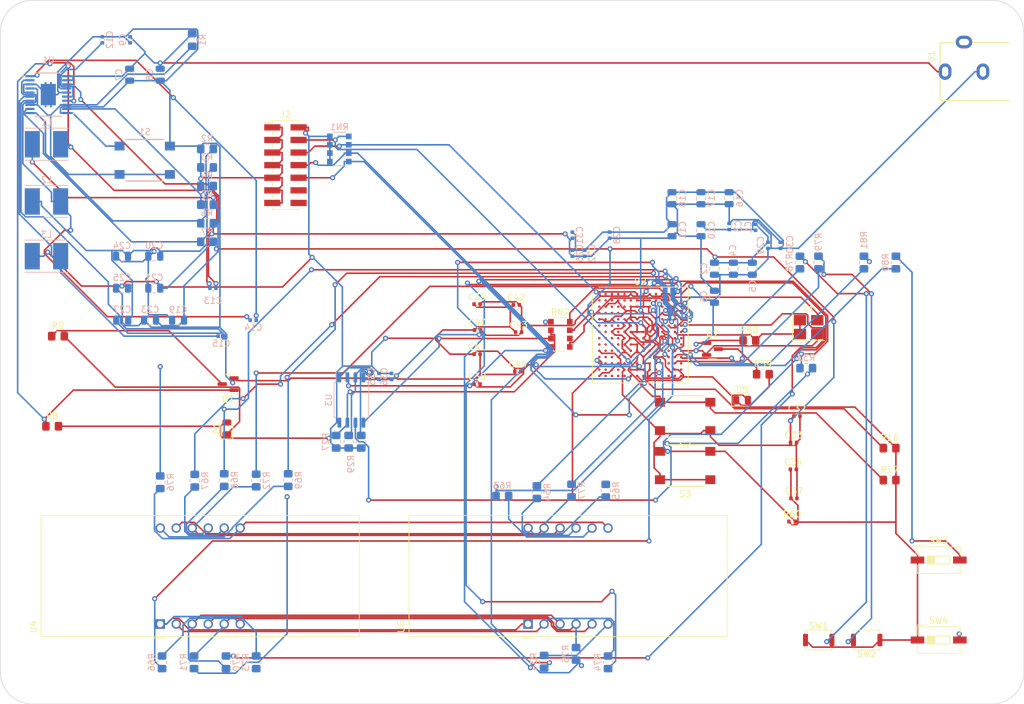
<source format=kicad_pcb>
(kicad_pcb (version 20221018) (generator pcbnew)
  (layers (0 "F.Cu" signal) (31 "B.Cu" signal) (34 "B.Paste" user) (35 "F.Paste" user) (36 "B.SilkS" user "B.Silkscreen") (37 "F.SilkS" user "F.Silkscreen") (38 "B.Mask" user) (39 "F.Mask" user) (44 "Edge.Cuts" user))
  (net 0 "")
  (net 1 "+1V8")
  (net 2 "GND")
  (net 3 "+1V0")
  (net 4 "+12V")
  (net 5 "Net-(U1-VREG5)")
  (net 6 "/Power/SW1")
  (net 7 "Net-(U1-VBST1)")
  (net 8 "/Power/SW2")
  (net 9 "Net-(U1-VBST2)")
  (net 10 "/Power/SW3")
  (net 11 "Net-(U1-VBST3)")
  (net 12 "+3V3")
  (net 13 "Net-(D1-K)")
  (net 14 "Net-(D5-K)")
  (net 15 "/Utilities/JTAG_TMS")
  (net 16 "/Utilities/JTAG_TCK")
  (net 17 "/Utilities/JTAG_TDO")
  (net 18 "/Utilities/JTAG_TDI")
  (net 21 "/Power/PGOOD")
  (net 22 "Net-(Q1-D)")
  (net 23 "/Utilities/FPGA_DONE")
  (net 24 "Net-(Q2-D)")
  (net 25 "Net-(U1-EN1)")
  (net 26 "/Utilities/INIT_B")
  (net 27 "/Utilities/PROGRAM_B")
  (net 28 "/IO/SPI_DQ3")
  (net 29 "/IO/SPI_DQ2")
  (net 30 "/IO/SPI_CS")
  (net 31 "/IO/SPI_SCLK")
  (net 32 "SPI_F_SCLK")
  (net 33 "/IO/AN7")
  (net 34 "Net-(U2C-IO_L14P_T2_SRCC_14)")
  (net 35 "SYSRES")
  (net 36 "/IO/AN6")
  (net 37 "Net-(U2C-IO_L13N_T2_MRCC_14)")
  (net 38 "/IO/AN5")
  (net 39 "Net-(U2C-IO_L13P_T2_MRCC_14)")
  (net 40 "/IO/AN4")
  (net 41 "Net-(U2C-IO_L12N_T1_MRCC_14)")
  (net 42 "/IO/AN3")
  (net 43 "Net-(U2C-IO_L12P_T1_MRCC_14)")
  (net 44 "/IO/AN2")
  (net 45 "Net-(U2C-IO_L11N_T1_SRCC_14)")
  (net 46 "/IO/AN1")
  (net 47 "Net-(U2C-IO_L11P_T1_SRCC_14)")
  (net 48 "/IO/AN0")
  (net 49 "Net-(U2C-IO_L10N_T1_D15_14)")
  (net 50 "/IO/DP")
  (net 51 "Net-(U2C-IO_L9N_T1_DQS_D13_14)")
  (net 52 "/IO/DG")
  (net 53 "Net-(U2C-IO_L9P_T1_DQS_14)")
  (net 54 "/IO/DF")
  (net 55 "Net-(U2C-IO_L8N_T1_D12_14)")
  (net 56 "/IO/DE")
  (net 57 "Net-(U2C-IO_L8P_T1_D11_14)")
  (net 58 "/IO/DD")
  (net 59 "Net-(U2C-IO_L7N_T1_D10_14)")
  (net 60 "/IO/DC")
  (net 61 "Net-(U2C-IO_L7P_T1_D09_14)")
  (net 62 "/IO/DB")
  (net 63 "Net-(U2C-IO_L6N_T0_D08_VREF_14)")
  (net 64 "/IO/DA")
  (net 65 "Net-(U2C-IO_L6P_T0_FCS_B_14)")
  (net 66 "/IO/PS1")
  (net 67 "Net-(U2C-IO_L15P_T2_DQS_RDWR_B_14)")
  (net 68 "/IO/PS2")
  (net 69 "Net-(U2C-IO_L15N_T2_DQS_DOUT_CSO_B_14)")
  (net 70 "/IO/SW1")
  (net 71 "Net-(U2C-IO_L16P_T2_CSI_B_14)")
  (net 72 "/IO/SW2")
  (net 73 "Net-(U2C-IO_L16N_T2_D31_14)")
  (net 74 "/IO/SPI_DQ0")
  (net 75 "/IO/SPI_DQ1")
  (net 76 "/IO/SPI_F_DQ1")
  (net 77 "/IO/SPI_F_DQ0")
  (net 78 "/IO/SPI_F_DQ3")
  (net 79 "/IO/SPI_F_DQ2")
  (net 80 "Net-(U1-VFB1)")
  (net 81 "Net-(U1-VFB2)")
  (net 82 "Net-(U1-VFB3)")
  (net 88 "SYSCLK")
  (footprint "Capacitor_SMD:C_0402_1005Metric" (layer "F.Cu") (at 90.96 76.2)
    (fp_text reference "C38")
    (fp_text value "4.7 uF")
  )
  (footprint "Display_7Segment:CA56-12CGKWA" (layer "F.Cu") (at 99.06 114.3 90)
    (fp_text reference "U5")
    (fp_text value "CA56-12CGKWA")
  )
  (footprint "Capacitor_SMD:C_0402_1005Metric" (layer "F.Cu") (at 141.2235 85.4771)
    (fp_text reference "C33")
    (fp_text value "0.1 uF")
  )
  (footprint "Resistor_SMD:R_Array_Convex_4x1206" (layer "F.Cu") (at 104.19 68.29)
    (fp_text reference "RN2")
    (fp_text value "49.9")
  )
  (footprint "Capacitor_SMD:C_0402_1005Metric" (layer "F.Cu") (at 91.054 67.6011)
    (fp_text reference "C40")
    (fp_text value "0.47 uF")
  )
  (footprint "Capacitor_SMD:C_0402_1005Metric" (layer "F.Cu") (at 90.96 63.5)
    (fp_text reference "C39")
    (fp_text value "4.7 uF")
  )
  (footprint "Resistor_SMD:R_0805_2012Metric_Pad1.20x1.40mm_HandSolder" (layer "F.Cu") (at 136.3605 74.6277)
    (fp_text reference "R59")
    (fp_text value "680")
  )
  (footprint "Prof:B3FS_1010P" (layer "F.Cu") (at 124.005 81.325)
    (fp_text reference "S2")
    (fp_text value "B3FS_1010P")
  )
  (footprint "Capacitor_SMD:C_0402_1005Metric" (layer "F.Cu") (at 141.2866 94.3445)
    (fp_text reference "C37")
    (fp_text value "0.1 uF")
  )
  (footprint "Resistor_SMD:R_0805_2012Metric_Pad1.20x1.40mm_HandSolder" (layer "F.Cu") (at 24.4 68.58)
    (fp_text reference "R9")
    (fp_text value "680")
  )
  (footprint "Resistor_SMD:R_0402_1005Metric" (layer "F.Cu") (at 140.9938 98.0199)
    (fp_text reference "R60")
    (fp_text value "4.75K")
  )
  (footprint "Capacitor_SMD:C_0402_1005Metric" (layer "F.Cu") (at 97.4285 74.1971)
    (fp_text reference "C44")
    (fp_text value "47 uF")
  )
  (footprint "Button_Switch_SMD:SW_Push_SPST_NO_Alps_SKRK" (layer "F.Cu") (at 145.22 116.84)
    (fp_text reference "SW1")
    (fp_text value "SW_Push")
  )
  (footprint "Package_TO_SOT_SMD:SOT-23" (layer "F.Cu") (at 51.42 76.2 180)
    (fp_text reference "Q1")
    (fp_text value "DMN2020L")
  )
  (footprint "Capacitor_SMD:C_0402_1005Metric" (layer "F.Cu") (at 97.1921 63.6088)
    (fp_text reference "C42")
    (fp_text value "0.47 uF")
  )
  (footprint "Prof:PJ_102B" (layer "F.Cu") (at 168.3 26.57 -90)
    (fp_text reference "J1")
    (fp_text value "Barrel_Jack_Switch")
  )
  (footprint "Resistor_SMD:R_0805_2012Metric_Pad1.20x1.40mm_HandSolder" (layer "F.Cu") (at 134.2146 69.2631)
    (fp_text reference "R58")
    (fp_text value "330")
  )
  (footprint "Button_Switch_SMD:SW_DIP_SPSTx01_Slide_6.7x4.1mm_W6.73mm_P2.54mm_LowProfile_JPin" (layer "F.Cu") (at 164.275 104.14)
    (fp_text reference "SW3")
    (fp_text value "SW_DIP_x01")
  )
  (footprint "Prof:B3FS_1010P" (layer "F.Cu") (at 124.005 89.125)
    (fp_text reference "S3")
    (fp_text value "B3FS_1010P")
  )
  (footprint "Resistor_SMD:R_0805_2012Metric_Pad1.20x1.40mm_HandSolder" (layer "F.Cu") (at 156.48 86.36)
    (fp_text reference "R16")
    (fp_text value "4.75K")
  )
  (footprint "Button_Switch_SMD:SW_DIP_SPSTx01_Slide_6.7x4.1mm_W6.73mm_P2.54mm_LowProfile_JPin" (layer "F.Cu") (at 164.275 116.84)
    (fp_text reference "SW4")
    (fp_text value "SW_DIP_x01")
  )
  (footprint "Resistor_SMD:R_0805_2012Metric_Pad1.20x1.40mm_HandSolder" (layer "F.Cu") (at 156.48 91.44)
    (fp_text reference "R17")
    (fp_text value "4.75K")
  )
  (footprint "Display_7Segment:CA56-12CGKWA" (layer "F.Cu") (at 40.64 114.3 90)
    (fp_text reference "U4")
    (fp_text value "CA56-12CGKWA")
  )
  (footprint "Button_Switch_SMD:SW_Push_SPST_NO_Alps_SKRK" (layer "F.Cu") (at 152.84 116.84 180)
    (fp_text reference "SW2")
    (fp_text value "SW_Push")
  )
  (footprint "Capacitor_SMD:C_0402_1005Metric" (layer "F.Cu") (at 90.96 71.44)
    (fp_text reference "C41")
    (fp_text value "0.47 uF")
  )
  (footprint "Capacitor_SMD:C_0402_1005Metric" (layer "F.Cu") (at 141.76 81.28)
    (fp_text reference "C32")
    (fp_text value "0.1 uF")
  )
  (footprint "Package_TO_SOT_SMD:SOT-23" (layer "F.Cu") (at 128.35 70.63)
    (fp_text reference "Q2")
    (fp_text value "DMN2020L")
  )
  (footprint "Capacitor_SMD:C_0402_1005Metric" (layer "F.Cu") (at 97.5547 67.9489)
    (fp_text reference "C43")
    (fp_text value "0.47 uF")
  )
  (footprint "Package_BGA:Xilinx_FTGB196" (layer "F.Cu") (at 116.88 68.4)
    (fp_text reference "U2")
    (fp_text value "XC7S50-FTGB196")
  )
  (footprint "Connector_PinHeader_2.00mm:PinHeader_2x07_P2.00mm_Vertical_SMD" (layer "F.Cu") (at 60.53 41.42)
    (fp_text reference "J2")
    (fp_text value "XILINX_JTAG")
  )
  (footprint "Resistor_SMD:R_0805_2012Metric_Pad1.20x1.40mm_HandSolder" (layer "F.Cu") (at 23.48 82.89)
    (fp_text reference "R8")
    (fp_text value "100K")
  )
  (footprint "Oscillator:Oscillator_SMD_Abracon_ASE-4Pin_3.2x2.5mm_HandSoldering" (layer "F.Cu") (at 143.615 67.14)
    (fp_text reference "X1")
    (fp_text value "DSC61XX")
  )
  (footprint "LED_SMD:LED_0805_2012Metric" (layer "F.Cu") (at 133.04 78.74)
    (fp_text reference "D5")
    (fp_text value "FPGA_DONE")
  )
  (footprint "LED_SMD:LED_0805_2012Metric" (layer "F.Cu") (at 51.22 83.225 90)
    (fp_text reference "D1")
    (fp_text value "POWER_GOOD")
  )
  (footprint "Capacitor_SMD:C_0402_1005Metric" (layer "F.Cu") (at 141.192 89.7372)
    (fp_text reference "C34")
    (fp_text value "47 uF")
  )
  (footprint "Capacitor_SMD:C_0805_2012Metric" (layer "B.Cu") (at 126.53 46.67 90)
    (fp_text reference "C17")
    (fp_text value "0.47 uF" hide)
  )
  (footprint "Capacitor_SMD:C_0805_2012Metric" (layer "B.Cu") (at 34.57 55.88 180)
    (fp_text reference "C24")
    (fp_text value "22 uF")
  )
  (footprint "Resistor_SMD:R_Array_Convex_4x1206" (layer "B.Cu") (at 69.08 38.85 180)
    (fp_text reference "RN1")
    (fp_text value "10K")
  )
  (footprint "Resistor_SMD:R_0805_2012Metric_Pad1.20x1.40mm_HandSolder" (layer "B.Cu") (at 143.24 73.66 180)
    (fp_text reference "R33")
    (fp_text value "49.9")
  )
  (footprint "Capacitor_SMD:C_0805_2012Metric" (layer "B.Cu") (at 126.53 51.75 90)
    (fp_text reference "C10")
    (fp_text value "0.47 uF" hide)
  )
  (footprint "Resistor_SMD:R_0805_2012Metric_Pad1.20x1.40mm_HandSolder" (layer "B.Cu") (at 70.57 85.3476 -90)
    (fp_text reference "R28" hide)
    (fp_text value "4.75K")
  )
  (footprint "Capacitor_SMD:C_0402_1005Metric" (layer "B.Cu") (at 77.37 74.9776 -90)
    (fp_text reference "C36")
    (fp_text value "1 uF")
  )
  (footprint "Resistor_SMD:R_0805_2012Metric_Pad1.20x1.40mm_HandSolder" (layer "B.Cu") (at 106.68 119.035 -90)
    (fp_text reference "R75")
    (fp_text value "330")
  )
  (footprint "Capacitor_SMD:C_0805_2012Metric" (layer "B.Cu") (at 131.67 57.87 -90)
    (fp_text reference "C4")
    (fp_text value "0.47 uF" hide)
  )
  (footprint "Capacitor_SMD:C_0805_2012Metric" (layer "B.Cu") (at 130.9929 46.6644 90)
    (fp_text reference "C16")
    (fp_text value "0.47 uF" hide)
  )
  (footprint "Resistor_SMD:R_0805_2012Metric_Pad1.20x1.40mm_HandSolder" (layer "B.Cu") (at 105.9669 93.0996 90)
    (fp_text reference "R77")
    (fp_text value "330")
  )
  (footprint "Resistor_SMD:R_0805_2012Metric_Pad1.20x1.40mm_HandSolder" (layer "B.Cu") (at 152.4 56.88 -90)
    (fp_text reference "R81")
    (fp_text value "330" hide)
  )
  (footprint "Resistor_SMD:R_0805_2012Metric_Pad1.20x1.40mm_HandSolder" (layer "B.Cu") (at 142.24 56.88 -90)
    (fp_text reference "R78")
    (fp_text value "330" hide)
  )
  (footprint "Resistor_SMD:R_0805_2012Metric_Pad1.20x1.40mm_HandSolder" (layer "B.Cu") (at 48.07 50.64 180)
    (fp_text reference "R6")
    (fp_text value "680")
  )
  (footprint "Resistor_SMD:R_0805_2012Metric_Pad1.20x1.40mm_HandSolder" (layer "B.Cu") (at 40.64 91.785 90)
    (fp_text reference "R76")
    (fp_text value "330")
  )
  (footprint "Capacitor_SMD:C_0805_2012Metric" (layer "B.Cu") (at 39.69 60.96 180)
    (fp_text reference "C21")
    (fp_text value "22 uF")
  )
  (footprint "Capacitor_SMD:C_0805_2012Metric" (layer "B.Cu") (at 34.61 66.04 180)
    (fp_text reference "C27")
    (fp_text value "22 uF")
  )
  (footprint "Capacitor_SMD:C_0805_2012Metric" (layer "B.Cu") (at 121.92 51.75 90)
    (fp_text reference "C11")
    (fp_text value "0.47 uF" hide)
  )
  (footprint "Resistor_SMD:R_0805_2012Metric_Pad1.20x1.40mm_HandSolder" (layer "B.Cu") (at 55.88 120.3754 -90)
    (fp_text reference "R73")
    (fp_text value "330")
  )
  (footprint "Package_SO:SOIC-8_5.275x5.275mm_P1.27mm" (layer "B.Cu") (at 71 78.7176 -90)
    (fp_text reference "U3")
    (fp_text value "QSPI_Flash_SOIC8")
  )
  (footprint "Resistor_SMD:R_0805_2012Metric_Pad1.20x1.40mm_HandSolder" (layer "B.Cu") (at 111.76 120.38 -90)
    (fp_text reference "R74")
    (fp_text value "330")
  )
  (footprint "Capacitor_SMD:C_0402_1005Metric" (layer "B.Cu") (at 135.19 51.28 -90)
    (fp_text reference "C1")
    (fp_text value "4.7 uF" hide)
  )
  (footprint "Resistor_SMD:R_0805_2012Metric_Pad1.20x1.40mm_HandSolder" (layer "B.Cu") (at 51.0878 120.38 90)
    (fp_text reference "R70")
    (fp_text value "330")
  )
  (footprint "Resistor_SMD:R_0805_2012Metric_Pad1.20x1.40mm_HandSolder" (layer "B.Cu") (at 48.07 47.69 180)
    (fp_text reference "R5")
    (fp_text value "3.0K")
  )
  (footprint "Resistor_SMD:R_0805_2012Metric_Pad1.20x1.40mm_HandSolder" (layer "B.Cu") (at 60.96 91.44 90)
    (fp_text reference "R69")
    (fp_text value "330")
  )
  (footprint "Resistor_SMD:R_0805_2012Metric_Pad1.20x1.40mm_HandSolder" (layer "B.Cu") (at 46.125 91.5354 90)
    (fp_text reference "R67")
    (fp_text value "330")
  )
  (footprint "Capacitor_SMD:C_0402_1005Metric" (layer "B.Cu") (at 106.1 52.5362 90)
    (fp_text reference "C31")
    (fp_text value "100 uF" hide)
  )
  (footprint "Resistor_SMD:R_0805_2012Metric_Pad1.20x1.40mm_HandSolder" (layer "B.Cu") (at 101.6 120.2925 -90)
    (fp_text reference "R34")
    (fp_text value "330")
  )
  (footprint "Resistor_SMD:R_0805_2012Metric_Pad1.20x1.40mm_HandSolder" (layer "B.Cu") (at 48.07 53.59 180)
    (fp_text reference "R7")
    (fp_text value "7.36K")
  )
  (footprint "Capacitor_SMD:C_0402_1005Metric" (layer "B.Cu") (at 31.4415 21.5091 90)
    (fp_text reference "C12")
    (fp_text value "1 uF")
  )
  (footprint "Capacitor_SMD:C_0402_1005Metric" (layer "B.Cu") (at 75.4 74.9776 -90)
    (fp_text reference "C35")
    (fp_text value "0.1 uF")
  )
  (footprint "Capacitor_SMD:C_0402_1005Metric" (layer "B.Cu") (at 49.01 60.96)
    (fp_text reference "C13")
    (fp_text value "0.1 uF")
  )
  (footprint "Capacitor_SMD:C_0805_2012Metric" (layer "B.Cu") (at 134.68 57.87 -90)
    (fp_text reference "C5")
    (fp_text value "0.47 uF" hide)
  )
  (footprint "Capacitor_SMD:C_0805_2012Metric" (layer "B.Cu") (at 121.92 46.67 90)
    (fp_text reference "C18")
    (fp_text value "0.47 uF" hide)
  )
  (footprint "Capacitor_SMD:C_0805_2012Metric" (layer "B.Cu") (at 39.02 66.04 180)
    (fp_text reference "C23")
    (fp_text value "22 uF")
  )
  (footprint "Resistor_SMD:R_0805_2012Metric_Pad1.20x1.40mm_HandSolder" (layer "B.Cu") (at 46.0078 120.38 -90)
    (fp_text reference "R71")
    (fp_text value "330")
  )
  (footprint "Capacitor_SMD:C_0402_1005Metric" (layer "B.Cu") (at 55.4 66.04)
    (fp_text reference "C14")
    (fp_text value "0.1 uF")
  )
  (footprint "Resistor_SMD:R_0805_2012Metric_Pad1.20x1.40mm_HandSolder" (layer "B.Cu") (at 72.56 85.3476 -90)
    (fp_text reference "R29")
    (fp_text value "4.75K")
  )
  (footprint "Resistor_SMD:R_0805_2012Metric_Pad1.20x1.40mm_HandSolder" (layer "B.Cu") (at 100.463 93.3555 90)
    (fp_text reference "R64")
    (fp_text value "330")
  )
  (footprint "Capacitor_SMD:C_0402_1005Metric" (layer "B.Cu") (at 139.13 54.15 -90)
    (fp_text reference "C30")
    (fp_text value "47 uF" hide)
  )
  (footprint "Capacitor_SMD:C_0402_1005Metric" (layer "B.Cu") (at 131.0084 51.1692 -90)
    (fp_text reference "C3")
    (fp_text value "4.7 uF" hide)
  )
  (footprint "Capacitor_SMD:C_0805_2012Metric" (layer "B.Cu") (at 40.64 27.0549 -90)
    (fp_text reference "C8")
    (fp_text value "10 uF")
  )
  (footprint "Resistor_SMD:R_0805_2012Metric_Pad1.20x1.40mm_HandSolder" (layer "B.Cu") (at 50.8 91.44 90)
    (fp_text reference "R68")
    (fp_text value "330")
  )
  (footprint "Capacitor_SMD:C_0402_1005Metric" (layer "B.Cu") (at 137.16 54.15 -90)
    (fp_text reference "C29")
    (fp_text value "4.7 uF" hide)
  )
  (footprint "Resistor_SMD:R_0805_2012Metric_Pad1.20x1.40mm_HandSolder" (layer "B.Cu") (at 157.48 56.88 -90)
    (fp_text reference "R80")
    (fp_text value "330" hide)
  )
  (footprint "Capacitor_SMD:C_0402_1005Metric" (layer "B.Cu") (at 108.07 55.4062 90)
    (fp_text reference "C22")
    (fp_text value "4.7 uF" hide)
  )
  (footprint "Resistor_SMD:R_0805_2012Metric_Pad1.20x1.40mm_HandSolder" (layer "B.Cu") (at 40.9278 120.38 -90)
    (fp_text reference "R66")
    (fp_text value "330")
  )
  (footprint "Capacitor_SMD:C_0805_2012Metric" (layer "B.Cu") (at 35.78 27.0549 -90)
    (fp_text reference "C7")
    (fp_text value "10 uF")
  )
  (footprint "Capacitor_SMD:C_0805_2012Metric" (layer "B.Cu") (at 128.66 62.32 -90)
    (fp_text reference "C6")
    (fp_text value "0.47 uF" hide)
  )
  (footprint "Resistor_SMD:R_0805_2012Metric_Pad1.20x1.40mm_HandSolder" (layer "B.Cu") (at 48.07 41.79 180)
    (fp_text reference "R3")
    (fp_text value "2.2K")
  )
  (footprint "TPS:PWP20_2P4X3P4_TEX" (layer "B.Cu") (at 22.86 30.215 180)
    (fp_text reference "U1")
    (fp_text value "TPS65581")
  )
  (footprint "Resistor_SMD:R_0805_2012Metric_Pad1.20x1.40mm_HandSolder" (layer "B.Cu") (at 48.07 38.84 180)
    (fp_text reference "R2")
    (fp_text value "2.2K")
  )
  (footprint "Resistor_SMD:R_0805_2012Metric_Pad1.20x1.40mm_HandSolder" (layer "B.Cu") (at 94.98 93.98 180)
    (fp_text reference "R63")
    (fp_text value "330")
  )
  (footprint "Capacitor_SMD:C_0805_2012Metric" (layer "B.Cu") (at 34.57 60.96 180)
    (fp_text reference "C25")
    (fp_text value "22 uF")
  )
  (footprint "Resistor_SMD:R_0805_2012Metric_Pad1.20x1.40mm_HandSolder" (layer "B.Cu") (at 48.07 44.74 180)
    (fp_text reference "R4")
    (fp_text value "2.2K")
  )
  (footprint "Resistor_SMD:R_0805_2012Metric_Pad1.20x1.40mm_HandSolder" (layer "B.Cu") (at 68.58 85.3476 -90)
    (fp_text reference "R27")
    (fp_text value "4.75K")
  )
  (footprint "Inductor_SMD:L_Taiyo-Yuden_NR-50xx_HandSoldering" (layer "B.Cu") (at 22.57 47.19 180)
    (fp_text reference "L2")
    (fp_text value "2.2 uH")
  )
  (footprint "Resistor_SMD:R_0805_2012Metric_Pad1.20x1.40mm_HandSolder" (layer "B.Cu") (at 145.19 56.88 -90)
    (fp_text reference "R79")
    (fp_text value "330" hide)
  )
  (footprint "Capacitor_SMD:C_0402_1005Metric" (layer "B.Cu") (at 50.32 68.58)
    (fp_text reference "C15")
    (fp_text value "0.1 uF")
  )
  (footprint "Resistor_SMD:R_0805_2012Metric_Pad1.20x1.40mm_HandSolder" (layer "B.Cu") (at 55.88 91.5083 90)
    (fp_text reference "R72")
    (fp_text value "330")
  )
  (footprint "Capacitor_SMD:C_0402_1005Metric" (layer "B.Cu") (at 106.1 55.4062 90)
    (fp_text reference "C26")
    (fp_text value "4.7 uF" hide)
  )
  (footprint "Capacitor_SMD:C_0805_2012Metric" (layer "B.Cu") (at 43.47 66.04 180)
    (fp_text reference "C19")
    (fp_text value "22 uF")
  )
  (footprint "Inductor_SMD:L_Taiyo-Yuden_NR-50xx_HandSoldering" (layer "B.Cu") (at 22.57 38.1 180)
    (fp_text reference "L1")
    (fp_text value "2.2 uH")
  )
  (footprint "Capacitor_SMD:C_0805_2012Metric" (layer "B.Cu") (at 128.66 57.87 -90)
    (fp_text reference "C2")
    (fp_text value "0.47 uF" hide)
  )
  (footprint "Resistor_SMD:R_0805_2012Metric_Pad1.20x1.40mm_HandSolder" (layer "B.Cu") (at 45.72 21.5349 90)
    (fp_text reference "R1")
    (fp_text value "100K")
  )
  (footprint "Prof:B3FS_1010P" (layer "B.Cu") (at 38.175 40.64)
    (fp_text reference "S1")
    (fp_text value "B3FS_1010P")
  )
  (footprint "Capacitor_SMD:C_0805_2012Metric" (layer "B.Cu") (at 39.69 55.88 180)
    (fp_text reference "C20")
    (fp_text value "22 uF")
  )
  (footprint "Inductor_SMD:L_Taiyo-Yuden_NR-50xx_HandSoldering" (layer "B.Cu") (at 22.57 55.88 180)
    (fp_text reference "L3")
    (fp_text value "2.2 uH")
  )
  (footprint "Resistor_SMD:R_0805_2012Metric_Pad1.20x1.40mm_HandSolder" (layer "B.Cu") (at 111.3974 93.1188 90)
    (fp_text reference "R65")
    (fp_text value "330")
  )
  (footprint "Capacitor_SMD:C_0402_1005Metric" (layer "B.Cu") (at 35.86 21.5149 -90)
    (fp_text reference "C9")
    (fp_text value "0.1 uF")
  )
  (footprint "Capacitor_SMD:C_0402_1005Metric" (layer "B.Cu") (at 112.01 52.5362 90)
    (fp_text reference "C28")
    (fp_text value "4.7 uF" hide)
  )
  (gr_line (start 20.32 15.24) (end 172.72 15.24) (stroke (width 0.1)) (layer "Edge.Cuts"))
  (gr_line (start 172.72 127) (end 20.32 127) (stroke (width 0.1)) (layer "Edge.Cuts"))
  (gr_line (start 15.24 121.92) (end 15.24 20.32) (stroke (width 0.1)) (layer "Edge.Cuts"))
  (gr_arc (start 177.8 121.92) (mid 176.312102 125.512102) (end 172.72 127) (stroke (width 0.1)) (layer "Edge.Cuts"))
  (gr_line (start 177.8 20.32) (end 177.8 121.92) (stroke (width 0.1)) (layer "Edge.Cuts"))
  (gr_arc (start 172.72 15.24) (mid 176.312102 16.727898) (end 177.8 20.32) (stroke (width 0.1)) (layer "Edge.Cuts"))
  (gr_arc (start 20.32 127) (mid 16.727898 125.512102) (end 15.24 121.92) (stroke (width 0.1)) (layer "Edge.Cuts"))
  (gr_arc (start 15.24 20.32) (mid 16.727898 16.727898) (end 20.32 15.24) (stroke (width 0.1)) (layer "Edge.Cuts"))
  (segment (start 119.741 68.5392) (end 119.38 68.9) (width 0.25) (layer "F.Cu") (net 1))
  (segment (start 141.28 81.28) (end 140.744 81.8165) (width 0.25) (layer "F.Cu") (net 1))
  (segment (start 119.15 69.13) (end 119.707 69.6869) (width 0.25) (layer "F.Cu") (net 1))
  (segment (start 140.744 82.877) (end 140.744 83.7434) (width 0.25) (layer "F.Cu") (net 1))
  (segment (start 119.707 69.6869) (end 119.707 70.5731) (width 0.25) (layer "F.Cu") (net 1))
  (segment (start 119.15 69.13) (end 119.022 69.2578) (width 0.25) (layer "F.Cu") (net 1))
  (segment (start 140.744 84.6102) (end 140.7435 84.6107) (width 0.25) (layer "F.Cu") (net 1))
  (segment (start 140.744 84.6102) (end 140.744 85.4771) (width 0.25) (layer "F.Cu") (net 1))
  (segment (start 119.707 70.5731) (end 119.38 70.9) (width 0.25) (layer "F.Cu") (net 1))
  (segment (start 117.38 66.9) (end 117.73 67.25) (width 0.25) (layer "F.Cu") (net 1))
  (segment (start 147.626 65.5802) (end 138.051 56.0055) (width 0.25) (layer "F.Cu") (net 1))
  (segment (start 119.022 69.2578) (end 117.738 69.2578) (width 0.25) (layer "F.Cu") (net 1))
  (segment (start 128.76 56.0055) (end 127.477 54.7229) (width 0.25) (layer "F.Cu") (net 1))
  (segment (start 117.38 66.877) (end 116.958 66.4554) (width 0.25) (layer "F.Cu") (net 1))
  (segment (start 140.744 81.8165) (end 140.744 82.0097) (width 0.25) (layer "F.Cu") (net 1))
  (segment (start 147.626 66.269) (end 147.626 65.5802) (width 0.25) (layer "F.Cu") (net 1))
  (segment (start 25.9721 46.5776) (end 49.07 46.5776) (width 0.25) (layer "F.Cu") (net 1))
  (segment (start 119.38 66.9) (end 119.741 67.2608) (width 0.25) (layer "F.Cu") (net 1))
  (segment (start 112.075 54.7229) (end 49.5539 54.7229) (width 0.25) (layer "F.Cu") (net 1))
  (segment (start 119.38 68.9) (end 119.15 69.13) (width 0.25) (layer "F.Cu") (net 1))
  (segment (start 140.744 82.0097) (end 140.744 82.8765) (width 0.25) (layer "F.Cu") (net 1))
  (segment (start 117.38 66.9) (end 117.38 66.877) (width 0.25) (layer "F.Cu") (net 1))
  (segment (start 119.741 67.2608) (end 119.741 68.5392) (width 0.25) (layer "F.Cu") (net 1))
  (segment (start 20.32 40.9255) (end 25.9721 46.5776) (width 0.25) (layer "F.Cu") (net 1))
  (segment (start 127.477 54.7229) (end 112.075 54.7229) (width 0.25) (layer "F.Cu") (net 1))
  (segment (start 140.744 82.877) (end 140.744 83.7434) (width 0.25) (layer "F.Cu") (net 1))
  (segment (start 119.38 70.9) (end 118.38 71.9) (width 0.25) (layer "F.Cu") (net 1))
  (segment (start 140.7435 84.6107) (end 140.7435 85.4771) (width 0.25) (layer "F.Cu") (net 1))
  (segment (start 117.73 67.25) (end 117.73 68.55) (width 0.25) (layer "F.Cu") (net 1))
  (segment (start 117.73 68.55) (end 117.38 68.9) (width 0.25) (layer "F.Cu") (net 1))
  (segment (start 117.738 69.2578) (end 117.38 68.9) (width 0.25) (layer "F.Cu") (net 1))
  (segment (start 140.744 82.8765) (end 140.744 82.877) (width 0.25) (layer "F.Cu") (net 1))
  (segment (start 140.744 83.7434) (end 140.744 84.6102) (width 0.25) (layer "F.Cu") (net 1))
  (segment (start 138.051 56.0055) (end 128.76 56.0055) (width 0.25) (layer "F.Cu") (net 1))
  (segment (start 140.744 82.8765) (end 140.744 82.877) (width 0.25) (layer "F.Cu") (net 1))
  (via (at 112.075 54.7229) (size 0.8) (drill 0.4) (layers "F.Cu" "B.Cu") (net 1))
  (via (at 140.744 82.0097) (size 0.8) (drill 0.4) (layers "F.Cu" "B.Cu") (net 1))
  (via (at 49.5539 54.7229) (size 0.8) (drill 0.4) (layers "F.Cu" "B.Cu") (net 1))
  (via (at 20.32 40.9255) (size 0.8) (drill 0.4) (layers "F.Cu" "B.Cu") (net 1))
  (via (at 49.07 46.5776) (size 0.8) (drill 0.4) (layers "F.Cu" "B.Cu") (net 1))
  (via (at 116.958 66.4554) (size 0.8) (drill 0.4) (layers "F.Cu" "B.Cu") (net 1))
  (via (at 147.626 66.269) (size 0.8) (drill 0.4) (layers "F.Cu" "B.Cu") (net 1))
  (via (at 128.76 56.0055) (size 0.8) (drill 0.4) (layers "F.Cu" "B.Cu") (net 1))
  (segment (start 40.8356 66.9056) (end 39.97 66.04) (width 0.25) (layer "B.Cu") (net 1))
  (segment (start 140.744 82.0097) (end 147.626 75.1281) (width 0.25) (layer "B.Cu") (net 1))
  (segment (start 128.76 56.92) (end 128.66 56.92) (width 0.25) (layer "B.Cu") (net 1))
  (segment (start 137.16 52.77) (end 135.19 50.8) (width 0.25) (layer "B.Cu") (net 1))
  (segment (start 116.958 66.4554) (end 110.076 66.4554) (width 0.25) (layer "B.Cu") (net 1))
  (segment (start 137.16 53.67) (end 137.16 52.77) (width 0.25) (layer "B.Cu") (net 1))
  (segment (start 134.68 56.15) (end 134.68 56.92) (width 0.25) (layer "B.Cu") (net 1))
  (segment (start 44.42 66.04) (end 44.42 60.5793) (width 0.25) (layer "B.Cu") (net 1))
  (segment (start 49.5539 54.5336) (end 49.5539 54.7229) (width 0.25) (layer "B.Cu") (net 1))
  (segment (start 44.42 66.04) (end 43.5544 66.9056) (width 0.25) (layer "B.Cu") (net 1))
  (segment (start 20.32 38.1) (end 20.32 40.9255) (width 0.25) (layer "B.Cu") (net 1))
  (segment (start 128.76 56.92) (end 128.76 56.0055) (width 0.25) (layer "B.Cu") (net 1))
  (segment (start 108.592 63.6441) (end 112.075 60.1609) (width 0.25) (layer "B.Cu") (net 1))
  (segment (start 49.8203 55.179) (end 49.8203 54.2672) (width 0.25) (layer "B.Cu") (net 1))
  (segment (start 112.075 60.1609) (end 112.075 54.7229) (width 0.25) (layer "B.Cu") (net 1))
  (segment (start 134.68 56.92) (end 131.67 56.92) (width 0.25) (layer "B.Cu") (net 1))
  (segment (start 43.5544 66.9056) (end 40.8356 66.9056) (width 0.25) (layer "B.Cu") (net 1))
  (segment (start 49.8203 54.2672) (end 49.5539 54.5336) (width 0.25) (layer "B.Cu") (net 1))
  (segment (start 110.076 66.4554) (end 108.592 64.9716) (width 0.25) (layer "B.Cu") (net 1))
  (segment (start 49.8203 54.2672) (end 49.8203 48.4403) (width 0.25) (layer "B.Cu") (net 1))
  (segment (start 147.626 75.1281) (end 147.626 66.269) (width 0.25) (layer "B.Cu") (net 1))
  (segment (start 131.67 56.92) (end 128.76 56.92) (width 0.25) (layer "B.Cu") (net 1))
  (segment (start 44.42 60.5793) (end 49.8203 55.179) (width 0.25) (layer "B.Cu") (net 1))
  (segment (start 108.592 64.9716) (end 108.592 63.6441) (width 0.25) (layer "B.Cu") (net 1))
  (segment (start 49.8203 48.4403) (end 49.07 47.69) (width 0.25) (layer "B.Cu") (net 1))
  (segment (start 137.16 53.67) (end 134.68 56.15) (width 0.25) (layer "B.Cu") (net 1))
  (segment (start 49.07 47.69) (end 49.07 46.5776) (width 0.25) (layer "B.Cu") (net 1))
  (segment (start 113.38 71.9) (end 114.11 71.1699) (width 0.25) (layer "F.Cu") (net 2))
  (segment (start 114.053 64.0332) (end 113.772 63.7518) (width 0.25) (layer "F.Cu") (net 2))
  (segment (start 91.523 74.657) (end 91.44 74.574) (width 0.25) (layer "F.Cu") (net 2))
  (segment (start 141.704 85.4771) (end 142.24 84.9406) (width 0.25) (layer "F.Cu") (net 2))
  (segment (start 110.38 70.9) (end 110.793 71.3126) (width 0.25) (layer "F.Cu") (net 2))
  (segment (start 141.672 85.9164) (end 141.672 85.5086) (width 0.25) (layer "F.Cu") (net 2))
  (segment (start 119.078 89.4981) (end 119.078 85.4519) (width 0.25) (layer "F.Cu") (net 2))
  (segment (start 123.38 74.9) (end 122.983 75.297) (width 0.25) (layer "F.Cu") (net 2))
  (segment (start 117.38 63.9) (end 117.38 62.9) (width 0.25) (layer "F.Cu") (net 2))
  (segment (start 122.005 64.275) (end 122.38 63.9) (width 0.25) (layer "F.Cu") (net 2))
  (segment (start 52.3575 75.7615) (end 52.141 75.978) (width 0.25) (layer "F.Cu") (net 2))
  (segment (start 121.842 65.2319) (end 120.712 65.2319) (width 0.25) (layer "F.Cu") (net 2))
  (segment (start 78.1687 75.25) (end 78.1687 74.8827) (width 0.25) (layer "F.Cu") (net 2))
  (segment (start 120.38 61.9) (end 120.237 62.0427) (width 0.25) (layer "F.Cu") (net 2))
  (segment (start 110.38 74.9) (end 110.88 74.4) (width 0.25) (layer "F.Cu") (net 2))
  (segment (start 120.88 72.4) (end 120.38 71.9) (width 0.25) (layer "F.Cu") (net 2))
  (segment (start 59.215 39.42) (end 59.985 39.42) (width 0.25) (layer "F.Cu") (net 2))
  (segment (start 121.932 74.9439) (end 121.932 74.4517) (width 0.25) (layer "F.Cu") (net 2))
  (segment (start 112.793 71.3126) (end 113.38 71.9) (width 0.25) (layer "F.Cu") (net 2))
  (segment (start 97.5373 68.4463) (end 92.3792 68.4463) (width 0.25) (layer "F.Cu") (net 2))
  (segment (start 141.704 85.4772) (end 141.704 85.4771) (width 0.25) (layer "F.Cu") (net 2))
  (segment (start 118.38 68.5792) (end 118.018 68.2167) (width 0.25) (layer "F.Cu") (net 2))
  (segment (start 116.031 64.5507) (end 115.38 64.5507) (width 0.25) (layer "F.Cu") (net 2))
  (segment (start 122.185 65.2485) (end 122.005 65.0688) (width 0.25) (layer "F.Cu") (net 2))
  (segment (start 118.38 64.9) (end 118.213 64.7329) (width 0.25) (layer "F.Cu") (net 2))
  (segment (start 117.38 67.9) (end 116.38 67.9) (width 0.25) (layer "F.Cu") (net 2))
  (segment (start 52.3575 75.25) (end 52.3575 75.7615) (width 0.25) (layer "F.Cu") (net 2))
  (segment (start 123.952 63.3511) (end 122.929 63.3511) (width 0.25) (layer "F.Cu") (net 2))
  (segment (start 117.38 69.5265) (end 117.38 69.9) (width 0.25) (layer "F.Cu") (net 2))
  (segment (start 59.985 35.42) (end 58.445 35.42) (width 0.25) (layer "F.Cu") (net 2))
  (segment (start 118.263 75.2529) (end 118.05 75.0401) (width 0.25) (layer "F.Cu") (net 2))
  (segment (start 121.38 73.9) (end 120.88 73.4) (width 0.25) (layer "F.Cu") (net 2))
  (segment (start 97.4486 74.657) (end 91.523 74.657) (width 0.25) (layer "F.Cu") (net 2))
  (segment (start 119.015 67.5349) (end 119.015 66.7883) (width 0.25) (layer "F.Cu") (net 2))
  (segment (start 118.38 68.5792) (end 118.701 68.5792) (width 0.25) (layer "F.Cu") (net 2))
  (segment (start 127.285 71.4525) (end 126.732 70.9) (width 0.25) (layer "F.Cu") (net 2))
  (segment (start 114.65 64.6301) (end 114.649 64.6311) (width 0.25) (layer "F.Cu") (net 2))
  (segment (start 106.2 66.8917) (end 98.0347 66.8917) (width 0.25) (layer "F.Cu") (net 2))
  (segment (start 116.65 71.1699) (end 117.38 71.9) (width 0.25) (layer "F.Cu") (net 2))
  (segment (start 112.88 65.4) (end 113.88 65.4) (width 0.25) (layer "F.Cu") (net 2))
  (segment (start 114.65 71.1699) (end 115.38 71.9) (width 0.25) (layer "F.Cu") (net 2))
  (segment (start 91.44 74.574) (end 91.44 71.44) (width 0.25) (layer "F.Cu") (net 2))
  (segment (start 117.006 69.5265) (end 117.38 69.5265) (width 0.25) (layer "F.Cu") (net 2))
  (segment (start 118.018 68.2167) (end 118.018 67.2625) (width 0.25) (layer "F.Cu") (net 2))
  (segment (start 117.38 69.5265) (end 119.006 69.5265) (width 0.25) (layer "F.Cu") (net 2))
  (segment (start 144.198 70.1075) (end 128.63 70.1075) (width 0.25) (layer "F.Cu") (net 2))
  (segment (start 52.756 75.6485) (end 61.011 75.6485) (width 0.25) (layer "F.Cu") (net 2))
  (segment (start 59.215 39.42) (end 59.985 38.65) (width 0.25) (layer "F.Cu") (net 2))
  (segment (start 59.215 45.42) (end 59.985 44.65) (width 0.25) (layer "F.Cu") (net 2))
  (segment (start 91.2894 68.3357) (end 91.779 67.8461) (width 0.25) (layer "F.Cu") (net 2))
  (segment (start 91.8075 63.1325) (end 97.1958 63.1325) (width 0.25) (layer "F.Cu") (net 2))
  (segment (start 97.9085 74.1971) (end 97.4486 74.657) (width 0.25) (layer "F.Cu") (net 2))
  (segment (start 91.44 74.574) (end 90.627 75.387) (width 0.25) (layer "F.Cu") (net 2))
  (segment (start 106.554 66.5383) (end 106.2 66.8917) (width 0.25) (layer "F.Cu") (net 2))
  (segment (start 112.88 73.4) (end 113.755 73.4) (width 0.25) (layer "F.Cu") (net 2))
  (segment (start 110.38 65.9) (end 110.918 65.9) (width 0.25) (layer "F.Cu") (net 2))
  (segment (start 116.38 69.9) (end 115.38 69.9) (width 0.25) (layer "F.Cu") (net 2))
  (segment (start 59.985 36.65) (end 59.985 35.42) (width 0.25) (layer "F.Cu") (net 2))
  (segment (start 106.554 66.1616) (end 106.554 66.5383) (width 0.25) (layer "F.Cu") (net 2))
  (segment (start 114.38 68.9) (end 114.018 69.2623) (width 0.25) (layer "F.Cu") (net 2))
  (segment (start 116.11 71.1699) (end 116.38 71.1699) (width 0.25) (layer "F.Cu") (net 2))
  (segment (start 122.005 65.0688) (end 121.842 65.2319) (width 0.25) (layer "F.Cu") (net 2))
  (segment (start 113.897 68.417) (end 112.897 68.417) (width 0.25) (layer "F.Cu") (net 2))
  (segment (start 113.755 73.4) (end 113.755 72.275) (width 0.25) (layer "F.Cu") (net 2))
  (segment (start 47.2326 43.42) (end 47.07 43.5826) (width 0.25) (layer "F.Cu") (net 2))
  (segment (start 114.018 70.5377) (end 114.38 70.9) (width 0.25) (layer "F.Cu") (net 2))
  (segment (start 141.672 85.9164) (end 129.396 85.9164) (width 0.25) (layer "F.Cu") (net 2))
  (segment (start 142.24 84.9406) (end 142.24 81.28) (width 0.25) (layer "F.Cu") (net 2))
  (segment (start 111.245 66.2269) (end 112.053 66.2269) (width 0.25) (layer "F.Cu") (net 2))
  (segment (start 97.1958 63.1325) (end 97.6721 63.6088) (width 0.25) (layer "F.Cu") (net 2))
  (segment (start 118.38 62.9) (end 117.38 62.9) (width 0.25) (layer "F.Cu") (net 2))
  (segment (start 111.88 63.4) (end 112.88 63.4) (width 0.25) (layer "F.Cu") (net 2))
  (segment (start 141.767 89.8318) (end 141.672 89.7372) (width 0.25) (layer "F.Cu") (net 2))
  (segment (start 113.755 72.275) (end 113.38 71.9) (width 0.25) (layer "F.Cu") (net 2))
  (segment (start 119.38 65.6733) (end 119.153 65.6733) (width 0.25) (layer "F.Cu") (net 2))
  (segment (start 128.005 84.525) (end 128.005 83.575) (width 0.25) (layer "F.Cu") (net 2))
  (segment (start 124.619 60.6614) (end 124.938 60.6614) (width 0.25) (layer "F.Cu") (net 2))
  (segment (start 112.897 66.417) (end 112.38 65.9) (width 0.25) (layer "F.Cu") (net 2))
  (segment (start 113.755 73.4) (end 113.88 73.4) (width 0.25) (layer "F.Cu") (net 2))
  (segment (start 119.38 67.9) (end 119.015 67.5349) (width 0.25) (layer "F.Cu") (net 2))
  (segment (start 110.88 74.4) (end 111.88 74.4) (width 0.25) (layer "F.Cu") (net 2))
  (segment (start 126.48 84.05) (end 126.955 83.575) (width 0.25) (layer "F.Cu") (net 2))
  (segment (start 113.38 63.1829) (end 113.38 62.9) (width 0.25) (layer "F.Cu") (net 2))
  (segment (start 120.237 62.0427) (end 120.237 62.2494) (width 0.25) (layer "F.Cu") (net 2))
  (segment (start 58.445 37.42) (end 59.215 37.42) (width 0.25) (layer "F.Cu") (net 2))
  (segment (start 141.672 89.7372) (end 141.672 85.9164) (width 0.25) (layer "F.Cu") (net 2))
  (segment (start 113.88 67.4) (end 114.38 66.9) (width 0.25) (layer "F.Cu") (net 2))
  (segment (start 112.88 63.4) (end 113.38 62.9) (width 0.25) (layer "F.Cu") (net 2))
  (segment (start 59.985 43.42) (end 59.215 43.42) (width 0.25) (layer "F.Cu") (net 2))
  (segment (start 58.445 41.42) (end 59.215 41.42) (width 0.25) (layer "F.Cu") (net 2))
  (segment (start 117.38 71.9) (end 118.38 70.9) (width 0.25) (layer "F.Cu") (net 2))
  (segment (start 118.213 64.0671) (end 118.38 63.9) (width 0.25) (layer "F.Cu") (net 2))
  (segment (start 117.38 62.9) (end 116.38 62.9) (width 0.25) (layer "F.Cu") (net 2))
  (segment (start 114.11 71.1699) (end 114.38 71.1699) (width 0.25) (layer "F.Cu") (net 2))
  (segment (start 116.38 67.9) (end 116.38 66.9) (width 0.25) (layer "F.Cu") (net 2))
  (segment (start 116.38 64.9) (end 116.031 64.5507) (width 0.25) (layer "F.Cu") (net 2))
  (segment (start 127.412 71.58) (end 127.285 71.4525) (width 0.25) (layer "F.Cu") (net 2))
  (segment (start 118.38 73.9) (end 118.38 72.9) (width 0.25) (layer "F.Cu") (net 2))
  (segment (start 61.011 75.6485) (end 61.4094 75.2501) (width 0.25) (layer "F.Cu") (net 2))
  (segment (start 90.627 75.387) (end 91.44 76.2) (width 0.25) (layer "F.Cu") (net 2))
  (segment (start 118.38 72.9) (end 117.38 72.9) (width 0.25) (layer "F.Cu") (net 2))
  (segment (start 114.38 68.9) (end 113.897 68.417) (width 0.25) (layer "F.Cu") (net 2))
  (segment (start 121.932 74.4517) (end 121.38 73.9) (width 0.25) (layer "F.Cu") (net 2))
  (segment (start 122.728 65.2485) (end 122.185 65.2485) (width 0.25) (layer "F.Cu") (net 2))
  (segment (start 110.38 61.9) (end 110.488 62.0085) (width 0.25) (layer "F.Cu") (net 2))
  (segment (start 92.3792 68.4463) (end 91.779 67.8461) (width 0.25) (layer "F.Cu") (net 2))
  (segment (start 144.99 69.315) (end 144.198 70.1075) (width 0.25) (layer "F.Cu") (net 2))
  (segment (start 120.005 83.575) (end 120.005 83.8125) (width 0.25) (layer "F.Cu") (net 2))
  (segment (start 116.38 66.9) (end 115.38 65.9) (width 0.25) (layer "F.Cu") (net 2))
  (segment (start 98.0347 63.9714) (end 98.0347 66.8917) (width 0.25) (layer "F.Cu") (net 2))
  (segment (start 114.659 64.6301) (end 114.65 64.6301) (width 0.25) (layer "F.Cu") (net 2))
  (segment (start 59.985 45.42) (end 59.985 47.42) (width 0.25) (layer "F.Cu") (net 2))
  (segment (start 116.38 67.9) (end 115.38 67.9) (width 0.25) (layer "F.Cu") (net 2))
  (segment (start 114.739 64.5507) (end 114.659 64.6301) (width 0.25) (layer "F.Cu") (net 2))
  (segment (start 120.005 91.375) (end 120.005 90.425) (width 0.25) (layer "F.Cu") (net 2))
  (segment (start 115.38 61.9) (end 115.053 62.2269) (width 0.25) (layer "F.Cu") (net 2))
  (segment (start 114.053 64.0354) (end 114.053 64.0332) (width 0.25) (layer "F.Cu") (net 2))
  (segment (start 111.38 63.9) (end 111.88 63.4) (width 0.25) (layer "F.Cu") (net 2))
  (segment (start 59.985 40.65) (end 59.215 41.42) (width 0.25) (layer "F.Cu") (net 2))
  (segment (start 115.053 62.2269) (end 110.488 62.2269) (width 0.25) (layer "F.Cu") (net 2))
  (segment (start 110.918 65.9) (end 110.918 65.9001) (width 0.25) (layer "F.Cu") (net 2))
  (segment (start 114.649 64.6311) (end 114.053 64.0354) (width 0.25) (layer "F.Cu") (net 2))
  (segment (start 118.053 62.2269) (end 115.707 62.2269) (width 0.25) (layer "F.Cu") (net 2))
  (segment (start 121.888 63.9) (end 120.237 62.2494) (width 0.25) (layer "F.Cu") (net 2))
  (segment (start 59.985 42.65) (end 59.215 43.42) (width 0.25) (layer "F.Cu") (net 2))
  (segment (start 118.213 64.7329) (end 118.213 64.0671) (width 0.25) (layer "F.Cu") (net 2))
  (segment (start 113.772 63.5746) (end 113.38 63.1829) (width 0.25) (layer "F.Cu") (net 2))
  (segment (start 113.88 65.4) (end 114.38 64.9) (width 0.25) (layer "F.Cu") (net 2))
  (segment (start 121.623 75.2529) (end 118.263 75.2529) (width 0.25) (layer "F.Cu") (net 2))
  (segment (start 114.018 69.2623) (end 114.018 70.5377) (width 0.25) (layer "F.Cu") (net 2))
  (segment (start 115.38 64.5507) (end 115.38 63.9) (width 0.25) (layer "F.Cu") (net 2))
  (segment (start 122.983 75.297) (end 122.285 75.297) (width 0.25) (layer "F.Cu") (net 2))
  (segment (start 116.38 68.9) (end 117.006 69.5265) (width 0.25) (layer "F.Cu") (net 2))
  (segment (start 123.38 65.9) (end 122.728 65.2485) (width 0.25) (layer "F.Cu") (net 2))
  (segment (start 110.488 62.2269) (end 106.554 66.1616) (width 0.25) (layer "F.Cu") (net 2))
  (segment (start 59.985 39.42) (end 59.985 40.65) (width 0.25) (layer "F.Cu") (net 2))
  (segment (start 59.985 37.42) (end 59.215 37.42) (width 0.25) (layer "F.Cu") (net 2))
  (segment (start 98.0347 67.9489) (end 97.5373 68.4463) (width 0.25) (layer "F.Cu") (net 2))
  (segment (start 113.88 73.4) (end 114.38 73.9) (width 0.25) (layer "F.Cu") (net 2))
  (segment (start 114.38 71.1699) (end 114.65 71.1699) (width 0.25) (layer "F.Cu") (net 2))
  (segment (start 112.88 67.4) (end 113.88 67.4) (width 0.25) (layer "F.Cu") (net 2))
  (segment (start 118.38 66.9) (end 117.38 65.9) (width 0.25) (layer "F.Cu") (net 2))
  (segment (start 59.985 47.42) (end 58.445 47.42) (width 0.25) (layer "F.Cu") (net 2))
  (segment (start 119.38 66.3921) (end 119.396 66.4076) (width 0.25) (layer "F.Cu") (net 2))
  (segment (start 58.445 45.42) (end 59.215 45.42) (width 0.25) (layer "F.Cu") (net 2))
  (segment (start 141.704 85.4771) (end 141.7035 85.4771) (width 0.25) (layer "F.Cu") (net 2))
  (segment (start 117.38 72.9) (end 117.38 71.9) (width 0.25) (layer "F.Cu") (net 2))
  (segment (start 119.607 65.6733) (end 119.38 65.6733) (width 0.25) (layer "F.Cu") (net 2))
  (segment (start 118.05 74.23) (end 118.38 73.9) (width 0.25) (layer "F.Cu") (net 2))
  (segment (start 120.88 73.4) (end 120.88 72.4) (width 0.25) (layer "F.Cu") (net 2))
  (segment (start 59.985 44.65) (end 59.985 43.42) (width 0.25) (layer "F.Cu") (net 2))
  (segment (start 90.627 75.387) (end 78.3057 75.387) (width 0.25) (layer "F.Cu") (net 2))
  (segment (start 118.38 68.9) (end 118.38 68.5792) (width 0.25) (layer "F.Cu") (net 2))
  (segment (start 120.005 91.375) (end 128.005 91.375) (width 0.25) (layer "F.Cu") (net 2))
  (segment (start 52.3575 75.25) (end 52.756 75.6485) (width 0.25) (layer "F.Cu") (net 2))
  (segment (start 98.0347 66.8917) (end 98.0347 67.9489) (width 0.25) (layer "F.Cu") (net 2))
  (segment (start 141.767 94.3445) (end 141.767 89.8318) (width 0.25) (layer "F.Cu") (net 2))
  (segment (start 118.018 67.2625) (end 118.38 66.9) (width 0.25) (layer "F.Cu") (net 2))
  (segment (start 120.005 90.425) (end 119.078 89.4981) (width 0.25) (layer "F.Cu") (net 2))
  (segment (start 119.38 69.9) (end 118.38 70.9) (width 0.25) (layer "F.Cu") (net 2))
  (segment (start 59.215 45.42) (end 59.985 45.42) (width 0.25) (layer "F.Cu") (net 2))
  (segment (start 59.985 41.42) (end 59.985 42.65) (width 0.25) (layer "F.Cu") (net 2))
  (segment (start 119.38 65.9) (end 119.38 65.6733) (width 0.25) (layer "F.Cu") (net 2))
  (segment (start 117.38 63.9) (end 116.38 63.9) (width 0.25) (layer "F.Cu") (net 2))
  (segment (start 119.38 65.9) (end 119.38 66.3921) (width 0.25) (layer "F.Cu") (net 2))
  (segment (start 118.729 62.2494) (end 118.38 61.9) (width 0.25) (layer "F.Cu") (net 2))
  (segment (start 117.38 63.9) (end 118.046 63.9) (width 0.25) (layer "F.Cu") (net 2))
  (segment (start 119.015 66.7883) (end 119.396 66.4076) (width 0.25) (layer "F.Cu") (net 2))
  (segment (start 58.445 43.42) (end 59.215 43.42) (width 0.25) (layer "F.Cu") (net 2))
  (segment (start 114.38 66.9) (end 113.897 66.417) (width 0.25) (layer "F.Cu") (net 2))
  (segment (start 114.053 77.8606) (end 114.053 74.2269) (width 0.25) (layer "F.Cu") (net 2))
  (segment (start 119.153 65.6733) (end 118.38 64.9) (width 0.25) (layer "F.Cu") (net 2))
  (segment (start 141.704 85.4772) (end 141.704 85.4773) (width 0.25) (layer "F.Cu") (net 2))
  (segment (start 129.396 85.9164) (end 128.005 84.525) (width 0.25) (layer "F.Cu") (net 2))
  (segment (start 115.38 64.5507) (end 114.739 64.5507) (width 0.25) (layer "F.Cu") (net 2))
  (segment (start 119.006 69.5265) (end 119.38 69.9) (width 0.25) (layer "F.Cu") (net 2))
  (segment (start 120.005 83.8125) (end 114.053 77.8606) (width 0.25) (layer "F.Cu") (net 2))
  (segment (start 111.88 74.4) (end 112.38 73.9) (width 0.25) (layer "F.Cu") (net 2))
  (segment (start 61.4094 75.2501) (end 61.4094 75.25) (width 0.25) (layer "F.Cu") (net 2))
  (segment (start 118.05 75.0401) (end 118.05 74.23) (width 0.25) (layer "F.Cu") (net 2))
  (segment (start 115.38 71.9) (end 116.11 71.1699) (width 0.25) (layer "F.Cu") (net 2))
  (segment (start 119.078 85.4519) (end 120.005 84.525) (width 0.25) (layer "F.Cu") (net 2))
  (segment (start 114.053 74.2269) (end 114.38 73.9) (width 0.25) (layer "F.Cu") (net 2))
  (segment (start 58.445 43.42) (end 47.2326 43.42) (width 0.25) (layer "F.Cu") (net 2))
  (segment (start 128.63 70.1075) (end 127.285 71.4525) (width 0.25) (layer "F.Cu") (net 2))
  (segment (start 122.929 63.3511) (end 122.38 63.9) (width 0.25) (layer "F.Cu") (net 2))
  (segment (start 61.4094 75.25) (end 78.1687 75.25) (width 0.25) (layer "F.Cu") (net 2))
  (segment (start 114.649 64.6311) (end 114.38 64.9) (width 0.25) (layer "F.Cu") (net 2))
  (segment (start 116.38 63.9) (end 115.38 63.9) (width 0.25) (layer "F.Cu") (net 2))
  (segment (start 116.38 70.9) (end 116.38 69.9) (width 0.25) (layer "F.Cu") (net 2))
  (segment (start 120.712 65.2319) (end 120.38 64.9) (width 0.25) (layer "F.Cu") (net 2))
  (segment (start 78.3057 75.387) (end 78.1687 75.25) (width 0.25) (layer "F.Cu") (net 2))
  (segment (start 125.742 70.9) (end 123.38 70.9) (width 0.25) (layer "F.Cu") (net 2))
  (segment (start 144.99 68.24) (end 144.99 69.315) (width 0.25) (layer "F.Cu") (net 2))
  (segment (start 112.38 73.9) (end 112.88 73.4) (width 0.25) (layer "F.Cu") (net 2))
  (segment (start 121.38 67.9) (end 120.888 67.9) (width 0.25) (layer "F.Cu") (net 2))
  (segment (start 127.4125 71.58) (end 127.412 71.58) (width 0.25) (layer "F.Cu") (net 2))
  (segment (start 120.888 67.9) (end 119.396 66.4076) (width 0.25) (layer "F.Cu") (net 2))
  (segment (start 126.732 70.9) (end 125.742 70.9) (width 0.25) (layer "F.Cu") (net 2))
  (segment (start 121.932 74.9439) (end 121.623 75.2529) (width 0.25) (layer "F.Cu") (net 2))
  (segment (start 113.772 63.7518) (end 113.772 63.5746) (width 0.25) (layer "F.Cu") (net 2))
  (segment (start 58.445 39.42) (end 59.215 39.42) (width 0.25) (layer "F.Cu") (net 2))
  (segment (start 116.38 71.1699) (end 116.65 71.1699) (width 0.25) (layer "F.Cu") (net 2))
  (segment (start 141.7666 94.3445) (end 141.767 94.3445) (width 0.25) (layer "F.Cu") (net 2))
  (segment (start 122.38 63.9) (end 121.888 63.9) (width 0.25) (layer "F.Cu") (net 2))
  (segment (start 112.897 68.417) (end 112.38 67.9) (width 0.25) (layer "F.Cu") (net 2))
  (segment (start 118.701 68.5792) (end 119.38 67.9) (width 0.25) (layer "F.Cu") (net 2))
  (segment (start 118.046 63.9) (end 118.213 64.0671) (width 0.25) (layer "F.Cu") (net 2))
  (segment (start 116.38 71.1699) (end 116.38 70.9) (width 0.25) (layer "F.Cu") (net 2))
  (segment (start 114.38 71.1699) (end 114.38 70.9) (width 0.25) (layer "F.Cu") (net 2))
  (segment (start 59.215 37.42) (end 59.985 36.65) (width 0.25) (layer "F.Cu") (net 2))
  (segment (start 120.005 84.525) (end 120.005 84.05) (width 0.25) (layer "F.Cu") (net 2))
  (segment (start 120.237 62.2494) (end 118.729 62.2494) (width 0.25) (layer "F.Cu") (net 2))
  (segment (start 122.285 75.297) (end 121.932 74.9439) (width 0.25) (layer "F.Cu") (net 2))
  (segment (start 123.38 61.9) (end 124.619 60.6614) (width 0.25) (layer "F.Cu") (net 2))
  (segment (start 112.38 65.9) (end 112.88 65.4) (width 0.25) (layer "F.Cu") (net 2))
  (segment (start 112.38 67.9) (end 112.88 67.4) (width 0.25) (layer "F.Cu") (net 2))
  (segment (start 91.44 63.5) (end 91.8075 63.1325) (width 0.25) (layer "F.Cu") (net 2))
  (segment (start 91.779 67.8461) (end 91.534 67.6011) (width 0.25) (layer "F.Cu") (net 2))
  (segment (start 141.672 85.5086) (end 141.704 85.4773) (width 0.25) (layer "F.Cu") (net 2))
  (segment (start 116.38 68.9) (end 115.38 67.9) (width 0.25) (layer "F.Cu") (net 2))
  (segment (start 118.38 61.9) (end 118.053 62.2269) (width 0.25) (layer "F.Cu") (net 2))
  (segment (start 113.897 66.417) (end 112.897 66.417) (width 0.25) (layer "F.Cu") (net 2))
  (segment (start 110.793 71.3126) (end 112.793 71.3126) (width 0.25) (layer "F.Cu") (net 2))
  (segment (start 120.38 71.9) (end 119.38 71.9) (width 0.25) (layer "F.Cu") (net 2))
  (segment (start 115.707 62.2269) (end 115.38 61.9) (width 0.25) (layer "F.Cu") (net 2))
  (segment (start 59.985 38.65) (end 59.985 37.42) (width 0.25) (layer "F.Cu") (net 2))
  (segment (start 59.215 41.42) (end 59.985 41.42) (width 0.25) (layer "F.Cu") (net 2))
  (segment (start 122.005 65.0688) (end 122.005 64.275) (width 0.25) (layer "F.Cu") (net 2))
  (segment (start 110.918 65.9001) (end 111.245 66.2269) (width 0.25) (layer "F.Cu") (net 2))
  (segment (start 110.488 62.0085) (end 110.488 62.2269) (width 0.25) (layer "F.Cu") (net 2))
  (segment (start 112.053 66.2269) (end 112.38 65.9) (width 0.25) (layer "F.Cu") (net 2))
  (segment (start 120.005 84.05) (end 126.48 84.05) (width 0.25) (layer "F.Cu") (net 2))
  (segment (start 97.6721 63.6088) (end 98.0347 63.9714) (width 0.25) (layer "F.Cu") (net 2))
  (segment (start 120.38 64.9) (end 119.607 65.6733) (width 0.25) (layer "F.Cu") (net 2))
  (segment (start 120.005 83.8125) (end 120.005 84.05) (width 0.25) (layer "F.Cu") (net 2))
  (segment (start 126.955 83.575) (end 128.005 83.575) (width 0.25) (layer "F.Cu") (net 2))
  (via (at 39.6606 55.1185) (size 0.8) (drill 0.4) (layers "F.Cu" "B.Cu") (net 2))
  (via (at 47.07 43.5826) (size 0.8) (drill 0.4) (layers "F.Cu" "B.Cu") (net 2))
  (via (at 91.2894 68.3357) (size 0.8) (drill 0.4) (layers "F.Cu" "B.Cu") (net 2))
  (via (at 124.938 60.6614) (size 0.8) (drill 0.4) (layers "F.Cu" "B.Cu") (net 2))
  (via (at 125.742 70.9) (size 0.8) (drill 0.4) (layers "F.Cu" "B.Cu") (net 2))
  (via (at 123.952 63.3511) (size 0.8) (drill 0.4) (layers "F.Cu" "B.Cu") (net 2))
  (via (at 78.1687 74.8827) (size 0.8) (drill 0.4) (layers "F.Cu" "B.Cu") (net 2))
  (via (at 52.141 75.978) (size 0.8) (drill 0.4) (layers "F.Cu" "B.Cu") (net 2))
  (segment (start 106.1 54.9262) (end 106.591 54.9262) (width 0.25) (layer "B.Cu") (net 2))
  (segment (start 128.66 63.27) (end 128.66 62.8575) (width 0.25) (layer "B.Cu") (net 2))
  (segment (start 137.16 56.34) (end 134.68 58.82) (width 0.25) (layer "B.Cu") (net 2))
  (segment (start 34.175 38.39) (end 32.012 38.39) (width 0.25) (layer "B.Cu") (net 2))
  (segment (start 121.92 50.8) (end 121.067 49.9471) (width 0.25) (layer "B.Cu") (net 2))
  (segment (start 42.175 29.5399) (end 40.64 28.0049) (width 0.25) (layer "B.Cu") (net 2))
  (segment (start 112.01 52.0562) (end 120.664 52.0562) (width 0.25) (layer "B.Cu") (net 2))
  (segment (start 51.0509 74.8879) (end 52.141 75.978) (width 0.25) (layer "B.Cu") (net 2))
  (segment (start 47.07 38.84) (end 47.07 41.79) (width 0.25) (layer "B.Cu") (net 2))
  (segment (start 106.591 54.9262) (end 108.07 54.9262) (width 0.25) (layer "B.Cu") (net 2))
  (segment (start 126.53 45.72) (end 126.536 45.7144) (width 0.25) (layer "B.Cu") (net 2))
  (segment (start 139.13 54.63) (end 137.652 54.63) (width 0.25) (layer "B.Cu") (net 2))
  (segment (start 46.845 38.615) (end 46.62 38.39) (width 0.25) (layer "B.Cu") (net 2))
  (segment (start 121.067 46.5729) (end 121.92 45.72) (width 0.25) (layer "B.Cu") (net 2))
  (segment (start 33.62 55.88) (end 34.4729 56.7329) (width 0.25) (layer "B.Cu") (net 2))
  (segment (start 38.6937 60.2058) (end 38.74 60.2058) (width 0.25) (layer "B.Cu") (net 2))
  (segment (start 25.781 29.89) (end 24.6162 29.89) (width 0.25) (layer "B.Cu") (net 2))
  (segment (start 121.92 45.72) (end 126.53 45.72) (width 0.25) (layer "B.Cu") (net 2))
  (segment (start 37.8871 56.7329) (end 38.74 55.88) (width 0.25) (layer "B.Cu") (net 2))
  (segment (start 135.079 51.6492) (end 135.19 51.76) (width 0.25) (layer "B.Cu") (net 2))
  (segment (start 42.52 66.04) (end 41.6671 65.1871) (width 0.25) (layer "B.Cu") (net 2))
  (segment (start 46.5918 23.0108) (end 41.5977 28.0049) (width 0.25) (layer "B.Cu") (net 2))
  (segment (start 41.5977 28.0049) (end 40.64 28.0049) (width 0.25) (layer "B.Cu") (net 2))
  (segment (start 47.07 43.5826) (end 47.07 41.79) (width 0.25) (layer "B.Cu") (net 2))
  (segment (start 41.6671 65.1871) (end 38.9229 65.1871) (width 0.25) (layer "B.Cu") (net 2))
  (segment (start 128.456 68.1858) (end 125.742 70.9) (width 0.25) (layer "B.Cu") (net 2))
  (segment (start 50.3926 68.3094) (end 50.3926 68.8609) (width 0.25) (layer "B.Cu") (net 2))
  (segment (start 24.8 32.3794) (end 25.0144 32.165) (width 0.25) (layer "B.Cu") (net 2))
  (segment (start 126.53 50.8) (end 127.379 51.6492) (width 0.25) (layer "B.Cu") (net 2))
  (segment (start 108.07 54.9262) (end 110.94 52.0562) (width 0.25) (layer "B.Cu") (net 2))
  (segment (start 38.385 59.8971) (end 38.6937 60.2058) (width 0.25) (layer "B.Cu") (net 2))
  (segment (start 51.0509 69.0174) (end 51.2074 68.8609) (width 0.25) (layer "B.Cu") (net 2))
  (segment (start 24.31 30.1962) (end 24.6162 29.89) (width 0.25) (layer "B.Cu") (net 2))
  (segment (start 38.74 60.96) (end 38.74 65.0042) (width 0.25) (layer "B.Cu") (net 2))
  (segment (start 170.05 26.57) (end 141.99 54.63) (width 0.25) (layer "B.Cu") (net 2))
  (segment (start 46.5918 20.0343) (end 46.5918 23.0108) (width 0.25) (layer "B.Cu") (net 2))
  (segment (start 42.175 38.39) (end 42.175 29.5399) (width 0.25) (layer "B.Cu") (net 2))
  (segment (start 22.6975 30.3175) (end 22.7575 30.3175) (width 0.25) (layer "B.Cu") (net 2))
  (segment (start 127.134 62.8575) (end 126.652 62.3751) (width 0.25) (layer "B.Cu") (net 2))
  (segment (start 22.6975 30.3175) (end 20.97 28.59) (width 0.25) (layer "B.Cu") (net 2))
  (segment (start 38.385 59.4607) (end 38.385 59.8971) (width 0.25) (layer "B.Cu") (net 2))
  (segment (start 106.591 54.9262) (end 106.591 52.5468) (width 0.25) (layer "B.Cu") (net 2))
  (segment (start 34.6181 66.402) (end 35.1203 66.9042) (width 0.25) (layer "B.Cu") (net 2))
  (segment (start 37.2058 66.9042) (end 38.07 66.04) (width 0.25) (layer "B.Cu") (net 2))
  (segment (start 130.9929 45.7144) (end 131.921 45.7144) (width 0.25) (layer "B.Cu") (net 2))
  (segment (start 18.958 29.89) (end 18.958 28.59) (width 0.25) (layer "B.Cu") (net 2))
  (segment (start 84.7157 68.3357) (end 91.2894 68.3357) (width 0.25) (layer "B.Cu") (net 2))
  (segment (start 47.4967 37.9633) (end 49.5543 37.9633) (width 0.25) (layer "B.Cu") (net 2))
  (segment (start 33.66 66.2782) (end 35.4942 68.1124) (width 0.25) (layer "B.Cu") (net 2))
  (segment (start 22.86 30.215) (end 24.31 30.215) (width 0.25) (layer "B.Cu") (net 2))
  (segment (start 25.0144 32.165) (end 31.6199 32.165) (width 0.25) (layer "B.Cu") (net 2))
  (segment (start 126.652 62.3751) (end 124.938 60.6614) (width 0.25) (layer "B.Cu") (net 2))
  (segment (start 128.456 62.8575) (end 128.456 68.1858) (width 0.25) (layer "B.Cu") (net 2))
  (segment (start 137.652 54.63) (end 137.652 52.5226) (width 0.25) (layer "B.Cu") (net 2))
  (segment (start 38.74 55.88) (end 38.74 59.152) (width 0.25) (layer "B.Cu") (net 2))
  (segment (start 35.86 21.9949) (end 35.0099 21.1448) (width 0.25) (layer "B.Cu") (net 2))
  (segment (start 106.591 52.5468) (end 106.1 52.0562) (width 0.25) (layer "B.Cu") (net 2))
  (segment (start 34.6181 61.9581) (end 34.6181 66.402) (width 0.25) (layer "B.Cu") (net 2))
  (segment (start 50.1956 68.1124) (end 50.3926 68.3094) (width 0.25) (layer "B.Cu") (net 2))
  (segment (start 47.07 38.84) (end 46.845 38.615) (width 0.25) (layer "B.Cu") (net 2))
  (segment (start 39.6606 55.1185) (end 38.8991 55.88) (width 0.25) (layer "B.Cu") (net 2))
  (segment (start 78.1687 74.8827) (end 84.7157 68.3357) (width 0.25) (layer "B.Cu") (net 2))
  (segment (start 35.4942 68.1124) (end 50.1956 68.1124) (width 0.25) (layer "B.Cu") (net 2))
  (segment (start 29.9506 21.0291) (end 24.3643 26.6154) (width 0.25) (layer "B.Cu") (net 2))
  (segment (start 24.3643 29.6381) (end 24.6162 29.89) (width 0.25) (layer "B.Cu") (net 2))
  (segment (start 50.3926 68.8609) (end 50.5491 69.0174) (width 0.25) (layer "B.Cu") (net 2))
  (segment (start 20.97 28.59) (end 19.939 28.59) (width 0.25) (layer "B.Cu") (net 2))
  (segment (start 72.905 75.1176) (end 73.245 75.4576) (width 0.25) (layer "B.Cu") (net 2))
  (segment (start 33.62 60.96) (end 34.6181 61.9581) (width 0.25) (layer "B.Cu") (net 2))
  (segment (start 49.5543 37.9633) (end 50.1214 38.5304) (width 0.25) (layer "B.Cu") (net 2))
  (segment (start 141.99 54.63) (end 139.13 54.63) (width 0.25) (layer "B.Cu") (net 2))
  (segment (start 38.74 59.152) (end 38.6937 59.152) (width 0.25) (layer "B.Cu") (net 2))
  (segment (start 19.939 29.89) (end 18.958 29.89) (width 0.25) (layer "B.Cu") (net 2))
  (segment (start 73.245 75.4576) (end 75.4 75.4576) (width 0.25) (layer "B.Cu") (net 2))
  (segment (start 77.37 75.4576) (end 77.5938 75.4576) (width 0.25) (layer "B.Cu") (net 2))
  (segment (start 25.781 33.14) (end 24.8 33.14) (width 0.25) (layer "B.Cu") (net 2))
  (segment (start 38.6937 59.152) (end 38.385 59.4607) (width 0.25) (layer "B.Cu") (net 2))
  (segment (start 110.94 52.0562) (end 112.01 52.0562) (width 0.25) (layer "B.Cu") (net 2))
  (segment (start 134.753 50.5358) (end 134.753 51.6492) (width 0.25) (layer "B.Cu") (net 2))
  (segment (start 128.66 58.82) (end 129.523 58.82) (width 0.25) (layer "B.Cu") (net 2))
  (segment (start 131.0084 51.6492) (end 134.753 51.6492) (width 0.25) (layer "B.Cu") (net 2))
  (segment (start 131.921 45.7144) (end 139.567 53.3609) (width 0.25) (layer "B.Cu") (net 2))
  (segment (start 129.523 61.9943) (end 128.66 62.8575) (width 0.25) (layer "B.Cu") (net 2))
  (segment (start 31.6199 32.165) (end 35.78 28.0049) (width 0.25) (layer "B.Cu") (net 2))
  (segment (start 128.456 62.8575) (end 127.134 62.8575) (width 0.25) (layer "B.Cu") (net 2))
  (segment (start 22.7575 30.3175) (end 22.86 30.215) (width 0.25) (layer "B.Cu") (net 2))
  (segment (start 22.86 30.48) (end 22.6975 30.3175) (width 0.25) (layer "B.Cu") (net 2))
  (segment (start 129.523 58.82) (end 131.67 58.82) (width 0.25) (layer "B.Cu") (net 2))
  (segment (start 18.958 28.59) (end 19.939 28.59) (width 0.25) (layer "B.Cu") (net 2))
  (segment (start 35.0099 21.1448) (end 34.8942 21.0291) (width 0.25) (layer "B.Cu") (net 2))
  (segment (start 126.536 45.7144) (end 130.9929 45.7144) (width 0.25) (layer "B.Cu") (net 2))
  (segment (start 126.652 62.3751) (end 124.928 62.3751) (width 0.25) (layer "B.Cu") (net 2))
  (segment (start 36.3487 19.806) (end 46.3635 19.806) (width 0.25) (layer "B.Cu") (net 2))
  (segment (start 124.928 62.3751) (end 123.952 63.3511) (width 0.25) (layer "B.Cu") (net 2))
  (segment (start 33.66 66.04) (end 33.66 66.2782) (width 0.25) (layer "B.Cu") (net 2))
  (segment (start 171.3 26.57) (end 170.05 26.57) (width 0.25) (layer "B.Cu") (net 2))
  (segment (start 24.31 30.215) (end 24.31 30.1962) (width 0.25) (layer "B.Cu") (net 2))
  (segment (start 38.74 65.0042) (end 38.9229 65.1871) (width 0.25) (layer "B.Cu") (net 2))
  (segment (start 50.1214 38.5304) (end 50.1214 67.1019) (width 0.25) (layer "B.Cu") (net 2))
  (segment (start 120.664 52.0562) (end 121.92 50.8) (width 0.25) (layer "B.Cu") (net 2))
  (segment (start 129.523 58.82) (end 129.523 61.9943) (width 0.25) (layer "B.Cu") (net 2))
  (segment (start 51.0509 69.0174) (end 51.0509 74.8879) (width 0.25) (layer "B.Cu") (net 2))
  (segment (start 32.012 38.39) (end 26.762 33.14) (width 0.25) (layer "B.Cu") (net 2))
  (segment (start 51.2074 68.8609) (end 51.2074 68.2991) (width 0.25) (layer "B.Cu") (net 2))
  (segment (start 128.66 62.8575) (end 128.456 62.8575) (width 0.25) (layer "B.Cu") (net 2))
  (segment (start 51.2074 68.2991) (end 50.0658 67.1575) (width 0.25) (layer "B.Cu") (net 2))
  (segment (start 38.8991 55.88) (end 38.74 55.88) (width 0.25) (layer "B.Cu") (net 2))
  (segment (start 137.652 54.63) (end 137.16 54.63) (width 0.25) (layer "B.Cu") (net 2))
  (segment (start 127.379 51.6492) (end 131.0084 51.6492) (width 0.25) (layer "B.Cu") (net 2))
  (segment (start 134.952 50.3359) (end 134.753 50.5358) (width 0.25) (layer "B.Cu") (net 2))
  (segment (start 26.762 33.14) (end 25.781 33.14) (width 0.25) (layer "B.Cu") (net 2))
  (segment (start 35.0099 21.1448) (end 36.3487 19.806) (width 0.25) (layer "B.Cu") (net 2))
  (segment (start 46.845 38.615) (end 47.4967 37.9633) (width 0.25) (layer "B.Cu") (net 2))
  (segment (start 24.8 33.14) (end 24.8 32.3794) (width 0.25) (layer "B.Cu") (net 2))
  (segment (start 24.3643 26.6154) (end 24.3643 29.6381) (width 0.25) (layer "B.Cu") (net 2))
  (segment (start 46.62 38.39) (end 42.175 38.39) (width 0.25) (layer "B.Cu") (net 2))
  (segment (start 134.68 58.82) (end 131.67 58.82) (width 0.25) (layer "B.Cu") (net 2))
  (segment (start 38.9229 65.1871) (end 38.07 66.04) (width 0.25) (layer "B.Cu") (net 2))
  (segment (start 135.466 50.3359) (end 134.952 50.3359) (width 0.25) (layer "B.Cu") (net 2))
  (segment (start 35.1203 66.9042) (end 37.2058 66.9042) (width 0.25) (layer "B.Cu") (net 2))
  (segment (start 50.5491 69.0174) (end 51.0509 69.0174) (width 0.25) (layer "B.Cu") (net 2))
  (segment (start 50.0658 67.1575) (end 39.1875 67.1575) (width 0.25) (layer "B.Cu") (net 2))
  (segment (start 38.74 60.2058) (end 38.74 60.96) (width 0.25) (layer "B.Cu") (net 2))
  (segment (start 47.07 44.74) (end 47.07 43.5826) (width 0.25) (layer "B.Cu") (net 2))
  (segment (start 134.753 51.6492) (end 135.079 51.6492) (width 0.25) (layer "B.Cu") (net 2))
  (segment (start 50.1214 67.1019) (end 50.0658 67.1575) (width 0.25) (layer "B.Cu") (net 2))
  (segment (start 137.16 54.63) (end 137.16 56.34) (width 0.25) (layer "B.Cu") (net 2))
  (segment (start 139.567 53.3609) (end 139.567 54.1926) (width 0.25) (layer "B.Cu") (net 2))
  (segment (start 77.5938 75.4576) (end 78.1687 74.8827) (width 0.25) (layer "B.Cu") (net 2))
  (segment (start 39.1875 67.1575) (end 38.07 66.04) (width 0.25) (layer "B.Cu") (net 2))
  (segment (start 75.4 75.4576) (end 77.37 75.4576) (width 0.25) (layer "B.Cu") (net 2))
  (segment (start 34.8942 21.0291) (end 31.4415 21.0291) (width 0.25) (layer "B.Cu") (net 2))
  (segment (start 46.3635 19.806) (end 46.5918 20.0343) (width 0.25) (layer "B.Cu") (net 2))
  (segment (start 40.64 28.0049) (end 35.78 28.0049) (width 0.25) (layer "B.Cu") (net 2))
  (segment (start 34.4729 56.7329) (end 37.8871 56.7329) (width 0.25) (layer "B.Cu") (net 2))
  (segment (start 31.4415 21.0291) (end 29.9506 21.0291) (width 0.25) (layer "B.Cu") (net 2))
  (segment (start 139.567 54.1926) (end 139.13 54.63) (width 0.25) (layer "B.Cu") (net 2))
  (segment (start 137.652 52.5226) (end 135.466 50.3359) (width 0.25) (layer "B.Cu") (net 2))
  (segment (start 121.067 49.9471) (end 121.067 46.5729) (width 0.25) (layer "B.Cu") (net 2))
  (segment (start 115.201 66.9) (end 115.38 66.9) (width 0.25) (layer "F.Cu") (net 3))
  (segment (start 117.38 64.9) (end 117.38 64.8983) (width 0.25) (layer "F.Cu") (net 3))
  (segment (start 48.8293 52.338) (end 104.949 52.338) (width 0.25) (layer "F.Cu") (net 3))
  (segment (start 115.201 67.0792) (end 115.201 66.9) (width 0.25) (layer "F.Cu") (net 3))
  (segment (start 116.38 65.9) (end 116.053 65.5731) (width 0.25) (layer "F.Cu") (net 3))
  (segment (start 114.38 69.9) (end 115.201 69.0792) (width 0.25) (layer "F.Cu") (net 3))
  (segment (start 118.38 69.9) (end 117.65 70.63) (width 0.25) (layer "F.Cu") (net 3))
  (segment (start 115.201 68.9) (end 115.201 68.7208) (width 0.25) (layer "F.Cu") (net 3))
  (segment (start 117.65 70.63) (end 117.593 70.63) (width 0.25) (layer "F.Cu") (net 3))
  (segment (start 115.201 69.0792) (end 115.201 68.9) (width 0.25) (layer "F.Cu") (net 3))
  (segment (start 118.755 67.5251) (end 118.38 67.9) (width 0.25) (layer "F.Cu") (net 3))
  (segment (start 118.755 66.2749) (end 118.755 67.5251) (width 0.25) (layer "F.Cu") (net 3))
  (segment (start 115.201 68.9) (end 115.38 68.9) (width 0.25) (layer "F.Cu") (net 3))
  (segment (start 115.225 65.5731) (end 114.639 66.1592) (width 0.25) (layer "F.Cu") (net 3))
  (segment (start 115.201 66.9) (end 115.201 66.7208) (width 0.25) (layer "F.Cu") (net 3))
  (segment (start 118.052 65.5718) (end 118.38 65.9) (width 0.25) (layer "F.Cu") (net 3))
  (segment (start 116.708 65.5718) (end 116.38 65.9) (width 0.25) (layer "F.Cu") (net 3))
  (segment (start 115.863 68.9) (end 115.38 68.9) (width 0.25) (layer "F.Cu") (net 3))
  (segment (start 115.38 65.5731) (end 115.38 64.9) (width 0.25) (layer "F.Cu") (net 3))
  (segment (start 115.38 65.5731) (end 115.225 65.5731) (width 0.25) (layer "F.Cu") (net 3))
  (segment (start 117.38 65.5718) (end 117.38 64.9) (width 0.25) (layer "F.Cu") (net 3))
  (segment (start 114.38 67.9) (end 115.201 67.0792) (width 0.25) (layer "F.Cu") (net 3))
  (segment (start 117.593 70.6869) (end 117.38 70.9) (width 0.25) (layer "F.Cu") (net 3))
  (segment (start 116.053 65.5731) (end 115.38 65.5731) (width 0.25) (layer "F.Cu") (net 3))
  (segment (start 117.38 64.8983) (end 116.952 64.4701) (width 0.25) (layer "F.Cu") (net 3))
  (segment (start 118.38 65.9) (end 118.755 66.2749) (width 0.25) (layer "F.Cu") (net 3))
  (segment (start 117.593 70.63) (end 117.593 70.6869) (width 0.25) (layer "F.Cu") (net 3))
  (segment (start 117.38 65.5718) (end 116.708 65.5718) (width 0.25) (layer "F.Cu") (net 3))
  (segment (start 115.38 70.9) (end 114.38 69.9) (width 0.25) (layer "F.Cu") (net 3))
  (segment (start 117.38 65.5718) (end 118.052 65.5718) (width 0.25) (layer "F.Cu") (net 3))
  (segment (start 117.593 70.63) (end 115.863 68.9) (width 0.25) (layer "F.Cu") (net 3))
  (segment (start 114.639 66.1592) (end 114.38 65.9) (width 0.25) (layer "F.Cu") (net 3))
  (segment (start 115.201 66.7208) (end 114.639 66.1592) (width 0.25) (layer "F.Cu") (net 3))
  (segment (start 115.201 68.7208) (end 114.38 67.9) (width 0.25) (layer "F.Cu") (net 3))
  (via (at 104.949 52.338) (size 0.8) (drill 0.4) (layers "F.Cu" "B.Cu") (net 3))
  (via (at 48.8293 52.338) (size 0.8) (drill 0.4) (layers "F.Cu" "B.Cu") (net 3))
  (via (at 116.952 64.4701) (size 0.8) (drill 0.4) (layers "F.Cu" "B.Cu") (net 3))
  (segment (start 122.774 48.474) (end 121.92 47.62) (width 0.25) (layer "B.Cu") (net 3))
  (segment (start 48.8293 52.338) (end 48.1586 53.0087) (width 0.25) (layer "B.Cu") (net 3))
  (segment (start 105.645 55.4308) (end 105.645 53.4716) (width 0.25) (layer "B.Cu") (net 3))
  (segment (start 131.008 50.6892) (end 131.008 50.689) (width 0.25) (layer "B.Cu") (net 3))
  (segment (start 131.084 50.6135) (end 131.008 50.6892) (width 0.25) (layer "B.Cu") (net 3))
  (segment (start 126.53 52.7) (end 123.26 52.7) (width 0.25) (layer "B.Cu") (net 3))
  (segment (start 39.0518 54.9823) (end 36.4177 54.9823) (width 0.25) (layer "B.Cu") (net 3))
  (segment (start 40.64 55.0737) (end 40.1579 54.5916) (width 0.25) (layer "B.Cu") (net 3))
  (segment (start 21.77 47.19) (end 21.77 47.8461) (width 0.25) (layer "B.Cu") (net 3))
  (segment (start 128.66 61.37) (end 126.53 59.24) (width 0.25) (layer "B.Cu") (net 3))
  (segment (start 49.07 50.64) (end 49.07 52.0973) (width 0.25) (layer "B.Cu") (net 3))
  (segment (start 36.4177 54.9823) (end 35.52 55.88) (width 0.25) (layer "B.Cu") (net 3))
  (segment (start 122.774 52.214) (end 122.774 48.474) (width 0.25) (layer "B.Cu") (net 3))
  (segment (start 36.1954 65.4046) (end 35.56 66.04) (width 0.25) (layer "B.Cu") (net 3))
  (segment (start 108.07 55.8862) (end 109.14 55.8862) (width 0.25) (layer "B.Cu") (net 3))
  (segment (start 105.789 53.3271) (end 106.1 53.0162) (width 0.25) (layer "B.Cu") (net 3))
  (segment (start 28.902 54.9781) (end 32.968 54.9781) (width 0.25) (layer "B.Cu") (net 3))
  (segment (start 105.645 53.4716) (end 105.789 53.3271) (width 0.25) (layer "B.Cu") (net 3))
  (segment (start 131.16 50.5379) (end 131.008 50.689) (width 0.25) (layer "B.Cu") (net 3))
  (segment (start 48.1586 53.0087) (end 48.1586 53.8374) (width 0.25) (layer "B.Cu") (net 3))
  (segment (start 116.952 53.0162) (end 116.952 64.4701) (width 0.25) (layer "B.Cu") (net 3))
  (segment (start 123.26 52.7) (end 122.774 52.214) (width 0.25) (layer "B.Cu") (net 3))
  (segment (start 48.1586 53.8374) (end 46.9223 55.0737) (width 0.25) (layer "B.Cu") (net 3))
  (segment (start 131.084 50.6135) (end 131.008 50.6892) (width 0.25) (layer "B.Cu") (net 3))
  (segment (start 36.1954 59.7499) (end 36.1954 65.4046) (width 0.25) (layer "B.Cu") (net 3))
  (segment (start 121.92 47.62) (end 126.53 47.62) (width 0.25) (layer "B.Cu") (net 3))
  (segment (start 131.16 50.5379) (end 131.084 50.6135) (width 0.25) (layer "B.Cu") (net 3))
  (segment (start 34.6181 54.9781) (end 35.52 55.88) (width 0.25) (layer "B.Cu") (net 3))
  (segment (start 131.16 50.5379) (end 131.084 50.6135) (width 0.25) (layer "B.Cu") (net 3))
  (segment (start 21.77 47.8461) (end 28.902 54.9781) (width 0.25) (layer "B.Cu") (net 3))
  (segment (start 131.008 50.689) (end 131.008 50.6892) (width 0.25) (layer "B.Cu") (net 3))
  (segment (start 32.968 56.5225) (end 36.1954 59.7499) (width 0.25) (layer "B.Cu") (net 3))
  (segment (start 40.1579 54.5916) (end 39.4424 54.5916) (width 0.25) (layer "B.Cu") (net 3))
  (segment (start 105.348 52.8854) (end 105.348 52.7367) (width 0.25) (layer "B.Cu") (net 3))
  (segment (start 20.32 47.19) (end 21.77 47.19) (width 0.25) (layer "B.Cu") (net 3))
  (segment (start 105.348 52.7367) (end 104.949 52.338) (width 0.25) (layer "B.Cu") (net 3))
  (segment (start 116.952 53.0162) (end 121.604 53.0162) (width 0.25) (layer "B.Cu") (net 3))
  (segment (start 135.633 50.084) (end 131.614 50.084) (width 0.25) (layer "B.Cu") (net 3))
  (segment (start 131.008 50.689) (end 131.008 47.6299) (width 0.25) (layer "B.Cu") (net 3))
  (segment (start 139.13 53.5809) (end 135.633 50.084) (width 0.25) (layer "B.Cu") (net 3))
  (segment (start 105.789 53.3271) (end 105.348 52.8854) (width 0.25) (layer "B.Cu") (net 3))
  (segment (start 112.01 53.0162) (end 116.952 53.0162) (width 0.25) (layer "B.Cu") (net 3))
  (segment (start 131.008 47.6299) (end 130.993 47.6144) (width 0.25) (layer "B.Cu") (net 3))
  (segment (start 40.64 55.88) (end 40.64 55.0737) (width 0.25) (layer "B.Cu") (net 3))
  (segment (start 130.9929 47.6144) (end 126.536 47.6144) (width 0.25) (layer "B.Cu") (net 3))
  (segment (start 126.53 59.24) (end 126.53 52.7) (width 0.25) (layer "B.Cu") (net 3))
  (segment (start 131.311 50.3866) (end 131.16 50.5379) (width 0.25) (layer "B.Cu") (net 3))
  (segment (start 122.406 52.214) (end 122.774 52.214) (width 0.25) (layer "B.Cu") (net 3))
  (segment (start 32.968 54.9781) (end 32.968 56.5225) (width 0.25) (layer "B.Cu") (net 3))
  (segment (start 106.1 55.8862) (end 105.645 55.4308) (width 0.25) (layer "B.Cu") (net 3))
  (segment (start 131.311 50.3866) (end 131.16 50.5379) (width 0.25) (layer "B.Cu") (net 3))
  (segment (start 109.14 55.8862) (end 112.01 53.0162) (width 0.25) (layer "B.Cu") (net 3))
  (segment (start 49.07 52.0973) (end 48.8293 52.338) (width 0.25) (layer "B.Cu") (net 3))
  (segment (start 126.536 47.6144) (end 126.53 47.62) (width 0.25) (layer "B.Cu") (net 3))
  (segment (start 39.0518 54.9822) (end 39.0518 54.9823) (width 0.25) (layer "B.Cu") (net 3))
  (segment (start 39.4424 54.5916) (end 39.0518 54.9822) (width 0.25) (layer "B.Cu") (net 3))
  (segment (start 131.614 50.084) (end 131.311 50.3866) (width 0.25) (layer "B.Cu") (net 3))
  (segment (start 130.993 47.6144) (end 130.9929 47.6144) (width 0.25) (layer "B.Cu") (net 3))
  (segment (start 139.13 53.67) (end 139.13 53.5809) (width 0.25) (layer "B.Cu") (net 3))
  (segment (start 46.9223 55.0737) (end 40.64 55.0737) (width 0.25) (layer "B.Cu") (net 3))
  (segment (start 131.0084 50.6892) (end 131.008 50.6892) (width 0.25) (layer "B.Cu") (net 3))
  (segment (start 121.604 53.0162) (end 121.92 52.7) (width 0.25) (layer "B.Cu") (net 3))
  (segment (start 32.968 54.9781) (end 34.6181 54.9781) (width 0.25) (layer "B.Cu") (net 3))
  (segment (start 108.07 55.8862) (end 106.1 55.8862) (width 0.25) (layer "B.Cu") (net 3))
  (segment (start 121.92 52.7) (end 122.406 52.214) (width 0.25) (layer "B.Cu") (net 3))
  (segment (start 162.666 25.1859) (end 40.64 25.1859) (width 0.25) (layer "F.Cu") (net 4))
  (segment (start 164.05 26.57) (end 162.666 25.1859) (width 0.25) (layer "F.Cu") (net 4))
  (segment (start 165.3 26.57) (end 164.05 26.57) (width 0.25) (layer "F.Cu") (net 4))
  (via (at 40.64 25.1859) (size 0.8) (drill 0.4) (layers "F.Cu" "B.Cu") (net 4))
  (segment (start 25.781 27.94) (end 26.762 27.94) (width 0.25) (layer "B.Cu") (net 4))
  (segment (start 25.781 27.2899) (end 26.762 27.2899) (width 0.25) (layer "B.Cu") (net 4))
  (segment (start 38.1903 23.6946) (end 35.78 26.1049) (width 0.25) (layer "B.Cu") (net 4))
  (segment (start 40.64 25.1859) (end 39.6816 25.1859) (width 0.25) (layer "B.Cu") (net 4))
  (segment (start 45.72 20.5349) (end 41.069 25.1859) (width 0.25) (layer "B.Cu") (net 4))
  (segment (start 38.1903 23.3652) (end 35.86 21.0349) (width 0.25) (layer "B.Cu") (net 4))
  (segment (start 26.762 27.2899) (end 34.595 27.2899) (width 0.25) (layer "B.Cu") (net 4))
  (segment (start 26.762 27.94) (end 26.762 27.2899) (width 0.25) (layer "B.Cu") (net 4))
  (segment (start 39.6816 25.1859) (end 38.1903 23.6946) (width 0.25) (layer "B.Cu") (net 4))
  (segment (start 34.595 27.2899) (end 35.78 26.1049) (width 0.25) (layer "B.Cu") (net 4))
  (segment (start 38.1903 23.6946) (end 38.1903 23.3652) (width 0.25) (layer "B.Cu") (net 4))
  (segment (start 41.069 25.1859) (end 40.64 25.1859) (width 0.25) (layer "B.Cu") (net 4))
  (segment (start 40.64 26.1049) (end 40.64 25.1859) (width 0.25) (layer "B.Cu") (net 4))
  (segment (start 26.762 30.54) (end 26.762 29.0623) (width 0.25) (layer "B.Cu") (net 5))
  (segment (start 24.8701 28.8042) (end 24.8701 27.1037) (width 0.25) (layer "B.Cu") (net 5))
  (segment (start 25.7444 26.2294) (end 27.2012 26.2294) (width 0.25) (layer "B.Cu") (net 5))
  (segment (start 26.6132 28.9135) (end 24.9794 28.9135) (width 0.25) (layer "B.Cu") (net 5))
  (segment (start 27.2012 26.2294) (end 31.4415 21.9891) (width 0.25) (layer "B.Cu") (net 5))
  (segment (start 24.9794 28.9135) (end 24.8701 28.8042) (width 0.25) (layer "B.Cu") (net 5))
  (segment (start 26.762 29.0623) (end 26.6132 28.9135) (width 0.25) (layer "B.Cu") (net 5))
  (segment (start 25.781 30.54) (end 26.762 30.54) (width 0.25) (layer "B.Cu") (net 5))
  (segment (start 24.8701 27.1037) (end 25.7444 26.2294) (width 0.25) (layer "B.Cu") (net 5))
  (segment (start 48.0503 59.8829) (end 48.411 60.2436) (width 0.25) (layer "F.Cu") (net 6))
  (segment (start 26.4459 38.5568) (end 33.3094 45.4203) (width 0.25) (layer "F.Cu") (net 6))
  (segment (start 48.675 45.4203) (end 49.6259 46.3712) (width 0.25) (layer "F.Cu") (net 6))
  (segment (start 33.3094 45.4203) (end 48.675 45.4203) (width 0.25) (layer "F.Cu") (net 6))
  (segment (start 26.0223 25.7025) (end 26.0223 38.1332) (width 0.25) (layer "F.Cu") (net 6))
  (segment (start 48.0503 51.8333) (end 48.0503 59.8829) (width 0.25) (layer "F.Cu") (net 6))
  (segment (start 26.0223 38.1332) (end 26.4459 38.5568) (width 0.25) (layer "F.Cu") (net 6))
  (segment (start 49.6259 46.3712) (end 49.6259 50.2577) (width 0.25) (layer "F.Cu") (net 6))
  (segment (start 49.6259 50.2577) (end 48.0503 51.8333) (width 0.25) (layer "F.Cu") (net 6))
  (via (at 48.411 60.2436) (size 0.8) (drill 0.4) (layers "F.Cu" "B.Cu") (net 6))
  (via (at 26.0223 25.7025) (size 0.8) (drill 0.4) (layers "F.Cu" "B.Cu") (net 6))
  (via (at 26.4459 38.5568) (size 0.8) (drill 0.4) (layers "F.Cu" "B.Cu") (net 6))
  (segment (start 24.6162 26.9304) (end 25.8441 25.7025) (width 0.25) (layer "B.Cu") (net 6))
  (segment (start 26.27 38.1) (end 26.27 38.3809) (width 0.25) (layer "B.Cu") (net 6))
  (segment (start 25.8441 25.7025) (end 26.0223 25.7025) (width 0.25) (layer "B.Cu") (net 6))
  (segment (start 24.6162 29.0562) (end 24.6162 26.9304) (width 0.25) (layer "B.Cu") (net 6))
  (segment (start 48.411 60.2436) (end 48.53 60.3626) (width 0.25) (layer "B.Cu") (net 6))
  (segment (start 24.8 29.24) (end 24.6162 29.0562) (width 0.25) (layer "B.Cu") (net 6))
  (segment (start 25.781 29.24) (end 24.8 29.24) (width 0.25) (layer "B.Cu") (net 6))
  (segment (start 48.53 60.3626) (end 48.53 60.96) (width 0.25) (layer "B.Cu") (net 6))
  (segment (start 24.82 38.1) (end 26.27 38.1) (width 0.25) (layer "B.Cu") (net 6))
  (segment (start 26.27 38.3809) (end 26.4459 38.5568) (width 0.25) (layer "B.Cu") (net 6))
  (segment (start 49.49 60.2281) (end 48.3022 59.0403) (width 0.25) (layer "F.Cu") (net 7))
  (segment (start 41.3977 44.3957) (end 28.0087 31.0067) (width 0.25) (layer "F.Cu") (net 7))
  (segment (start 48.3022 52.063) (end 49.9106 50.4546) (width 0.25) (layer "F.Cu") (net 7))
  (segment (start 48.0067 44.3957) (end 41.3977 44.3957) (width 0.25) (layer "F.Cu") (net 7))
  (segment (start 48.3022 59.0403) (end 48.3022 52.063) (width 0.25) (layer "F.Cu") (net 7))
  (segment (start 49.9106 50.4546) (end 49.9106 46.2996) (width 0.25) (layer "F.Cu") (net 7))
  (segment (start 49.9106 46.2996) (end 48.0067 44.3957) (width 0.25) (layer "F.Cu") (net 7))
  (via (at 49.49 60.2281) (size 0.8) (drill 0.4) (layers "F.Cu" "B.Cu") (net 7))
  (via (at 28.0087 31.0067) (size 0.8) (drill 0.4) (layers "F.Cu" "B.Cu") (net 7))
  (segment (start 28.0087 29.8367) (end 26.762 28.59) (width 0.25) (layer "B.Cu") (net 7))
  (segment (start 49.49 60.2281) (end 49.49 60.96) (width 0.25) (layer "B.Cu") (net 7))
  (segment (start 26.762 28.59) (end 25.781 28.59) (width 0.25) (layer "B.Cu") (net 7))
  (segment (start 28.0087 31.0067) (end 28.0087 29.8367) (width 0.25) (layer "B.Cu") (net 7))
  (segment (start 32.2667 65.4948) (end 54.3748 65.4948) (width 0.25) (layer "F.Cu") (net 8))
  (segment (start 25.4263 51.7535) (end 22.2304 54.9494) (width 0.25) (layer "F.Cu") (net 8))
  (segment (start 22.2304 55.4585) (end 32.2667 65.4948) (width 0.25) (layer "F.Cu") (net 8))
  (segment (start 26.4225 51.7535) (end 25.4263 51.7535) (width 0.25) (layer "F.Cu") (net 8))
  (segment (start 22.2304 54.9494) (end 22.2304 55.4585) (width 0.25) (layer "F.Cu") (net 8))
  (via (at 54.3748 65.4948) (size 0.8) (drill 0.4) (layers "F.Cu" "B.Cu") (net 8))
  (via (at 26.4225 51.7535) (size 0.8) (drill 0.4) (layers "F.Cu" "B.Cu") (net 8))
  (segment (start 26.4225 49.5175) (end 26.4225 51.7535) (width 0.25) (layer "B.Cu") (net 8))
  (segment (start 23.37 45.74) (end 18.8156 41.1856) (width 0.25) (layer "B.Cu") (net 8))
  (segment (start 54.3748 65.4948) (end 54.92 66.04) (width 0.25) (layer "B.Cu") (net 8))
  (segment (start 20.7727 30.215) (end 18.9151 30.215) (width 0.25) (layer "B.Cu") (net 8))
  (segment (start 18.9151 30.215) (end 18.6491 29.949) (width 0.25) (layer "B.Cu") (net 8))
  (segment (start 23.37 47.19) (end 23.37 45.74) (width 0.25) (layer "B.Cu") (net 8))
  (segment (start 18.8156 31.8069) (end 19.1075 31.515) (width 0.25) (layer "B.Cu") (net 8))
  (segment (start 20.7039 31.515) (end 20.8574 31.3615) (width 0.25) (layer "B.Cu") (net 8))
  (segment (start 20.8574 31.3615) (end 20.8574 30.2997) (width 0.25) (layer "B.Cu") (net 8))
  (segment (start 18.8156 41.1856) (end 18.8156 31.8069) (width 0.25) (layer "B.Cu") (net 8))
  (segment (start 24.095 47.19) (end 23.37 47.19) (width 0.25) (layer "B.Cu") (net 8))
  (segment (start 19.1075 31.515) (end 20.7039 31.515) (width 0.25) (layer "B.Cu") (net 8))
  (segment (start 18.958 27.94) (end 19.939 27.94) (width 0.25) (layer "B.Cu") (net 8))
  (segment (start 18.6491 29.949) (end 18.6491 28.2489) (width 0.25) (layer "B.Cu") (net 8))
  (segment (start 20.8574 30.2997) (end 20.7727 30.215) (width 0.25) (layer "B.Cu") (net 8))
  (segment (start 18.6491 28.2489) (end 18.958 27.94) (width 0.25) (layer "B.Cu") (net 8))
  (segment (start 24.095 47.19) (end 26.4225 49.5175) (width 0.25) (layer "B.Cu") (net 8))
  (segment (start 24.82 47.19) (end 24.095 47.19) (width 0.25) (layer "B.Cu") (net 8))
  (segment (start 22.9077 24.7744) (end 21.0788 26.6033) (width 0.25) (layer "F.Cu") (net 9))
  (segment (start 36.8009 24.7744) (end 22.9077 24.7744) (width 0.25) (layer "F.Cu") (net 9))
  (segment (start 42.7234 30.6969) (end 36.8009 24.7744) (width 0.25) (layer "F.Cu") (net 9))
  (segment (start 21.0788 26.6033) (end 21.0788 27.1311) (width 0.25) (layer "F.Cu") (net 9))
  (via (at 21.0788 27.1311) (size 0.8) (drill 0.4) (layers "F.Cu" "B.Cu") (net 9))
  (via (at 55.88 65.3111) (size 0.8) (drill 0.4) (layers "F.Cu" "B.Cu") (net 9))
  (via (at 42.7234 30.6969) (size 0.8) (drill 0.4) (layers "F.Cu" "B.Cu") (net 9))
  (segment (start 55.88 43.8535) (end 42.7234 30.6969) (width 0.25) (layer "B.Cu") (net 9))
  (segment (start 20.92 27.2899) (end 21.0788 27.1311) (width 0.25) (layer "B.Cu") (net 9))
  (segment (start 55.88 65.3111) (end 55.88 43.8535) (width 0.25) (layer "B.Cu") (net 9))
  (segment (start 19.939 27.2899) (end 20.92 27.2899) (width 0.25) (layer "B.Cu") (net 9))
  (segment (start 55.88 66.04) (end 55.88 65.3111) (width 0.25) (layer "B.Cu") (net 9))
  (segment (start 24.82 58.506) (end 24.82 55.88) (width 0.25) (layer "B.Cu") (net 10))
  (segment (start 18.2653 49.198) (end 18.2653 31.2327) (width 0.25) (layer "B.Cu") (net 10))
  (segment (start 49.84 68.58) (end 34.894 68.58) (width 0.25) (layer "B.Cu") (net 10))
  (segment (start 34.894 68.58) (end 24.82 58.506) (width 0.25) (layer "B.Cu") (net 10))
  (segment (start 23.37 54.3027) (end 18.2653 49.198) (width 0.25) (layer "B.Cu") (net 10))
  (segment (start 23.37 55.88) (end 23.37 54.3027) (width 0.25) (layer "B.Cu") (net 10))
  (segment (start 18.2653 31.2327) (end 18.958 30.54) (width 0.25) (layer "B.Cu") (net 10))
  (segment (start 24.82 55.88) (end 23.37 55.88) (width 0.25) (layer "B.Cu") (net 10))
  (segment (start 18.958 30.54) (end 19.939 30.54) (width 0.25) (layer "B.Cu") (net 10))
  (segment (start 32.4007 59.9812) (end 32.4007 63.5214) (width 0.25) (layer "B.Cu") (net 11))
  (segment (start 35.2638 67.4191) (end 49.8586 67.4191) (width 0.25) (layer "B.Cu") (net 11))
  (segment (start 34.3662 65.4869) (end 34.3662 66.5215) (width 0.25) (layer "B.Cu") (net 11))
  (segment (start 32.4007 63.5214) (end 34.3662 65.4869) (width 0.25) (layer "B.Cu") (net 11))
  (segment (start 18.5172 31.6308) (end 18.5172 48.8812) (width 0.25) (layer "B.Cu") (net 11))
  (segment (start 22.066 49.6465) (end 32.4007 59.9812) (width 0.25) (layer "B.Cu") (net 11))
  (segment (start 50.8 68.3605) (end 50.8 68.58) (width 0.25) (layer "B.Cu") (net 11))
  (segment (start 19.939 31.19) (end 18.958 31.19) (width 0.25) (layer "B.Cu") (net 11))
  (segment (start 18.5172 48.8812) (end 19.2825 49.6465) (width 0.25) (layer "B.Cu") (net 11))
  (segment (start 49.8586 67.4191) (end 50.8 68.3605) (width 0.25) (layer "B.Cu") (net 11))
  (segment (start 34.3662 66.5215) (end 35.2638 67.4191) (width 0.25) (layer "B.Cu") (net 11))
  (segment (start 18.958 31.19) (end 18.5172 31.6308) (width 0.25) (layer "B.Cu") (net 11))
  (segment (start 19.2825 49.6465) (end 22.066 49.6465) (width 0.25) (layer "B.Cu") (net 11))
  (segment (start 140.807 94.3445) (end 140.807 89.8318) (width 0.25) (layer "F.Cu") (net 12))
  (segment (start 98.3361 74.535) (end 96.2317 76.6394) (width 0.25) (layer "F.Cu") (net 12))
  (segment (start 40.8649 60.7718) (end 40.0122 59.9191) (width 0.25) (layer "F.Cu") (net 12))
  (segment (start 84.4011 68.7183) (end 84.4011 68.9114) (width 0.25) (layer "F.Cu") (net 12))
  (segment (start 135.2146 69.2631) (end 135.215 69.2631) (width 0.25) (layer "F.Cu") (net 12))
  (segment (start 140.974 98.5098) (end 141.722 98.5098) (width 0.25) (layer "F.Cu") (net 12))
  (segment (start 91.0688 67.1063) (end 90.574 67.6011) (width 0.25) (layer "F.Cu") (net 12))
  (segment (start 96.2321 63.982) (end 96.2321 67.1063) (width 0.25) (layer "F.Cu") (net 12))
  (segment (start 117.38 73.9) (end 116.38 73.9) (width 0.25) (layer "F.Cu") (net 12))
  (segment (start 133.978 78.7398) (end 133.138 77.9007) (width 0.25) (layer "F.Cu") (net 12))
  (segment (start 121.993 73.5133) (end 122.38 73.9) (width 0.25) (layer "F.Cu") (net 12))
  (segment (start 141.922 98.1135) (end 141.922 95.4598) (width 0.25) (layer "F.Cu") (net 12))
  (segment (start 123.202 75.5835) (end 123.73 75.0561) (width 0.25) (layer "F.Cu") (net 12))
  (segment (start 96.2321 67.1063) (end 91.0688 67.1063) (width 0.25) (layer "F.Cu") (net 12))
  (segment (start 141.722 98.5098) (end 141.922 98.3102) (width 0.25) (layer "F.Cu") (net 12))
  (segment (start 133.138 77.9007) (end 131.685 77.9007) (width 0.25) (layer "F.Cu") (net 12))
  (segment (start 144.248 117.968) (end 143.12 116.84) (width 0.25) (layer "F.Cu") (net 12))
  (segment (start 116.38 73.9) (end 116.38 73.4) (width 0.25) (layer "F.Cu") (net 12))
  (segment (start 90.962 63.982) (end 96.2321 63.982) (width 0.25) (layer "F.Cu") (net 12))
  (segment (start 141.922 95.4598) (end 140.807 94.3445) (width 0.25) (layer "F.Cu") (net 12))
  (segment (start 96.9485 73.7138) (end 94.2019 70.9672) (width 0.25) (layer "F.Cu") (net 12))
  (segment (start 123.73 75.0561) (end 123.73 74.728) (width 0.25) (layer "F.Cu") (net 12))
  (segment (start 131.443 78.143) (end 128.356 75.0561) (width 0.25) (layer "F.Cu") (net 12))
  (segment (start 157.48 86.36) (end 150.964 79.844) (width 0.25) (layer "F.Cu") (net 12))
  (segment (start 96.9485 73.7138) (end 96.9485 74.1971) (width 0.25) (layer "F.Cu") (net 12))
  (segment (start 160.91 104.14) (end 160.91 116.84) (width 0.25) (layer "F.Cu") (net 12))
  (segment (start 116.38 73.9) (end 115.38 73.9) (width 0.25) (layer "F.Cu") (net 12))
  (segment (start 121.993 71.2867) (end 121.993 73.5133) (width 0.25) (layer "F.Cu") (net 12))
  (segment (start 141.922 98.3102) (end 141.922 98.1135) (width 0.25) (layer "F.Cu") (net 12))
  (segment (start 123.73 74.728) (end 122.902 73.9) (width 0.25) (layer "F.Cu") (net 12))
  (segment (start 117.707 75.0649) (end 118.226 75.5835) (width 0.25) (layer "F.Cu") (net 12))
  (segment (start 140.484 98.0199) (end 140.974 98.5098) (width 0.25) (layer "F.Cu") (net 12))
  (segment (start 99.1264 73.1238) (end 98.3361 73.9141) (width 0.25) (layer "F.Cu") (net 12))
  (segment (start 24.48 82.89) (end 50.236 82.89) (width 0.25) (layer "F.Cu") (net 12))
  (segment (start 35.244 59.9191) (end 40.0122 59.9191) (width 0.25) (layer "F.Cu") (net 12))
  (segment (start 50.8385 82.2875) (end 50.236 82.89) (width 0.25) (layer "F.Cu") (net 12))
  (segment (start 133.9775 78.74) (end 133.978 78.74) (width 0.25) (layer "F.Cu") (net 12))
  (segment (start 135.215 69.2629) (end 134.333 68.3815) (width 0.25) (layer "F.Cu") (net 12))
  (segment (start 64.155 35.42) (end 62.615 35.42) (width 0.25) (layer "F.Cu") (net 12))
  (segment (start 63.7193 36.3245) (end 64.155 35.8888) (width 0.25) (layer "F.Cu") (net 12))
  (segment (start 157.48 91.44) (end 157.48 86.36) (width 0.25) (layer "F.Cu") (net 12))
  (segment (start 135.215 69.2631) (end 135.215 69.2629) (width 0.25) (layer "F.Cu") (net 12))
  (segment (start 142.24 66.04) (end 142.24 68.24) (width 0.25) (layer "F.Cu") (net 12))
  (segment (start 76.4239 68.9114) (end 84.4011 68.9114) (width 0.25) (layer "F.Cu") (net 12))
  (segment (start 140.4838 98.0199) (end 140.484 98.0199) (width 0.25) (layer "F.Cu") (net 12))
  (segment (start 122.862 68.3815) (end 123.751 68.3815) (width 0.25) (layer "F.Cu") (net 12))
  (segment (start 51.22 82.2875) (end 50.8385 82.2875) (width 0.25) (layer "F.Cu") (net 12))
  (segment (start 131.443 79.3065) (end 131.443 78.143) (width 0.25) (layer "F.Cu") (net 12))
  (segment (start 133.978 78.74) (end 133.978 78.7398) (width 0.25) (layer "F.Cu") (net 12))
  (segment (start 122.38 67.9) (end 122.862 68.3815) (width 0.25) (layer "F.Cu") (net 12))
  (segment (start 157.48 98.1135) (end 141.922 98.1135) (width 0.25) (layer "F.Cu") (net 12))
  (segment (start 116.38 73.4) (end 116.38 72.9) (width 0.25) (layer "F.Cu") (net 12))
  (segment (start 50.236 84.4227) (end 50.5918 84.7785) (width 0.25) (layer "F.Cu") (net 12))
  (segment (start 122.38 70.9) (end 121.993 71.2867) (width 0.25) (layer "F.Cu") (net 12))
  (segment (start 90.48 63.5) (end 90.962 63.982) (width 0.25) (layer "F.Cu") (net 12))
  (segment (start 100.343 73.1238) (end 99.1264 73.1238) (width 0.25) (layer "F.Cu") (net 12))
  (segment (start 96.2317 76.6394) (end 90.9194 76.6394) (width 0.25) (layer "F.Cu") (net 12))
  (segment (start 123.751 70.0734) (end 123.425 70.4) (width 0.25) (layer "F.Cu") (net 12))
  (segment (start 131.685 77.9007) (end 131.443 78.143) (width 0.25) (layer "F.Cu") (net 12))
  (segment (start 150.964 79.844) (end 131.98 79.844) (width 0.25) (layer "F.Cu") (net 12))
  (segment (start 96.9485 73.7138) (end 98.1358 73.7138) (width 0.25) (layer "F.Cu") (net 12))
  (segment (start 160.91 104.14) (end 160.91 103.33) (width 0.25) (layer "F.Cu") (net 12))
  (segment (start 84.4011 69.1829) (end 86.6582 71.44) (width 0.25) (layer "F.Cu") (net 12))
  (segment (start 98.1358 73.7138) (end 98.3361 73.9141) (width 0.25) (layer "F.Cu") (net 12))
  (segment (start 157.48 99.9) (end 157.48 98.1135) (width 0.25) (layer "F.Cu") (net 12))
  (segment (start 135.215 69.2631) (end 135.215 69.2629) (width 0.25) (layer "F.Cu") (net 12))
  (segment (start 97.0747 67.9489) (end 96.2321 67.1063) (width 0.25) (layer "F.Cu") (net 12))
  (segment (start 160.91 103.33) (end 157.48 99.9) (width 0.25) (layer "F.Cu") (net 12))
  (segment (start 98.3361 73.9141) (end 98.3361 74.535) (width 0.25) (layer "F.Cu") (net 12))
  (segment (start 122.88 70.4) (end 122.38 70.9) (width 0.25) (layer "F.Cu") (net 12))
  (segment (start 123.751 68.3815) (end 123.751 70.0734) (width 0.25) (layer "F.Cu") (net 12))
  (segment (start 64.7625 56.0623) (end 60.053 60.7718) (width 0.25) (layer "F.Cu") (net 12))
  (segment (start 85.5183 67.6011) (end 84.4011 68.7183) (width 0.25) (layer "F.Cu") (net 12))
  (segment (start 60.053 60.7718) (end 40.8649 60.7718) (width 0.25) (layer "F.Cu") (net 12))
  (segment (start 34.5406 60.6225) (end 28.1477 60.6225) (width 0.25) (layer "F.Cu") (net 12))
  (segment (start 86.6582 71.44) (end 90.48 71.44) (width 0.25) (layer "F.Cu") (net 12))
  (segment (start 160.91 116.84) (end 154.94 116.84) (width 0.25) (layer "F.Cu") (net 12))
  (segment (start 90.9194 76.6394) (end 90.48 76.2) (width 0.25) (layer "F.Cu") (net 12))
  (segment (start 136.238 68.24) (end 135.215 69.2631) (width 0.25) (layer "F.Cu") (net 12))
  (segment (start 84.4011 68.9114) (end 84.4011 69.1829) (width 0.25) (layer "F.Cu") (net 12))
  (segment (start 90.574 67.6011) (end 85.5183 67.6011) (width 0.25) (layer "F.Cu") (net 12))
  (segment (start 96.2321 63.982) (end 96.3389 63.982) (width 0.25) (layer "F.Cu") (net 12))
  (segment (start 122.902 73.9) (end 122.38 73.9) (width 0.25) (layer "F.Cu") (net 12))
  (segment (start 154.94 116.84) (end 153.812 117.968) (width 0.25) (layer "F.Cu") (net 12))
  (segment (start 64.155 35.8888) (end 64.155 35.42) (width 0.25) (layer "F.Cu") (net 12))
  (segment (start 94.2019 70.9672) (end 90.9528 70.9672) (width 0.25) (layer "F.Cu") (net 12))
  (segment (start 50.236 82.89) (end 50.236 84.4227) (width 0.25) (layer "F.Cu") (net 12))
  (segment (start 157.48 98.1135) (end 157.48 91.44) (width 0.25) (layer "F.Cu") (net 12))
  (segment (start 131.98 79.844) (end 131.443 79.3065) (width 0.25) (layer "F.Cu") (net 12))
  (segment (start 117.707 74.2269) (end 117.707 75.0649) (width 0.25) (layer "F.Cu") (net 12))
  (segment (start 134.333 68.3815) (end 123.751 68.3815) (width 0.25) (layer "F.Cu") (net 12))
  (segment (start 128.356 75.0561) (end 123.73 75.0561) (width 0.25) (layer "F.Cu") (net 12))
  (segment (start 116.38 73.4) (end 116.741 73.4) (width 0.25) (layer "F.Cu") (net 12))
  (segment (start 34.5406 60.6225) (end 35.244 59.9191) (width 0.25) (layer "F.Cu") (net 12))
  (segment (start 140.8066 94.3445) (end 140.807 94.3445) (width 0.25) (layer "F.Cu") (net 12))
  (segment (start 50.5918 84.7785) (end 67.4417 84.7785) (width 0.25) (layer "F.Cu") (net 12))
  (segment (start 117.38 73.9) (end 117.707 74.2269) (width 0.25) (layer "F.Cu") (net 12))
  (segment (start 142.24 68.24) (end 136.238 68.24) (width 0.25) (layer "F.Cu") (net 12))
  (segment (start 140.807 89.8318) (end 140.712 89.7372) (width 0.25) (layer "F.Cu") (net 12))
  (segment (start 123.425 70.4) (end 122.88 70.4) (width 0.25) (layer "F.Cu") (net 12))
  (segment (start 118.226 75.5835) (end 123.202 75.5835) (width 0.25) (layer "F.Cu") (net 12))
  (segment (start 90.9528 70.9672) (end 90.48 71.44) (width 0.25) (layer "F.Cu") (net 12))
  (segment (start 153.812 117.968) (end 144.248 117.968) (width 0.25) (layer "F.Cu") (net 12))
  (segment (start 96.3389 63.982) (end 96.7121 63.6088) (width 0.25) (layer "F.Cu") (net 12))
  (segment (start 28.1477 60.6225) (end 22.7638 55.2386) (width 0.25) (layer "F.Cu") (net 12))
  (via (at 22.7638 55.2386) (size 0.8) (drill 0.4) (layers "F.Cu" "B.Cu") (net 12))
  (via (at 76.4239 68.9114) (size 0.8) (drill 0.4) (layers "F.Cu" "B.Cu") (net 12))
  (via (at 63.7193 36.3245) (size 0.8) (drill 0.4) (layers "F.Cu" "B.Cu") (net 12))
  (via (at 64.7625 56.0623) (size 0.8) (drill 0.4) (layers "F.Cu" "B.Cu") (net 12))
  (via (at 67.4417 84.7785) (size 0.8) (drill 0.4) (layers "F.Cu" "B.Cu") (net 12))
  (via (at 34.5406 60.6225) (size 0.8) (drill 0.4) (layers "F.Cu" "B.Cu") (net 12))
  (via (at 116.741 73.4) (size 0.8) (drill 0.4) (layers "F.Cu" "B.Cu") (net 12))
  (via (at 40.0122 59.9191) (size 0.8) (drill 0.4) (layers "F.Cu" "B.Cu") (net 12))
  (via (at 100.343 73.1238) (size 0.8) (drill 0.4) (layers "F.Cu" "B.Cu") (net 12))
  (segment (start 68.6625 74.3123) (end 69.5662 73.4086) (width 0.25) (layer "B.Cu") (net 12))
  (segment (start 22.1224 55.88) (end 22.7638 55.2386) (width 0.25) (layer "B.Cu") (net 12))
  (segment (start 67.7109 84.7785) (end 67.4417 84.7785) (width 0.25) (layer "B.Cu") (net 12))
  (segment (start 74.2347 73.3323) (end 75.4 74.4976) (width 0.25) (layer "B.Cu") (net 12))
  (segment (start 64.7625 56.0623) (end 64.2448 55.5446) (width 0.25) (layer "B.Cu") (net 12))
  (segment (start 40.64 60.5469) (end 40.0122 59.9191) (width 0.25) (layer "B.Cu") (net 12))
  (segment (start 69.5662 60.7683) (end 64.8602 56.0623) (width 0.25) (layer "B.Cu") (net 12))
  (segment (start 68.58 86.3476) (end 67.7109 85.4785) (width 0.25) (layer "B.Cu") (net 12))
  (segment (start 70.57 86.3476) (end 68.58 86.3476) (width 0.25) (layer "B.Cu") (net 12))
  (segment (start 100.343 73.1238) (end 100.619 73.4) (width 0.25) (layer "B.Cu") (net 12))
  (segment (start 64.8602 56.0623) (end 64.7625 56.0623) (width 0.25) (layer "B.Cu") (net 12))
  (segment (start 67.7109 85.4785) (end 67.7109 84.7785) (width 0.25) (layer "B.Cu") (net 12))
  (segment (start 67.58 36.85) (end 64.2448 36.85) (width 0.25) (layer "B.Cu") (net 12))
  (segment (start 67.58 38.19) (end 67.58 39.51) (width 0.25) (layer "B.Cu") (net 12))
  (segment (start 35.1825 60.6225) (end 35.52 60.96) (width 0.25) (layer "B.Cu") (net 12))
  (segment (start 49.07 53.59) (end 41.7 60.96) (width 0.25) (layer "B.Cu") (net 12))
  (segment (start 72.56 86.3476) (end 70.57 86.3476) (width 0.25) (layer "B.Cu") (net 12))
  (segment (start 75.4 74.4976) (end 77.37 74.4976) (width 0.25) (layer "B.Cu") (net 12))
  (segment (start 67.58 39.51) (end 67.58 40.85) (width 0.25) (layer "B.Cu") (net 12))
  (segment (start 69.6425 73.3323) (end 74.2347 73.3323) (width 0.25) (layer "B.Cu") (net 12))
  (segment (start 68.6625 82.3176) (end 69.095 82.3176) (width 0.25) (layer "B.Cu") (net 12))
  (segment (start 40.64 60.96) (end 40.64 60.5469) (width 0.25) (layer "B.Cu") (net 12))
  (segment (start 100.619 73.4) (end 116.741 73.4) (width 0.25) (layer "B.Cu") (net 12))
  (segment (start 67.7109 84.7785) (end 67.7109 83.2692) (width 0.25) (layer "B.Cu") (net 12))
  (segment (start 68.6625 82.3176) (end 68.6625 74.3123) (width 0.25) (layer "B.Cu") (net 12))
  (segment (start 74.2347 73.3323) (end 74.2347 71.1006) (width 0.25) (layer "B.Cu") (net 12))
  (segment (start 64.2448 55.5446) (end 64.2448 36.85) (width 0.25) (layer "B.Cu") (net 12))
  (segment (start 74.2347 71.1006) (end 76.4239 68.9114) (width 0.25) (layer "B.Cu") (net 12))
  (segment (start 67.58 36.85) (end 67.58 38.19) (width 0.25) (layer "B.Cu") (net 12))
  (segment (start 34.5406 60.6225) (end 35.1825 60.6225) (width 0.25) (layer "B.Cu") (net 12))
  (segment (start 20.32 55.88) (end 22.1224 55.88) (width 0.25) (layer "B.Cu") (net 12))
  (segment (start 67.7109 83.2692) (end 68.6625 82.3176) (width 0.25) (layer "B.Cu") (net 12))
  (segment (start 69.5662 73.4086) (end 69.6425 73.3323) (width 0.25) (layer "B.Cu") (net 12))
  (segment (start 64.2448 36.85) (end 63.7193 36.3245) (width 0.25) (layer "B.Cu") (net 12))
  (segment (start 69.5662 73.4086) (end 69.5662 60.7683) (width 0.25) (layer "B.Cu") (net 12))
  (segment (start 41.7 60.96) (end 40.64 60.96) (width 0.25) (layer "B.Cu") (net 12))
  (segment (start 53.0421 76.6749) (end 33.4949 76.6749) (width 0.25) (layer "F.Cu") (net 13))
  (segment (start 51.22 84.1625) (end 53.2407 82.1418) (width 0.25) (layer "F.Cu") (net 13))
  (segment (start 53.2407 76.8735) (end 53.0421 76.6749) (width 0.25) (layer "F.Cu") (net 13))
  (segment (start 53.2407 82.1418) (end 53.2407 76.8735) (width 0.25) (layer "F.Cu") (net 13))
  (segment (start 33.4949 76.6749) (end 25.4 68.58) (width 0.25) (layer "F.Cu") (net 13))
  (segment (start 132.1022 78.7404) (end 132.102 78.7402) (width 0.25) (layer "F.Cu") (net 14))
  (segment (start 137.36 74.6277) (end 137.36 75.6062) (width 0.25) (layer "F.Cu") (net 14))
  (segment (start 137.36 76.5848) (end 134.362 79.583) (width 0.25) (layer "F.Cu") (net 14))
  (segment (start 137.36 75.6062) (end 137.3605 75.6057) (width 0.25) (layer "F.Cu") (net 14))
  (segment (start 137.3605 75.6057) (end 137.3605 74.6277) (width 0.25) (layer "F.Cu") (net 14))
  (segment (start 137.36 75.6062) (end 137.36 76.5848) (width 0.25) (layer "F.Cu") (net 14))
  (segment (start 132.1025 78.74) (end 132.1022 78.7403) (width 0.25) (layer "F.Cu") (net 14))
  (segment (start 134.362 79.583) (end 132.946 79.583) (width 0.25) (layer "F.Cu") (net 14))
  (segment (start 132.946 79.583) (end 132.1022 78.7404) (width 0.25) (layer "F.Cu") (net 14))
  (segment (start 132.1022 78.7403) (end 132.1022 78.7404) (width 0.25) (layer "F.Cu") (net 14))
  (segment (start 62.615 37.42) (end 68.4343 37.42) (width 0.25) (layer "F.Cu") (net 15))
  (segment (start 115.38 72.9) (end 114.951 72.4707) (width 0.25) (layer "F.Cu") (net 15))
  (via (at 68.4343 37.42) (size 0.8) (drill 0.4) (layers "F.Cu" "B.Cu") (net 15))
  (via (at 114.951 72.4707) (size 0.8) (drill 0.4) (layers "F.Cu" "B.Cu") (net 15))
  (segment (start 69.3032 38.9346) (end 68.848 38.9346) (width 0.25) (layer "B.Cu") (net 15))
  (segment (start 69.3124 38.9254) (end 69.3032 38.9346) (width 0.25) (layer "B.Cu") (net 15))
  (segment (start 70.58 36.85) (end 69.0043 36.85) (width 0.25) (layer "B.Cu") (net 15))
  (segment (start 114.951 72.4707) (end 81.4057 38.9254) (width 0.25) (layer "B.Cu") (net 15))
  (segment (start 68.4343 38.5209) (end 68.4343 37.42) (width 0.25) (layer "B.Cu") (net 15))
  (segment (start 69.0043 36.85) (end 68.4343 37.42) (width 0.25) (layer "B.Cu") (net 15))
  (segment (start 68.848 38.9346) (end 68.4343 38.5209) (width 0.25) (layer "B.Cu") (net 15))
  (segment (start 81.4057 38.9254) (end 69.3124 38.9254) (width 0.25) (layer "B.Cu") (net 15))
  (segment (start 62.615 39.42) (end 64.155 39.42) (width 0.25) (layer "F.Cu") (net 16))
  (segment (start 64.155 39.42) (end 65.175 38.4) (width 0.25) (layer "F.Cu") (net 16))
  (segment (start 116.027 61.5473) (end 109.852 61.5473) (width 0.25) (layer "F.Cu") (net 16))
  (segment (start 116.38 61.9) (end 116.027 61.5473) (width 0.25) (layer "F.Cu") (net 16))
  (segment (start 65.175 38.4) (end 69.08 38.4) (width 0.25) (layer "F.Cu") (net 16))
  (via (at 69.08 38.4) (size 0.8) (drill 0.4) (layers "F.Cu" "B.Cu") (net 16))
  (via (at 109.852 61.5473) (size 0.8) (drill 0.4) (layers "F.Cu" "B.Cu") (net 16))
  (segment (start 69.29 38.19) (end 69.08 38.4) (width 0.25) (layer "B.Cu") (net 16))
  (segment (start 86.4947 38.19) (end 70.58 38.19) (width 0.25) (layer "B.Cu") (net 16))
  (segment (start 70.58 38.19) (end 69.29 38.19) (width 0.25) (layer "B.Cu") (net 16))
  (segment (start 109.852 61.5473) (end 86.4947 38.19) (width 0.25) (layer "B.Cu") (net 16))
  (segment (start 64.155 41.42) (end 64.5496 41.0254) (width 0.25) (layer "F.Cu") (net 17))
  (segment (start 64.5496 41.0254) (end 65.3262 41.0254) (width 0.25) (layer "F.Cu") (net 17))
  (segment (start 115.38 74.9) (end 115.38 74.976) (width 0.25) (layer "F.Cu") (net 17))
  (segment (start 62.615 41.42) (end 64.155 41.42) (width 0.25) (layer "F.Cu") (net 17))
  (segment (start 115.38 74.976) (end 114.985 75.3708) (width 0.25) (layer "F.Cu") (net 17))
  (via (at 114.985 75.3708) (size 0.8) (drill 0.4) (layers "F.Cu" "B.Cu") (net 17))
  (via (at 65.3262 41.0254) (size 0.8) (drill 0.4) (layers "F.Cu" "B.Cu") (net 17))
  (segment (start 70.58 39.51) (end 69.88 39.51) (width 0.25) (layer "B.Cu") (net 17))
  (segment (start 102.908 71.2516) (end 102.908 70.4253) (width 0.25) (layer "B.Cu") (net 17))
  (segment (start 69.88 39.685) (end 68.1226 41.4424) (width 0.25) (layer "B.Cu") (net 17))
  (segment (start 100.628 72.0529) (end 102.107 72.0529) (width 0.25) (layer "B.Cu") (net 17))
  (segment (start 68.1226 41.4424) (end 65.7432 41.4424) (width 0.25) (layer "B.Cu") (net 17))
  (segment (start 69.88 39.51) (end 69.88 39.685) (width 0.25) (layer "B.Cu") (net 17))
  (segment (start 71.9926 39.51) (end 70.58 39.51) (width 0.25) (layer "B.Cu") (net 17))
  (segment (start 65.7432 41.4424) (end 65.3262 41.0254) (width 0.25) (layer "B.Cu") (net 17))
  (segment (start 99.7848 72.8957) (end 100.628 72.0529) (width 0.25) (layer "B.Cu") (net 17))
  (segment (start 102.908 70.4253) (end 71.9926 39.51) (width 0.25) (layer "B.Cu") (net 17))
  (segment (start 99.7848 73.3657) (end 99.7848 72.8957) (width 0.25) (layer "B.Cu") (net 17))
  (segment (start 101.79 75.3708) (end 99.7848 73.3657) (width 0.25) (layer "B.Cu") (net 17))
  (segment (start 102.107 72.0529) (end 102.908 71.2516) (width 0.25) (layer "B.Cu") (net 17))
  (segment (start 114.985 75.3708) (end 101.79 75.3708) (width 0.25) (layer "B.Cu") (net 17))
  (segment (start 117.528 76.0485) (end 117.528 76.0926) (width 0.25) (layer "F.Cu") (net 18))
  (segment (start 62.615 43.42) (end 68.01 43.42) (width 0.25) (layer "F.Cu") (net 18))
  (segment (start 115.126 81.0803) (end 106.653 81.0803) (width 0.25) (layer "F.Cu") (net 18))
  (segment (start 116.38 74.9) (end 117.528 76.0485) (width 0.25) (layer "F.Cu") (net 18))
  (via (at 106.653 81.0803) (size 0.8) (drill 0.4) (layers "F.Cu" "B.Cu") (net 18))
  (via (at 115.126 81.0803) (size 0.8) (drill 0.4) (layers "F.Cu" "B.Cu") (net 18))
  (via (at 117.528 76.0926) (size 0.8) (drill 0.4) (layers "F.Cu" "B.Cu") (net 18))
  (via (at 68.01 43.42) (size 0.8) (drill 0.4) (layers "F.Cu" "B.Cu") (net 18))
  (segment (start 102.656 71.1472) (end 102.656 70.5297) (width 0.25) (layer "B.Cu") (net 18))
  (segment (start 99.5329 72.7588) (end 100.491 71.801) (width 0.25) (layer "B.Cu") (net 18))
  (segment (start 102.656 70.5297) (end 72.9763 40.85) (width 0.25) (layer "B.Cu") (net 18))
  (segment (start 117.528 76.0926) (end 115.126 78.4948) (width 0.25) (layer "B.Cu") (net 18))
  (segment (start 99.5329 73.9601) (end 99.5329 72.7588) (width 0.25) (layer "B.Cu") (net 18))
  (segment (start 72.9763 40.85) (end 70.58 40.85) (width 0.25) (layer "B.Cu") (net 18))
  (segment (start 102.002 71.801) (end 102.656 71.1472) (width 0.25) (layer "B.Cu") (net 18))
  (segment (start 100.491 71.801) (end 102.002 71.801) (width 0.25) (layer "B.Cu") (net 18))
  (segment (start 69.88 40.85) (end 69.88 41.55) (width 0.25) (layer "B.Cu") (net 18))
  (segment (start 106.653 81.0803) (end 99.5329 73.9601) (width 0.25) (layer "B.Cu") (net 18))
  (segment (start 70.58 40.85) (end 69.88 40.85) (width 0.25) (layer "B.Cu") (net 18))
  (segment (start 115.126 78.4948) (end 115.126 81.0803) (width 0.25) (layer "B.Cu") (net 18))
  (segment (start 69.88 41.55) (end 68.01 43.42) (width 0.25) (layer "B.Cu") (net 18))
  (segment (start 26.8488 77.15) (end 22.2203 81.7785) (width 0.25) (layer "F.Cu") (net 21))
  (segment (start 22.48 82.0382) (end 22.48 82.89) (width 0.25) (layer "F.Cu") (net 21))
  (segment (start 52.3575 77.15) (end 26.8488 77.15) (width 0.25) (layer "F.Cu") (net 21))
  (segment (start 26.916 31.2365) (end 26.916 25.7852) (width 0.25) (layer "F.Cu") (net 21))
  (segment (start 26.916 25.7852) (end 26.2974 25.1666) (width 0.25) (layer "F.Cu") (net 21))
  (segment (start 22.2203 81.7785) (end 22.48 82.0382) (width 0.25) (layer "F.Cu") (net 21))
  (segment (start 23.2873 25.1666) (end 23.1308 25.3231) (width 0.25) (layer "F.Cu") (net 21))
  (segment (start 26.2974 25.1666) (end 23.2873 25.1666) (width 0.25) (layer "F.Cu") (net 21))
  (via (at 26.916 31.2365) (size 0.8) (drill 0.4) (layers "F.Cu" "B.Cu") (net 21))
  (via (at 22.2203 81.7785) (size 0.8) (drill 0.4) (layers "F.Cu" "B.Cu") (net 21))
  (via (at 23.1308 25.3231) (size 0.8) (drill 0.4) (layers "F.Cu" "B.Cu") (net 21))
  (segment (start 22.2203 81.7785) (end 17.9902 77.5484) (width 0.25) (layer "B.Cu") (net 21))
  (segment (start 26.8695 31.19) (end 26.916 31.2365) (width 0.25) (layer "B.Cu") (net 21))
  (segment (start 20.8179 25.3231) (end 23.1308 25.3231) (width 0.25) (layer "B.Cu") (net 21))
  (segment (start 25.781 31.19) (end 26.8695 31.19) (width 0.25) (layer "B.Cu") (net 21))
  (segment (start 17.9902 77.5484) (end 17.9902 28.1508) (width 0.25) (layer "B.Cu") (net 21))
  (segment (start 17.9902 28.1508) (end 20.8179 25.3231) (width 0.25) (layer "B.Cu") (net 21))
  (segment (start 24.2658 67.7142) (end 23.4 68.58) (width 0.25) (layer "F.Cu") (net 22))
  (segment (start 41.9967 67.7142) (end 24.2658 67.7142) (width 0.25) (layer "F.Cu") (net 22))
  (segment (start 50.4825 76.2) (end 41.9967 67.7142) (width 0.25) (layer "F.Cu") (net 22))
  (segment (start 127.412 69.68) (end 127.829 69.2631) (width 0.25) (layer "F.Cu") (net 23))
  (segment (start 127.829 69.2631) (end 133.2146 69.2631) (width 0.25) (layer "F.Cu") (net 23))
  (segment (start 125.921 69.68) (end 126.777 69.68) (width 0.25) (layer "F.Cu") (net 23))
  (segment (start 125.738 69.8631) (end 125.921 69.68) (width 0.25) (layer "F.Cu") (net 23))
  (segment (start 118.887 74.3926) (end 119.873 74.3926) (width 0.25) (layer "F.Cu") (net 23))
  (segment (start 126.777 69.68) (end 127.0945 69.68) (width 0.25) (layer "F.Cu") (net 23))
  (segment (start 118.38 74.9) (end 118.887 74.3926) (width 0.25) (layer "F.Cu") (net 23))
  (segment (start 127.412 69.68) (end 127.4125 69.68) (width 0.25) (layer "F.Cu") (net 23))
  (segment (start 126.777 69.68) (end 127.0945 69.68) (width 0.25) (layer "F.Cu") (net 23))
  (segment (start 133.2146 69.2631) (end 133.215 69.2631) (width 0.25) (layer "F.Cu") (net 23))
  (segment (start 127.0945 69.68) (end 127.412 69.68) (width 0.25) (layer "F.Cu") (net 23))
  (segment (start 127.0945 69.68) (end 127.412 69.68) (width 0.25) (layer "F.Cu") (net 23))
  (via (at 119.873 74.3926) (size 0.8) (drill 0.4) (layers "F.Cu" "B.Cu") (net 23))
  (via (at 125.738 69.8631) (size 0.8) (drill 0.4) (layers "F.Cu" "B.Cu") (net 23))
  (segment (start 135.36 73.8678) (end 135.36 74.1208) (width 0.25) (layer "F.Cu") (net 24))
  (segment (start 135.3605 74.3747) (end 135.3605 74.6277) (width 0.25) (layer "F.Cu") (net 24))
  (segment (start 135.36 73.6139) (end 135.36 73.8673) (width 0.25) (layer "F.Cu") (net 24))
  (segment (start 135.36 74.3742) (end 135.3605 74.3747) (width 0.25) (layer "F.Cu") (net 24))
  (segment (start 135.36 74.3742) (end 135.36 74.6277) (width 0.25) (layer "F.Cu") (net 24))
  (segment (start 135.36 73.8678) (end 135.36 74.1208) (width 0.25) (layer "F.Cu") (net 24))
  (segment (start 129.288 70.63) (end 132.377 70.63) (width 0.25) (layer "F.Cu") (net 24))
  (segment (start 135.36 73.8673) (end 135.36 73.8678) (width 0.25) (layer "F.Cu") (net 24))
  (segment (start 135.36 74.1208) (end 135.36 74.3742) (width 0.25) (layer "F.Cu") (net 24))
  (segment (start 129.288 70.63) (end 129.2875 70.63) (width 0.25) (layer "F.Cu") (net 24))
  (segment (start 132.377 70.63) (end 135.36 73.6139) (width 0.25) (layer "F.Cu") (net 24))
  (segment (start 135.36 73.8673) (end 135.36 73.8678) (width 0.25) (layer "F.Cu") (net 24))
  (segment (start 24.8 31.9145) (end 24.8 31.84) (width 0.25) (layer "B.Cu") (net 25))
  (segment (start 41.2886 26.9663) (end 35.4539 26.9663) (width 0.25) (layer "B.Cu") (net 25))
  (segment (start 19.939 31.84) (end 21.1276 31.84) (width 0.25) (layer "B.Cu") (net 25))
  (segment (start 24.8 31.84) (end 25.781 31.84) (width 0.25) (layer "B.Cu") (net 25))
  (segment (start 26.0943 42.89) (end 34.175 42.89) (width 0.25) (layer "B.Cu") (net 25))
  (segment (start 20.92 29.24) (end 21.1276 29.4476) (width 0.25) (layer "B.Cu") (net 25))
  (segment (start 19.939 29.24) (end 20.92 29.24) (width 0.25) (layer "B.Cu") (net 25))
  (segment (start 45.72 22.5349) (end 41.2886 26.9663) (width 0.25) (layer "B.Cu") (net 25))
  (segment (start 22.7668 33.4792) (end 23.2353 33.4792) (width 0.25) (layer "B.Cu") (net 25))
  (segment (start 21.1276 29.4476) (end 21.1276 31.84) (width 0.25) (layer "B.Cu") (net 25))
  (segment (start 23.2353 33.4792) (end 23.2353 40.031) (width 0.25) (layer "B.Cu") (net 25))
  (segment (start 23.2353 33.4792) (end 24.8 31.9145) (width 0.25) (layer "B.Cu") (net 25))
  (segment (start 30.5802 31.84) (end 25.781 31.84) (width 0.25) (layer "B.Cu") (net 25))
  (segment (start 23.2353 40.031) (end 26.0943 42.89) (width 0.25) (layer "B.Cu") (net 25))
  (segment (start 21.1276 31.84) (end 22.7668 33.4792) (width 0.25) (layer "B.Cu") (net 25))
  (segment (start 35.4539 26.9663) (end 30.5802 31.84) (width 0.25) (layer "B.Cu") (net 25))
  (segment (start 42.175 42.89) (end 34.175 42.89) (width 0.25) (layer "B.Cu") (net 25))
  (segment (start 131.876 80.0959) (end 149.216 80.0959) (width 0.25) (layer "F.Cu") (net 26))
  (segment (start 119.229 77.016) (end 128.796 77.016) (width 0.25) (layer "F.Cu") (net 26))
  (segment (start 149.216 80.0959) (end 155.48 86.36) (width 0.25) (layer "F.Cu") (net 26))
  (segment (start 117.38 75.1671) (end 119.229 77.016) (width 0.25) (layer "F.Cu") (net 26))
  (segment (start 128.796 77.016) (end 131.876 80.0959) (width 0.25) (layer "F.Cu") (net 26))
  (segment (start 117.38 74.9) (end 117.38 75.1671) (width 0.25) (layer "F.Cu") (net 26))
  (segment (start 118.782 78.125) (end 120.005 78.125) (width 0.25) (layer "F.Cu") (net 27))
  (segment (start 117.002 76.3443) (end 118.782 78.125) (width 0.25) (layer "F.Cu") (net 27))
  (segment (start 120.005 79.075) (end 128.005 79.075) (width 0.25) (layer "F.Cu") (net 27))
  (segment (start 128.005 80.025) (end 128.759 80.779) (width 0.25) (layer "F.Cu") (net 27))
  (segment (start 116.38 71.9) (end 116.38 72.4016) (width 0.25) (layer "F.Cu") (net 27))
  (segment (start 116.38 72.4016) (end 114.99 73.792) (width 0.25) (layer "F.Cu") (net 27))
  (segment (start 128.005 79.075) (end 128.005 80.025) (width 0.25) (layer "F.Cu") (net 27))
  (segment (start 144.819 80.779) (end 155.48 91.44) (width 0.25) (layer "F.Cu") (net 27))
  (segment (start 128.759 80.779) (end 144.819 80.779) (width 0.25) (layer "F.Cu") (net 27))
  (segment (start 120.005 78.125) (end 120.005 79.075) (width 0.25) (layer "F.Cu") (net 27))
  (segment (start 114.99 74.0357) (end 117.002 76.0477) (width 0.25) (layer "F.Cu") (net 27))
  (segment (start 114.99 73.792) (end 114.99 74.0357) (width 0.25) (layer "F.Cu") (net 27))
  (segment (start 117.002 76.0477) (end 117.002 76.3443) (width 0.25) (layer "F.Cu") (net 27))
  (segment (start 102.69 68.33) (end 102.69 67.63) (width 0.25) (layer "F.Cu") (net 28))
  (segment (start 103.267 71.0264) (end 103.267 68.4021) (width 0.25) (layer "F.Cu") (net 28))
  (segment (start 103.195 68.33) (end 102.69 68.33) (width 0.25) (layer "F.Cu") (net 28))
  (segment (start 70.7961 77.4104) (end 96.8829 77.4104) (width 0.25) (layer "F.Cu") (net 28))
  (segment (start 103.267 68.4021) (end 103.195 68.33) (width 0.25) (layer "F.Cu") (net 28))
  (segment (start 96.8829 77.4104) (end 103.267 71.0264) (width 0.25) (layer "F.Cu") (net 28))
  (via (at 70.7961 77.4104) (size 0.8) (drill 0.4) (layers "F.Cu" "B.Cu") (net 28))
  (segment (start 70.365 77.8415) (end 70.7961 77.4104) (width 0.25) (layer "B.Cu") (net 28))
  (segment (start 70.365 82.5626) (end 70.365 82.3176) (width 0.25) (layer "B.Cu") (net 28))
  (segment (start 68.58 84.3476) (end 70.365 82.5626) (width 0.25) (layer "B.Cu") (net 28))
  (segment (start 70.365 82.3176) (end 70.365 77.8415) (width 0.25) (layer "B.Cu") (net 28))
  (segment (start 101.871 66.29) (end 101.833 66.328) (width 0.25) (layer "F.Cu") (net 29))
  (segment (start 102.69 66.29) (end 101.871 66.29) (width 0.25) (layer "F.Cu") (net 29))
  (via (at 101.833 66.328) (size 0.8) (drill 0.4) (layers "F.Cu" "B.Cu") (net 29))
  (via (at 73.8731 74.3309) (size 0.8) (drill 0.4) (layers "F.Cu" "B.Cu") (net 29))
  (segment (start 71.635 74.7053) (end 72.4654 73.8749) (width 0.25) (layer "B.Cu") (net 29))
  (segment (start 71.0128 83.9048) (end 71.0128 77.9389) (width 0.25) (layer "B.Cu") (net 29))
  (segment (start 71.635 75.1176) (end 71.635 74.7053) (width 0.25) (layer "B.Cu") (net 29))
  (segment (start 70.57 84.3476) (end 71.0128 83.9048) (width 0.25) (layer "B.Cu") (net 29))
  (segment (start 72.4654 73.8749) (end 73.4171 73.8749) (width 0.25) (layer "B.Cu") (net 29))
  (segment (start 73.4171 73.8749) (end 73.8731 74.3309) (width 0.25) (layer "B.Cu") (net 29))
  (segment (start 71.0128 77.9389) (end 71.635 77.3167) (width 0.25) (layer "B.Cu") (net 29))
  (segment (start 71.635 77.3167) (end 71.635 75.1176) (width 0.25) (layer "B.Cu") (net 29))
  (segment (start 73.1155 74.1313) (end 72.6331 74.1313) (width 0.25) (layer "B.Cu") (net 30))
  (segment (start 70.6026 73.61) (end 73.913 73.61) (width 0.25) (layer "B.Cu") (net 30))
  (segment (start 72.6331 74.1313) (end 72.4467 74.3177) (width 0.25) (layer "B.Cu") (net 30))
  (segment (start 73.3427 74.5456) (end 73.3427 74.3585) (width 0.25) (layer "B.Cu") (net 30))
  (segment (start 74.0555 74.931) (end 73.7281 74.931) (width 0.25) (layer "B.Cu") (net 30))
  (segment (start 73.913 73.61) (end 74.421 74.118) (width 0.25) (layer "B.Cu") (net 30))
  (segment (start 73.3427 74.3585) (end 73.1155 74.1313) (width 0.25) (layer "B.Cu") (net 30))
  (segment (start 69.095 75.1176) (end 70.6026 73.61) (width 0.25) (layer "B.Cu") (net 30))
  (segment (start 74.421 74.118) (end 74.421 74.5655) (width 0.25) (layer "B.Cu") (net 30))
  (segment (start 73.7281 74.931) (end 73.3427 74.5456) (width 0.25) (layer "B.Cu") (net 30))
  (segment (start 74.421 74.5655) (end 74.0555 74.931) (width 0.25) (layer "B.Cu") (net 30))
  (segment (start 72.4467 74.3177) (end 72.4467 84.2343) (width 0.25) (layer "B.Cu") (net 30))
  (segment (start 72.4467 84.2343) (end 72.56 84.3476) (width 0.25) (layer "B.Cu") (net 30))
  (segment (start 106.11 94.6216) (end 106.11 77.6508) (width 0.25) (layer "F.Cu") (net 31))
  (segment (start 106.11 94.6216) (end 119.31 94.6216) (width 0.25) (layer "F.Cu") (net 31))
  (segment (start 110.751 73.0099) (end 110.751 72.7484) (width 0.25) (layer "F.Cu") (net 31))
  (segment (start 119.38 62.9631) (end 119.38 62.9) (width 0.25) (layer "F.Cu") (net 31))
  (segment (start 110.751 72.7484) (end 110.424 72.4212) (width 0.25) (layer "F.Cu") (net 31))
  (segment (start 118.958 63.3852) (end 119.38 62.9631) (width 0.25) (layer "F.Cu") (net 31))
  (segment (start 106.11 77.6508) (end 110.751 73.0099) (width 0.25) (layer "F.Cu") (net 31))
  (segment (start 110.424 72.4212) (end 110.007 72.4212) (width 0.25) (layer "F.Cu") (net 31))
  (segment (start 73.7341 94.6216) (end 106.11 94.6216) (width 0.25) (layer "F.Cu") (net 31))
  (via (at 118.958 63.3852) (size 0.8) (drill 0.4) (layers "F.Cu" "B.Cu") (net 31))
  (via (at 73.7341 94.6216) (size 0.8) (drill 0.4) (layers "F.Cu" "B.Cu") (net 31))
  (via (at 119.31 94.6216) (size 0.8) (drill 0.4) (layers "F.Cu" "B.Cu") (net 31))
  (via (at 110.007 72.4212) (size 0.8) (drill 0.4) (layers "F.Cu" "B.Cu") (net 31))
  (via (at 121.129 85.6086) (size 0.8) (drill 0.4) (layers "F.Cu" "B.Cu") (net 31))
  (via (at 143.438 74.6014) (size 0.8) (drill 0.4) (layers "F.Cu" "B.Cu") (net 31))
  (segment (start 72.8997 85.3476) (end 73.7341 86.182) (width 0.25) (layer "B.Cu") (net 31))
  (segment (start 143.438 74.6014) (end 144.24 73.7996) (width 0.25) (layer "B.Cu") (net 31))
  (segment (start 72.1927 85.3476) (end 72.8997 85.3476) (width 0.25) (layer "B.Cu") (net 31))
  (segment (start 115.102 73.0728) (end 110.659 73.0728) (width 0.25) (layer "B.Cu") (net 31))
  (segment (start 71.635 84.7899) (end 72.1927 85.3476) (width 0.25) (layer "B.Cu") (net 31))
  (segment (start 144.24 73.7996) (end 144.24 73.66) (width 0.25) (layer "B.Cu") (net 31))
  (segment (start 121.755 92.1763) (end 119.31 94.6216) (width 0.25) (layer "B.Cu") (net 31))
  (segment (start 73.7341 86.182) (end 73.7341 94.6216) (width 0.25) (layer "B.Cu") (net 31))
  (segment (start 121.755 86.2345) (end 121.755 92.1763) (width 0.25) (layer "B.Cu") (net 31))
  (segment (start 119.482 63.909) (end 119.482 68.6935) (width 0.25) (layer "B.Cu") (net 31))
  (segment (start 118.958 63.3852) (end 119.482 63.909) (width 0.25) (layer "B.Cu") (net 31))
  (segment (start 121.129 85.6086) (end 121.755 86.2345) (width 0.25) (layer "B.Cu") (net 31))
  (segment (start 110.659 73.0728) (end 110.007 72.4212) (width 0.25) (layer "B.Cu") (net 31))
  (segment (start 71.635 82.3176) (end 71.635 84.7899) (width 0.25) (layer "B.Cu") (net 31))
  (segment (start 119.482 68.6935) (end 115.102 73.0728) (width 0.25) (layer "B.Cu") (net 31))
  (segment (start 121.129 85.6086) (end 132.431 85.6086) (width 0.25) (layer "B.Cu") (net 31))
  (segment (start 132.431 85.6086) (end 143.438 74.6014) (width 0.25) (layer "B.Cu") (net 31))
  (segment (start 142.466 71.4117) (end 144.599 71.4117) (width 0.25) (layer "F.Cu") (net 32))
  (segment (start 146.637 69.3736) (end 146.637 65.332) (width 0.25) (layer "F.Cu") (net 32))
  (segment (start 117.818 61.4619) (end 117.38 61.9) (width 0.25) (layer "F.Cu") (net 32))
  (segment (start 141.17 59.8647) (end 122.875 59.8647) (width 0.25) (layer "F.Cu") (net 32))
  (segment (start 122.875 59.8647) (end 122.596 60.1442) (width 0.25) (layer "F.Cu") (net 32))
  (segment (start 144.599 71.4117) (end 146.637 69.3736) (width 0.25) (layer "F.Cu") (net 32))
  (segment (start 146.637 65.332) (end 141.17 59.8647) (width 0.25) (layer "F.Cu") (net 32))
  (segment (start 122.596 60.1442) (end 119.1 60.1442) (width 0.25) (layer "F.Cu") (net 32))
  (via (at 119.1 60.1442) (size 0.8) (drill 0.4) (layers "F.Cu" "B.Cu") (net 32))
  (via (at 142.466 71.4117) (size 0.8) (drill 0.4) (layers "F.Cu" "B.Cu") (net 32))
  (via (at 117.818 61.4619) (size 0.8) (drill 0.4) (layers "F.Cu" "B.Cu") (net 32))
  (segment (start 142.24 73.66) (end 142.466 73.4343) (width 0.25) (layer "B.Cu") (net 32))
  (segment (start 117.818 61.4619) (end 119.1 60.1802) (width 0.25) (layer "B.Cu") (net 32))
  (segment (start 119.1 60.1802) (end 119.1 60.1442) (width 0.25) (layer "B.Cu") (net 32))
  (segment (start 142.466 73.4343) (end 142.466 71.4117) (width 0.25) (layer "B.Cu") (net 32))
  (segment (start 106.768 119.292) (end 101.6005 119.292) (width 0.25) (layer "B.Cu") (net 33))
  (segment (start 101.6005 119.292) (end 101.6 119.292) (width 0.25) (layer "B.Cu") (net 33))
  (segment (start 101.6005 119.292) (end 101.6 119.2925) (width 0.25) (layer "B.Cu") (net 33))
  (segment (start 111.76 114.3) (end 106.768 119.292) (width 0.25) (layer "B.Cu") (net 33))
  (segment (start 122.805 69.3254) (end 122.805 69.3274) (width 0.25) (layer "F.Cu") (net 34))
  (segment (start 122.38 68.9) (end 122.805 69.3254) (width 0.25) (layer "F.Cu") (net 34))
  (segment (start 100.248 120.43) (end 99.4431 121.235) (width 0.25) (layer "F.Cu") (net 34))
  (segment (start 118.825 56.8621) (end 87.8787 56.8621) (width 0.25) (layer "F.Cu") (net 34))
  (segment (start 102.462 120.43) (end 100.248 120.43) (width 0.25) (layer "F.Cu") (net 34))
  (via (at 122.805 69.3274) (size 0.8) (drill 0.4) (layers "F.Cu" "B.Cu") (net 34))
  (via (at 102.462 120.43) (size 0.8) (drill 0.4) (layers "F.Cu" "B.Cu") (net 34))
  (via (at 99.4431 121.235) (size 0.8) (drill 0.4) (layers "F.Cu" "B.Cu") (net 34))
  (via (at 87.8787 56.8621) (size 0.8) (drill 0.4) (layers "F.Cu" "B.Cu") (net 34))
  (via (at 118.825 56.8621) (size 0.8) (drill 0.4) (layers "F.Cu" "B.Cu") (net 34))
  (segment (start 119.818 59.3695) (end 121.088 60.6392) (width 0.25) (layer "B.Cu") (net 34))
  (segment (start 118.825 57.4136) (end 119.818 58.407) (width 0.25) (layer "B.Cu") (net 34))
  (segment (start 121.088 60.6392) (end 121.088 63.1645) (width 0.25) (layer "B.Cu") (net 34))
  (segment (start 101.6 121.292) (end 101.6 121.2925) (width 0.25) (layer "B.Cu") (net 34))
  (segment (start 102.462 120.43) (end 101.6 121.292) (width 0.25) (layer "B.Cu") (net 34))
  (segment (start 91.8245 69.0145) (end 91.8245 68.0298) (width 0.25) (layer "B.Cu") (net 34))
  (segment (start 91.8245 68.0298) (end 87.8787 64.084) (width 0.25) (layer "B.Cu") (net 34))
  (segment (start 121.936 65.0761) (end 122.805 65.9451) (width 0.25) (layer "B.Cu") (net 34))
  (segment (start 119.818 58.407) (end 119.818 59.3695) (width 0.25) (layer "B.Cu") (net 34))
  (segment (start 88.968 71.871) (end 91.8245 69.0145) (width 0.25) (layer "B.Cu") (net 34))
  (segment (start 121.088 63.1645) (end 121.936 64.0123) (width 0.25) (layer "B.Cu") (net 34))
  (segment (start 88.968 110.76) (end 88.968 71.871) (width 0.25) (layer "B.Cu") (net 34))
  (segment (start 99.4431 121.235) (end 88.968 110.76) (width 0.25) (layer "B.Cu") (net 34))
  (segment (start 87.8787 64.084) (end 87.8787 56.8621) (width 0.25) (layer "B.Cu") (net 34))
  (segment (start 121.936 64.0123) (end 121.936 65.0761) (width 0.25) (layer "B.Cu") (net 34))
  (segment (start 118.825 56.8621) (end 118.825 57.4136) (width 0.25) (layer "B.Cu") (net 34))
  (segment (start 122.805 65.9451) (end 122.805 69.3274) (width 0.25) (layer "B.Cu") (net 34))
  (segment (start 128.005 86.875) (end 121.228 86.875) (width 0.25) (layer "F.Cu") (net 35))
  (segment (start 146.345 65.3967) (end 146.345 69.2221) (width 0.25) (layer "F.Cu") (net 35))
  (segment (start 141.065 60.1166) (end 146.345 65.3967) (width 0.25) (layer "F.Cu") (net 35))
  (segment (start 141.504 98.0199) (end 141.504 98.0198) (width 0.25) (layer "F.Cu") (net 35))
  (segment (start 141.504 98.0198) (end 141.5039 98.0198) (width 0.25) (layer "F.Cu") (net 35))
  (segment (start 141.504 98.0198) (end 141.504 98.0197) (width 0.25) (layer "F.Cu") (net 35))
  (segment (start 141.504 98.0197) (end 141.504 98.0198) (width 0.25) (layer "F.Cu") (net 35))
  (segment (start 128.005 86.875) (end 130.359 86.875) (width 0.25) (layer "F.Cu") (net 35))
  (segment (start 144.819 70.748) (end 142.33 70.748) (width 0.25) (layer "F.Cu") (net 35))
  (segment (start 122.38 61.9) (end 122.787 61.4927) (width 0.25) (layer "F.Cu") (net 35))
  (segment (start 130.359 86.875) (end 141.504 98.0197) (width 0.25) (layer "F.Cu") (net 35))
  (segment (start 141.5039 98.0198) (end 141.5038 98.0199) (width 0.25) (layer "F.Cu") (net 35))
  (segment (start 120.005 86.875) (end 121.228 86.875) (width 0.25) (layer "F.Cu") (net 35))
  (segment (start 122.828 61.4927) (end 124.204 60.1166) (width 0.25) (layer "F.Cu") (net 35))
  (segment (start 124.204 60.1166) (end 141.065 60.1166) (width 0.25) (layer "F.Cu") (net 35))
  (segment (start 141.747 71.3309) (end 141.747 72.1503) (width 0.25) (layer "F.Cu") (net 35))
  (segment (start 122.787 61.4927) (end 122.828 61.4927) (width 0.25) (layer "F.Cu") (net 35))
  (segment (start 142.33 70.748) (end 141.747 71.3309) (width 0.25) (layer "F.Cu") (net 35))
  (segment (start 146.345 69.2221) (end 144.819 70.748) (width 0.25) (layer "F.Cu") (net 35))
  (via (at 121.228 86.875) (size 0.8) (drill 0.4) (layers "F.Cu" "B.Cu") (net 35))
  (via (at 141.747 72.1503) (size 0.8) (drill 0.4) (layers "F.Cu" "B.Cu") (net 35))
  (via (at 122.828 61.4927) (size 0.8) (drill 0.4) (layers "F.Cu" "B.Cu") (net 35))
  (segment (start 121.228 86.875) (end 120.581 86.2282) (width 0.25) (layer "B.Cu") (net 35))
  (segment (start 120.581 86.2282) (end 120.581 85.3555) (width 0.25) (layer "B.Cu") (net 35))
  (segment (start 129.726 84.1711) (end 141.747 72.1503) (width 0.25) (layer "B.Cu") (net 35))
  (segment (start 121.766 84.1711) (end 129.726 84.1711) (width 0.25) (layer "B.Cu") (net 35))
  (segment (start 120.581 85.3555) (end 121.766 84.1711) (width 0.25) (layer "B.Cu") (net 35))
  (segment (start 98.833 100.469) (end 107.811 100.469) (width 0.25) (layer "B.Cu") (net 36))
  (segment (start 95.98 97.6162) (end 98.833 100.469) (width 0.25) (layer "B.Cu") (net 36))
  (segment (start 95.98 93.98) (end 95.98 97.6162) (width 0.25) (layer "B.Cu") (net 36))
  (segment (start 107.811 100.469) (end 109.22 99.06) (width 0.25) (layer "B.Cu") (net 36))
  (segment (start 119.782 72.4493) (end 119.404 72.4493) (width 0.25) (layer "F.Cu") (net 37))
  (segment (start 120.181 68.5731) (end 120.697 68.5731) (width 0.25) (layer "F.Cu") (net 37))
  (segment (start 120.697 68.5731) (end 120.949 68.825) (width 0.25) (layer "F.Cu") (net 37))
  (segment (start 120.008 68.7462) (end 120.181 68.5731) (width 0.25) (layer "F.Cu") (net 37))
  (segment (start 120.008 70.7978) (end 120.008 68.7462) (width 0.25) (layer "F.Cu") (net 37))
  (segment (start 119.404 72.4493) (end 119.053 72.0986) (width 0.25) (layer "F.Cu") (net 37))
  (segment (start 120.949 68.825) (end 121.305 68.825) (width 0.25) (layer "F.Cu") (net 37))
  (segment (start 119.053 72.0986) (end 119.053 71.7523) (width 0.25) (layer "F.Cu") (net 37))
  (segment (start 119.053 71.7523) (end 120.008 70.7978) (width 0.25) (layer "F.Cu") (net 37))
  (segment (start 121.305 68.825) (end 121.38 68.9) (width 0.25) (layer "F.Cu") (net 37))
  (via (at 119.782 72.4493) (size 0.8) (drill 0.4) (layers "F.Cu" "B.Cu") (net 37))
  (via (at 93.98 92.4827) (size 0.8) (drill 0.4) (layers "F.Cu" "B.Cu") (net 37))
  (segment (start 93.98 92.4827) (end 93.98 92.8808) (width 0.25) (layer "B.Cu") (net 37))
  (segment (start 120.445 73.1121) (end 119.782 72.4493) (width 0.25) (layer "B.Cu") (net 37))
  (segment (start 106.33 93.0843) (end 120.445 78.9693) (width 0.25) (layer "B.Cu") (net 37))
  (segment (start 93.98 92.8808) (end 94.1835 93.0843) (width 0.25) (layer "B.Cu") (net 37))
  (segment (start 120.445 78.9693) (end 120.445 73.1121) (width 0.25) (layer "B.Cu") (net 37))
  (segment (start 93.98 92.8808) (end 93.98 93.98) (width 0.25) (layer "B.Cu") (net 37))
  (segment (start 94.1835 93.0843) (end 106.33 93.0843) (width 0.25) (layer "B.Cu") (net 37))
  (segment (start 106.68 99.06) (end 105.523 100.217) (width 0.25) (layer "B.Cu") (net 38))
  (segment (start 105.523 100.217) (end 98.9374 100.217) (width 0.25) (layer "B.Cu") (net 38))
  (segment (start 98.1442 99.4241) (end 98.1442 96.6743) (width 0.25) (layer "B.Cu") (net 38))
  (segment (start 98.9374 100.217) (end 98.1442 99.4241) (width 0.25) (layer "B.Cu") (net 38))
  (segment (start 98.1442 96.6743) (end 100.463 94.3555) (width 0.25) (layer "B.Cu") (net 38))
  (segment (start 120.791 69.3707) (end 120.38 68.9596) (width 0.25) (layer "F.Cu") (net 39))
  (segment (start 120.38 68.9596) (end 120.38 68.9) (width 0.25) (layer "F.Cu") (net 39))
  (via (at 120.791 69.3707) (size 0.8) (drill 0.4) (layers "F.Cu" "B.Cu") (net 39))
  (segment (start 117.632 72.53) (end 120.791 69.3707) (width 0.25) (layer "B.Cu") (net 39))
  (segment (start 100.463 92.3555) (end 117.632 75.1867) (width 0.25) (layer "B.Cu") (net 39))
  (segment (start 117.632 75.1867) (end 117.632 72.53) (width 0.25) (layer "B.Cu") (net 39))
  (segment (start 110.377 94.1188) (end 111.397 94.1188) (width 0.25) (layer "B.Cu") (net 40))
  (segment (start 99.9654 99.9654) (end 104.53 99.9654) (width 0.25) (layer "B.Cu") (net 40))
  (segment (start 111.397 94.1188) (end 111.3974 94.1188) (width 0.25) (layer "B.Cu") (net 40))
  (segment (start 99.06 99.06) (end 99.9654 99.9654) (width 0.25) (layer "B.Cu") (net 40))
  (segment (start 104.53 99.9654) (end 110.377 94.1188) (width 0.25) (layer "B.Cu") (net 40))
  (segment (start 52.4299 113.39) (end 53.34 114.3) (width 0.25) (layer "B.Cu") (net 42))
  (segment (start 44.2518 114.466) (end 45.3281 113.39) (width 0.25) (layer "B.Cu") (net 42))
  (segment (start 40.9278 119.38) (end 44.2518 116.056) (width 0.25) (layer "B.Cu") (net 42))
  (segment (start 44.2518 116.056) (end 44.2518 114.466) (width 0.25) (layer "B.Cu") (net 42))
  (segment (start 45.3281 113.39) (end 52.4299 113.39) (width 0.25) (layer "B.Cu") (net 42))
  (segment (start 121.343 68.3227) (end 120.803 68.3227) (width 0.25) (layer "F.Cu") (net 43))
  (segment (start 122.007 70.3933) (end 122.007 68.9869) (width 0.25) (layer "F.Cu") (net 43))
  (segment (start 122.007 68.9869) (end 121.343 68.3227) (width 0.25) (layer "F.Cu") (net 43))
  (segment (start 118.268 101.109) (end 48.9411 101.109) (width 0.25) (layer "F.Cu") (net 43))
  (segment (start 48.9411 101.109) (end 39.7631 110.287) (width 0.25) (layer "F.Cu") (net 43))
  (segment (start 120.803 68.3227) (end 120.38 67.9) (width 0.25) (layer "F.Cu") (net 43))
  (via (at 118.268 101.109) (size 0.8) (drill 0.4) (layers "F.Cu" "B.Cu") (net 43))
  (via (at 122.007 70.3933) (size 0.8) (drill 0.4) (layers "F.Cu" "B.Cu") (net 43))
  (via (at 39.7631 110.287) (size 0.8) (drill 0.4) (layers "F.Cu" "B.Cu") (net 43))
  (segment (start 118.268 101.109) (end 118.268 81.7884) (width 0.25) (layer "B.Cu") (net 43))
  (segment (start 118.268 81.7884) (end 122.007 78.0494) (width 0.25) (layer "B.Cu") (net 43))
  (segment (start 39.7631 120.215) (end 39.7631 110.287) (width 0.25) (layer "B.Cu") (net 43))
  (segment (start 40.9278 121.38) (end 39.7631 120.215) (width 0.25) (layer "B.Cu") (net 43))
  (segment (start 122.007 78.0494) (end 122.007 70.3933) (width 0.25) (layer "B.Cu") (net 43))
  (segment (start 45.1714 100.206) (end 44.5438 99.5779) (width 0.25) (layer "B.Cu") (net 44))
  (segment (start 49.6545 100.206) (end 45.1714 100.206) (width 0.25) (layer "B.Cu") (net 44))
  (segment (start 44.5438 99.5779) (end 44.5438 94.1166) (width 0.25) (layer "B.Cu") (net 44))
  (segment (start 50.8 99.06) (end 49.6545 100.206) (width 0.25) (layer "B.Cu") (net 44))
  (segment (start 44.5438 94.1166) (end 46.125 92.5354) (width 0.25) (layer "B.Cu") (net 44))
  (segment (start 59.7457 76.2024) (end 56.089 76.2024) (width 0.25) (layer "F.Cu") (net 45))
  (segment (start 124.017 63.901) (end 124.609 64.4925) (width 0.25) (layer "F.Cu") (net 45))
  (segment (start 120.775 59.1324) (end 120.844 59.0641) (width 0.25) (layer "F.Cu") (net 45))
  (segment (start 123.381 63.9009) (end 123.381 63.901) (width 0.25) (layer "F.Cu") (net 45))
  (segment (start 75.505 59.1324) (end 120.775 59.1324) (width 0.25) (layer "F.Cu") (net 45))
  (segment (start 56.089 76.2024) (end 53.7929 78.4985) (width 0.25) (layer "F.Cu") (net 45))
  (segment (start 124.609 64.4925) (end 124.609 65.1271) (width 0.25) (layer "F.Cu") (net 45))
  (segment (start 123.381 63.901) (end 124.017 63.901) (width 0.25) (layer "F.Cu") (net 45))
  (segment (start 123.38 63.9) (end 123.381 63.9009) (width 0.25) (layer "F.Cu") (net 45))
  (segment (start 67.8713 66.7661) (end 75.505 59.1324) (width 0.25) (layer "F.Cu") (net 45))
  (via (at 124.609 65.1271) (size 0.8) (drill 0.4) (layers "F.Cu" "B.Cu") (net 45))
  (via (at 120.844 59.0641) (size 0.8) (drill 0.4) (layers "F.Cu" "B.Cu") (net 45))
  (via (at 67.8713 66.7661) (size 0.8) (drill 0.4) (layers "F.Cu" "B.Cu") (net 45))
  (via (at 59.7457 76.2024) (size 0.8) (drill 0.4) (layers "F.Cu" "B.Cu") (net 45))
  (via (at 53.7929 78.4985) (size 0.8) (drill 0.4) (layers "F.Cu" "B.Cu") (net 45))
  (segment (start 51.7287 78.4985) (end 53.7929 78.4985) (width 0.25) (layer "B.Cu") (net 45))
  (segment (start 59.7457 74.8917) (end 67.8713 66.7661) (width 0.25) (layer "B.Cu") (net 45))
  (segment (start 124.609 65.1271) (end 124.609 65.3135) (width 0.25) (layer "B.Cu") (net 45))
  (segment (start 46.125 84.1022) (end 51.7287 78.4985) (width 0.25) (layer "B.Cu") (net 45))
  (segment (start 121.785 60.0055) (end 120.844 59.0641) (width 0.25) (layer "B.Cu") (net 45))
  (segment (start 46.125 90.5354) (end 46.125 84.1022) (width 0.25) (layer "B.Cu") (net 45))
  (segment (start 123.54 65.8717) (end 122.266 64.597) (width 0.25) (layer "B.Cu") (net 45))
  (segment (start 122.266 63.254) (end 121.785 62.7734) (width 0.25) (layer "B.Cu") (net 45))
  (segment (start 122.266 64.597) (end 122.266 63.254) (width 0.25) (layer "B.Cu") (net 45))
  (segment (start 59.7457 76.2024) (end 59.7457 74.8917) (width 0.25) (layer "B.Cu") (net 45))
  (segment (start 124.609 65.3135) (end 124.051 65.8717) (width 0.25) (layer "B.Cu") (net 45))
  (segment (start 121.785 62.7734) (end 121.785 60.0055) (width 0.25) (layer "B.Cu") (net 45))
  (segment (start 124.051 65.8717) (end 123.54 65.8717) (width 0.25) (layer "B.Cu") (net 45))
  (segment (start 48.26 99.06) (end 47.3745 99.9455) (width 0.25) (layer "B.Cu") (net 46))
  (segment (start 44.8072 98.4328) (end 50.8 92.44) (width 0.25) (layer "B.Cu") (net 46))
  (segment (start 45.2909 99.9455) (end 44.8072 99.4618) (width 0.25) (layer "B.Cu") (net 46))
  (segment (start 44.8072 99.4618) (end 44.8072 98.4328) (width 0.25) (layer "B.Cu") (net 46))
  (segment (start 47.3745 99.9455) (end 45.2909 99.9455) (width 0.25) (layer "B.Cu") (net 46))
  (segment (start 123.38 64.9) (end 123.806 65.3265) (width 0.25) (layer "F.Cu") (net 47))
  (segment (start 119.698 58.2865) (end 120.792 58.2865) (width 0.25) (layer "F.Cu") (net 47))
  (segment (start 119.443 58.0318) (end 119.698 58.2865) (width 0.25) (layer "F.Cu") (net 47))
  (segment (start 64.6589 58.0318) (end 119.443 58.0318) (width 0.25) (layer "F.Cu") (net 47))
  (segment (start 120.792 58.2865) (end 120.823 58.2547) (width 0.25) (layer "F.Cu") (net 47))
  (via (at 64.6589 58.0318) (size 0.8) (drill 0.4) (layers "F.Cu" "B.Cu") (net 47))
  (via (at 123.806 65.3265) (size 0.8) (drill 0.4) (layers "F.Cu" "B.Cu") (net 47))
  (via (at 120.823 58.2547) (size 0.8) (drill 0.4) (layers "F.Cu" "B.Cu") (net 47))
  (via (at 50.8 80.1736) (size 0.8) (drill 0.4) (layers "F.Cu" "B.Cu") (net 47))
  (segment (start 50.8 90.44) (end 50.8 80.1736) (width 0.25) (layer "B.Cu") (net 47))
  (segment (start 123.806 65.3265) (end 122.518 64.0381) (width 0.25) (layer "B.Cu") (net 47))
  (segment (start 122.518 64.0381) (end 122.518 63.1496) (width 0.25) (layer "B.Cu") (net 47))
  (segment (start 50.8 80.1736) (end 52.918 80.1736) (width 0.25) (layer "B.Cu") (net 47))
  (segment (start 54.6563 78.4353) (end 54.6563 68.0344) (width 0.25) (layer "B.Cu") (net 47))
  (segment (start 54.6563 68.0344) (end 64.6589 58.0318) (width 0.25) (layer "B.Cu") (net 47))
  (segment (start 122.037 59.4683) (end 120.823 58.2547) (width 0.25) (layer "B.Cu") (net 47))
  (segment (start 122.518 63.1496) (end 122.037 62.6689) (width 0.25) (layer "B.Cu") (net 47))
  (segment (start 52.918 80.1736) (end 54.6563 78.4353) (width 0.25) (layer "B.Cu") (net 47))
  (segment (start 122.037 62.6689) (end 122.037 59.4683) (width 0.25) (layer "B.Cu") (net 47))
  (segment (start 42.0401 100.46) (end 40.64 99.06) (width 0.25) (layer "B.Cu") (net 48))
  (segment (start 58.658 92.44) (end 52.0701 99.0279) (width 0.25) (layer "B.Cu") (net 48))
  (segment (start 52.0701 99.0279) (end 52.0701 99.1413) (width 0.25) (layer "B.Cu") (net 48))
  (segment (start 50.7513 100.46) (end 42.0401 100.46) (width 0.25) (layer "B.Cu") (net 48))
  (segment (start 52.0701 99.1413) (end 50.7513 100.46) (width 0.25) (layer "B.Cu") (net 48))
  (segment (start 60.96 92.44) (end 58.658 92.44) (width 0.25) (layer "B.Cu") (net 48))
  (segment (start 122.248 65.9) (end 121.86 66.2877) (width 0.25) (layer "F.Cu") (net 49))
  (segment (start 70.2419 58.5874) (end 68.4138 60.4155) (width 0.25) (layer "F.Cu") (net 49))
  (segment (start 119.001 58.5874) (end 70.2419 58.5874) (width 0.25) (layer "F.Cu") (net 49))
  (segment (start 122.38 65.9) (end 122.248 65.9) (width 0.25) (layer "F.Cu") (net 49))
  (via (at 68.4138 60.4155) (size 0.8) (drill 0.4) (layers "F.Cu" "B.Cu") (net 49))
  (via (at 60.7927 75.1216) (size 0.8) (drill 0.4) (layers "F.Cu" "B.Cu") (net 49))
  (via (at 121.86 66.2877) (size 0.8) (drill 0.4) (layers "F.Cu" "B.Cu") (net 49))
  (via (at 119.001 58.5874) (size 0.8) (drill 0.4) (layers "F.Cu" "B.Cu") (net 49))
  (segment (start 120.836 60.777) (end 120.836 63.2689) (width 0.25) (layer "B.Cu") (net 49))
  (segment (start 60.7927 75.1216) (end 68.4138 67.5005) (width 0.25) (layer "B.Cu") (net 49))
  (segment (start 68.4138 67.5005) (end 68.4138 60.4155) (width 0.25) (layer "B.Cu") (net 49))
  (segment (start 119.001 58.9416) (end 120.836 60.777) (width 0.25) (layer "B.Cu") (net 49))
  (segment (start 120.836 63.2689) (end 121.684 64.1167) (width 0.25) (layer "B.Cu") (net 49))
  (segment (start 60.96 90.44) (end 60.96 75.2889) (width 0.25) (layer "B.Cu") (net 49))
  (segment (start 121.684 66.1118) (end 121.86 66.2877) (width 0.25) (layer "B.Cu") (net 49))
  (segment (start 119.001 58.5874) (end 119.001 58.9416) (width 0.25) (layer "B.Cu") (net 49))
  (segment (start 121.684 64.1167) (end 121.684 66.1118) (width 0.25) (layer "B.Cu") (net 49))
  (segment (start 60.96 75.2889) (end 60.7927 75.1216) (width 0.25) (layer "B.Cu") (net 49))
  (segment (start 102.755 112.915) (end 47.1052 112.915) (width 0.25) (layer "F.Cu") (net 50))
  (segment (start 104.14 114.3) (end 102.755 112.915) (width 0.25) (layer "F.Cu") (net 50))
  (segment (start 47.1052 112.915) (end 45.72 114.3) (width 0.25) (layer "F.Cu") (net 50))
  (segment (start 51.0878 121.38) (end 49.8799 120.172) (width 0.25) (layer "B.Cu") (net 50))
  (segment (start 49.8799 120.172) (end 45.4603 120.172) (width 0.25) (layer "B.Cu") (net 50))
  (segment (start 45.4603 120.172) (end 45.1379 119.85) (width 0.25) (layer "B.Cu") (net 50))
  (segment (start 45.1379 119.85) (end 45.1379 114.882) (width 0.25) (layer "B.Cu") (net 50))
  (segment (start 45.1379 114.882) (end 45.72 114.3) (width 0.25) (layer "B.Cu") (net 50))
  (segment (start 146.093 67.3367) (end 146.093 69.1177) (width 0.25) (layer "F.Cu") (net 51))
  (segment (start 144.804 70.4075) (end 142.301 70.4075) (width 0.25) (layer "F.Cu") (net 51))
  (segment (start 52.5248 119.677) (end 118.067 119.677) (width 0.25) (layer "F.Cu") (net 51))
  (segment (start 124.014 66.7212) (end 123.925 66.8106) (width 0.25) (layer "F.Cu") (net 51))
  (segment (start 143.49 66.566) (end 144.188 67.2636) (width 0.25) (layer "F.Cu") (net 51))
  (segment (start 123.925 66.8106) (end 123.836 66.9) (width 0.25) (layer "F.Cu") (net 51))
  (segment (start 144.188 67.2636) (end 146.02 67.2636) (width 0.25) (layer "F.Cu") (net 51))
  (segment (start 139.446 65.0327) (end 143.22 65.0327) (width 0.25) (layer "F.Cu") (net 51))
  (segment (start 143.22 65.0327) (end 143.49 65.3031) (width 0.25) (layer "F.Cu") (net 51))
  (segment (start 143.49 65.3031) (end 143.49 66.566) (width 0.25) (layer "F.Cu") (net 51))
  (segment (start 123.836 66.9) (end 123.38 66.9) (width 0.25) (layer "F.Cu") (net 51))
  (segment (start 137.668 66.8106) (end 139.446 65.0327) (width 0.25) (layer "F.Cu") (net 51))
  (segment (start 141.021 71.6878) (end 141.021 77.7709) (width 0.25) (layer "F.Cu") (net 51))
  (segment (start 146.02 67.2636) (end 146.093 67.3367) (width 0.25) (layer "F.Cu") (net 51))
  (segment (start 52.2278 119.38) (end 52.5248 119.677) (width 0.25) (layer "F.Cu") (net 51))
  (segment (start 123.925 66.8106) (end 137.668 66.8106) (width 0.25) (layer "F.Cu") (net 51))
  (segment (start 142.301 70.4075) (end 141.021 71.6878) (width 0.25) (layer "F.Cu") (net 51))
  (segment (start 146.093 69.1177) (end 144.804 70.4075) (width 0.25) (layer "F.Cu") (net 51))
  (via (at 118.067 119.677) (size 0.8) (drill 0.4) (layers "F.Cu" "B.Cu") (net 51))
  (via (at 141.021 77.7709) (size 0.8) (drill 0.4) (layers "F.Cu" "B.Cu") (net 51))
  (via (at 124.014 66.7212) (size 0.8) (drill 0.4) (layers "F.Cu" "B.Cu") (net 51))
  (via (at 52.2278 119.38) (size 0.8) (drill 0.4) (layers "F.Cu" "B.Cu") (net 51))
  (segment (start 136.11 82.6821) (end 141.021 77.7709) (width 0.25) (layer "B.Cu") (net 51))
  (segment (start 136.11 101.634) (end 136.11 82.6821) (width 0.25) (layer "B.Cu") (net 51))
  (segment (start 118.067 119.677) (end 136.11 101.634) (width 0.25) (layer "B.Cu") (net 51))
  (segment (start 51.0878 119.38) (end 52.2278 119.38) (width 0.25) (layer "B.Cu") (net 51))
  (segment (start 51.6814 113.419) (end 50.8 114.3) (width 0.25) (layer "F.Cu") (net 52))
  (segment (start 108.043 115.477) (end 103.661 115.477) (width 0.25) (layer "F.Cu") (net 52))
  (segment (start 102.065 113.419) (end 51.6814 113.419) (width 0.25) (layer "F.Cu") (net 52))
  (segment (start 102.782 114.598) (end 102.782 114.135) (width 0.25) (layer "F.Cu") (net 52))
  (segment (start 102.782 114.135) (end 102.065 113.419) (width 0.25) (layer "F.Cu") (net 52))
  (segment (start 103.661 115.477) (end 102.782 114.598) (width 0.25) (layer "F.Cu") (net 52))
  (segment (start 109.22 114.3) (end 108.043 115.477) (width 0.25) (layer "F.Cu") (net 52))
  (segment (start 46.0078 119.38) (end 50.8 114.588) (width 0.25) (layer "B.Cu") (net 52))
  (segment (start 50.8 114.588) (end 50.8 114.3) (width 0.25) (layer "B.Cu") (net 52))
  (segment (start 123.621 67.6593) (end 123.38 67.9) (width 0.25) (layer "F.Cu") (net 53))
  (segment (start 123.985 67.6593) (end 123.621 67.6593) (width 0.25) (layer "F.Cu") (net 53))
  (via (at 123.985 67.6593) (size 0.8) (drill 0.4) (layers "F.Cu" "B.Cu") (net 53))
  (via (at 60.7927 94.0761) (size 0.8) (drill 0.4) (layers "F.Cu" "B.Cu") (net 53))
  (segment (start 60.7927 115.843) (end 60.7927 94.0761) (width 0.25) (layer "B.Cu") (net 53))
  (segment (start 46.0078 121.38) (end 46.7426 122.115) (width 0.25) (layer "B.Cu") (net 53))
  (segment (start 54.3268 120.375) (end 56.2602 120.375) (width 0.25) (layer "B.Cu") (net 53))
  (segment (start 56.2602 120.375) (end 60.7927 115.843) (width 0.25) (layer "B.Cu") (net 53))
  (segment (start 46.7426 122.115) (end 52.5874 122.115) (width 0.25) (layer "B.Cu") (net 53))
  (segment (start 52.5874 122.115) (end 54.3268 120.375) (width 0.25) (layer "B.Cu") (net 53))
  (segment (start 102.984 100.216) (end 104.14 99.06) (width 0.25) (layer "F.Cu") (net 54))
  (segment (start 45.72 99.06) (end 46.8759 100.216) (width 0.25) (layer "F.Cu") (net 54))
  (segment (start 46.8759 100.216) (end 102.984 100.216) (width 0.25) (layer "F.Cu") (net 54))
  (segment (start 55.88 92.5083) (end 52.2717 92.5083) (width 0.25) (layer "B.Cu") (net 54))
  (segment (start 52.2717 92.5083) (end 45.72 99.06) (width 0.25) (layer "B.Cu") (net 54))
  (segment (start 122.38 64.9) (end 122.756 64.5237) (width 0.25) (layer "F.Cu") (net 55))
  (segment (start 69.7012 74.4274) (end 55.88 74.4274) (width 0.25) (layer "F.Cu") (net 55))
  (segment (start 122.564 60.6711) (end 83.4575 60.6711) (width 0.25) (layer "F.Cu") (net 55))
  (segment (start 122.756 64.5237) (end 123.862 64.5237) (width 0.25) (layer "F.Cu") (net 55))
  (segment (start 83.4575 60.6711) (end 69.7012 74.4274) (width 0.25) (layer "F.Cu") (net 55))
  (via (at 122.564 60.6711) (size 0.8) (drill 0.4) (layers "F.Cu" "B.Cu") (net 55))
  (via (at 55.88 74.4274) (size 0.8) (drill 0.4) (layers "F.Cu" "B.Cu") (net 55))
  (via (at 123.862 64.5237) (size 0.8) (drill 0.4) (layers "F.Cu" "B.Cu") (net 55))
  (segment (start 122.77 63.0452) (end 122.289 62.5646) (width 0.25) (layer "B.Cu") (net 55))
  (segment (start 122.289 62.5646) (end 122.289 60.9461) (width 0.25) (layer "B.Cu") (net 55))
  (segment (start 122.289 60.9461) (end 122.564 60.6711) (width 0.25) (layer "B.Cu") (net 55))
  (segment (start 55.88 74.4274) (end 55.88 90.5083) (width 0.25) (layer "B.Cu") (net 55))
  (segment (start 122.77 63.4312) (end 122.77 63.0452) (width 0.25) (layer "B.Cu") (net 55))
  (segment (start 123.862 64.5237) (end 122.77 63.4312) (width 0.25) (layer "B.Cu") (net 55))
  (segment (start 44.45 114.268) (end 43.5982 113.416) (width 0.25) (layer "F.Cu") (net 56))
  (segment (start 98.06 114.3) (end 97.1326 115.227) (width 0.25) (layer "F.Cu") (net 56))
  (segment (start 42.5239 113.416) (end 41.64 114.3) (width 0.25) (layer "F.Cu") (net 56))
  (segment (start 43.5982 113.416) (end 42.5239 113.416) (width 0.25) (layer "F.Cu") (net 56))
  (segment (start 45.2779 115.227) (end 44.45 114.4) (width 0.25) (layer "F.Cu") (net 56))
  (segment (start 99.06 114.3) (end 98.06 114.3) (width 0.25) (layer "F.Cu") (net 56))
  (segment (start 44.45 114.4) (end 44.45 114.268) (width 0.25) (layer "F.Cu") (net 56))
  (segment (start 97.1326 115.227) (end 45.2779 115.227) (width 0.25) (layer "F.Cu") (net 56))
  (segment (start 41.64 114.3) (end 40.64 114.3) (width 0.25) (layer "F.Cu") (net 56))
  (segment (start 53.4229 113.114) (end 55.88 115.571) (width 0.25) (layer "B.Cu") (net 56))
  (segment (start 55.88 119.375) (end 55.88 119.3754) (width 0.25) (layer "B.Cu") (net 56))
  (segment (start 40.64 114.3) (end 41.64 114.3) (width 0.25) (layer "B.Cu") (net 56))
  (segment (start 41.64 114.3) (end 42.8261 113.114) (width 0.25) (layer "B.Cu") (net 56))
  (segment (start 55.88 115.571) (end 55.88 119.375) (width 0.25) (layer "B.Cu") (net 56))
  (segment (start 42.8261 113.114) (end 53.4229 113.114) (width 0.25) (layer "B.Cu") (net 56))
  (segment (start 43.18 114.3) (end 44.3593 115.479) (width 0.25) (layer "F.Cu") (net 58))
  (segment (start 100.421 115.479) (end 101.6 114.3) (width 0.25) (layer "F.Cu") (net 58))
  (segment (start 44.3593 115.479) (end 100.421 115.479) (width 0.25) (layer "F.Cu") (net 58))
  (segment (start 102.482 113.418) (end 112.175 113.418) (width 0.25) (layer "B.Cu") (net 58))
  (segment (start 112.175 113.418) (end 112.672 113.915) (width 0.25) (layer "B.Cu") (net 58))
  (segment (start 112.672 118.468) (end 111.76 119.38) (width 0.25) (layer "B.Cu") (net 58))
  (segment (start 112.672 113.915) (end 112.672 118.468) (width 0.25) (layer "B.Cu") (net 58))
  (segment (start 101.6 114.3) (end 102.482 113.418) (width 0.25) (layer "B.Cu") (net 58))
  (segment (start 89.6648 60.3783) (end 117.48 60.3783) (width 0.25) (layer "F.Cu") (net 59))
  (segment (start 121.236 65.9) (end 120.863 66.2734) (width 0.25) (layer "F.Cu") (net 59))
  (segment (start 110.729 110.759) (end 91.8374 110.759) (width 0.25) (layer "F.Cu") (net 59))
  (segment (start 117.48 60.3783) (end 117.716 60.1427) (width 0.25) (layer "F.Cu") (net 59))
  (segment (start 112.391 109.097) (end 110.729 110.759) (width 0.25) (layer "F.Cu") (net 59))
  (segment (start 121.38 65.9) (end 121.236 65.9) (width 0.25) (layer "F.Cu") (net 59))
  (segment (start 89.4274 60.1409) (end 89.6648 60.3783) (width 0.25) (layer "F.Cu") (net 59))
  (via (at 89.4274 60.1409) (size 0.8) (drill 0.4) (layers "F.Cu" "B.Cu") (net 59))
  (via (at 91.8374 110.759) (size 0.8) (drill 0.4) (layers "F.Cu" "B.Cu") (net 59))
  (via (at 117.716 60.1427) (size 0.8) (drill 0.4) (layers "F.Cu" "B.Cu") (net 59))
  (via (at 120.863 66.2734) (size 0.8) (drill 0.4) (layers "F.Cu" "B.Cu") (net 59))
  (via (at 112.391 109.097) (size 0.8) (drill 0.4) (layers "F.Cu" "B.Cu") (net 59))
  (segment (start 120.584 63.3924) (end 121.432 64.2402) (width 0.25) (layer "B.Cu") (net 59))
  (segment (start 117.716 60.1427) (end 118.255 59.6034) (width 0.25) (layer "B.Cu") (net 59))
  (segment (start 118.255 59.6034) (end 119.306 59.6034) (width 0.25) (layer "B.Cu") (net 59))
  (segment (start 92.1058 62.8193) (end 89.4274 60.1409) (width 0.25) (layer "B.Cu") (net 59))
  (segment (start 112.963 109.669) (end 112.391 109.097) (width 0.25) (layer "B.Cu") (net 59))
  (segment (start 91.8374 110.759) (end 89.2199 108.141) (width 0.25) (layer "B.Cu") (net 59))
  (segment (start 119.306 59.6034) (end 120.584 60.8814) (width 0.25) (layer "B.Cu") (net 59))
  (segment (start 121.432 64.2402) (end 121.432 65.7042) (width 0.25) (layer "B.Cu") (net 59))
  (segment (start 121.432 65.7042) (end 120.863 66.2734) (width 0.25) (layer "B.Cu") (net 59))
  (segment (start 120.584 60.8814) (end 120.584 63.3924) (width 0.25) (layer "B.Cu") (net 59))
  (segment (start 89.2199 76.1893) (end 92.1058 73.3034) (width 0.25) (layer "B.Cu") (net 59))
  (segment (start 112.963 120.177) (end 112.963 109.669) (width 0.25) (layer "B.Cu") (net 59))
  (segment (start 111.76 121.38) (end 112.963 120.177) (width 0.25) (layer "B.Cu") (net 59))
  (segment (start 92.1058 73.3034) (end 92.1058 62.8193) (width 0.25) (layer "B.Cu") (net 59))
  (segment (start 89.2199 108.141) (end 89.2199 76.1893) (width 0.25) (layer "B.Cu") (net 59))
  (segment (start 49.3933 113.167) (end 48.26 114.3) (width 0.25) (layer "F.Cu") (net 60))
  (segment (start 105.763 115.217) (end 103.757 115.217) (width 0.25) (layer "F.Cu") (net 60))
  (segment (start 103.122 114.582) (end 103.122 114.119) (width 0.25) (layer "F.Cu") (net 60))
  (segment (start 102.17 113.167) (end 49.3933 113.167) (width 0.25) (layer "F.Cu") (net 60))
  (segment (start 106.68 114.3) (end 105.763 115.217) (width 0.25) (layer "F.Cu") (net 60))
  (segment (start 103.757 115.217) (end 103.122 114.582) (width 0.25) (layer "F.Cu") (net 60))
  (segment (start 103.122 114.119) (end 102.17 113.167) (width 0.25) (layer "F.Cu") (net 60))
  (segment (start 106.68 118.035) (end 106.68 114.3) (width 0.25) (layer "B.Cu") (net 60))
  (segment (start 123.739 66.0413) (end 122.538 67.2422) (width 0.25) (layer "F.Cu") (net 61))
  (segment (start 122.538 67.2422) (end 121.722 67.2422) (width 0.25) (layer "F.Cu") (net 61))
  (segment (start 124.671 66.0413) (end 123.739 66.0413) (width 0.25) (layer "F.Cu") (net 61))
  (segment (start 122.564 59.431) (end 122.38 59.6144) (width 0.25) (layer "F.Cu") (net 61))
  (segment (start 122.38 59.6144) (end 91.4693 59.6144) (width 0.25) (layer "F.Cu") (net 61))
  (segment (start 91.4693 59.6144) (end 91.2324 59.8513) (width 0.25) (layer "F.Cu") (net 61))
  (segment (start 121.722 67.2422) (end 121.38 66.9) (width 0.25) (layer "F.Cu") (net 61))
  (via (at 122.564 59.431) (size 0.8) (drill 0.4) (layers "F.Cu" "B.Cu") (net 61))
  (via (at 124.671 66.0413) (size 0.8) (drill 0.4) (layers "F.Cu" "B.Cu") (net 61))
  (via (at 107.545 120.9) (size 0.8) (drill 0.4) (layers "F.Cu" "B.Cu") (net 61))
  (via (at 91.2324 59.8513) (size 0.8) (drill 0.4) (layers "F.Cu" "B.Cu") (net 61))
  (segment (start 106.68 120.035) (end 107.112 120.468) (width 0.25) (layer "B.Cu") (net 61))
  (segment (start 93.2336 78.7018) (end 100.475 71.4607) (width 0.25) (layer "B.Cu") (net 61))
  (segment (start 123.359 60.2261) (end 122.564 59.431) (width 0.25) (layer "B.Cu") (net 61))
  (segment (start 102.404 71.0428) (end 102.404 70.6341) (width 0.25) (layer "B.Cu") (net 61))
  (segment (start 123.828 63.973) (end 123.359 63.5039) (width 0.25) (layer "B.Cu") (net 61))
  (segment (start 101.986 71.4607) (end 102.404 71.0428) (width 0.25) (layer "B.Cu") (net 61))
  (segment (start 107.112 120.468) (end 107.545 120.9) (width 0.25) (layer "B.Cu") (net 61))
  (segment (start 105.553 122.027) (end 100.986 122.027) (width 0.25) (layer "B.Cu") (net 61))
  (segment (start 125.156 64.8632) (end 124.266 63.973) (width 0.25) (layer "B.Cu") (net 61))
  (segment (start 124.671 66.0413) (end 125.156 65.5562) (width 0.25) (layer "B.Cu") (net 61))
  (segment (start 100.986 122.027) (end 93.2336 114.275) (width 0.25) (layer "B.Cu") (net 61))
  (segment (start 124.266 63.973) (end 123.828 63.973) (width 0.25) (layer "B.Cu") (net 61))
  (segment (start 100.475 71.4607) (end 101.986 71.4607) (width 0.25) (layer "B.Cu") (net 61))
  (segment (start 93.2336 114.275) (end 93.2336 78.7018) (width 0.25) (layer "B.Cu") (net 61))
  (segment (start 125.156 65.5562) (end 125.156 64.8632) (width 0.25) (layer "B.Cu") (net 61))
  (segment (start 91.6213 59.8513) (end 91.2324 59.8513) (width 0.25) (layer "B.Cu") (net 61))
  (segment (start 102.404 70.6341) (end 91.6213 59.8513) (width 0.25) (layer "B.Cu") (net 61))
  (segment (start 107.112 120.468) (end 105.553 122.027) (width 0.25) (layer "B.Cu") (net 61))
  (segment (start 123.359 63.5039) (end 123.359 60.2261) (width 0.25) (layer "B.Cu") (net 61))
  (segment (start 110.853 98.1531) (end 111.76 99.06) (width 0.25) (layer "F.Cu") (net 62))
  (segment (start 53.34 99.06) (end 54.2469 98.1531) (width 0.25) (layer "F.Cu") (net 62))
  (segment (start 54.2469 98.1531) (end 110.853 98.1531) (width 0.25) (layer "F.Cu") (net 62))
  (segment (start 51.6765 100.724) (end 40.9885 100.724) (width 0.25) (layer "B.Cu") (net 62))
  (segment (start 39.7272 93.6978) (end 40.64 92.785) (width 0.25) (layer "B.Cu") (net 62))
  (segment (start 39.7272 99.4622) (end 39.7272 93.6978) (width 0.25) (layer "B.Cu") (net 62))
  (segment (start 53.34 99.06) (end 51.6765 100.724) (width 0.25) (layer "B.Cu") (net 62))
  (segment (start 40.9885 100.724) (end 39.7272 99.4622) (width 0.25) (layer "B.Cu") (net 62))
  (segment (start 120.904 64.4994) (end 121.38 64.0231) (width 0.25) (layer "F.Cu") (net 63))
  (segment (start 121.38 64.0231) (end 121.38 63.9) (width 0.25) (layer "F.Cu") (net 63))
  (via (at 120.904 64.4994) (size 0.8) (drill 0.4) (layers "F.Cu" "B.Cu") (net 63))
  (via (at 40.64 73.4226) (size 0.8) (drill 0.4) (layers "F.Cu" "B.Cu") (net 63))
  (segment (start 40.64 90.785) (end 40.64 73.4226) (width 0.25) (layer "B.Cu") (net 63))
  (segment (start 44.0867 98.1533) (end 46.0745 98.1533) (width 0.25) (layer "F.Cu") (net 64))
  (segment (start 46.0745 98.1533) (end 47.8852 99.964) (width 0.25) (layer "F.Cu") (net 64))
  (segment (start 43.18 99.06) (end 44.0867 98.1533) (width 0.25) (layer "F.Cu") (net 64))
  (segment (start 100.696 99.964) (end 101.6 99.06) (width 0.25) (layer "F.Cu") (net 64))
  (segment (start 47.8852 99.964) (end 100.696 99.964) (width 0.25) (layer "F.Cu") (net 64))
  (segment (start 101.6 98.4665) (end 101.6 99.06) (width 0.25) (layer "B.Cu") (net 64))
  (segment (start 105.967 94.0996) (end 105.9669 94.0996) (width 0.25) (layer "B.Cu") (net 64))
  (segment (start 105.9669 94.0996) (end 101.6 98.4665) (width 0.25) (layer "B.Cu") (net 64))
  (segment (start 120.337 63.9) (end 120.38 63.9) (width 0.25) (layer "F.Cu") (net 65))
  (segment (start 119.931 63.4939) (end 120.337 63.9) (width 0.25) (layer "F.Cu") (net 65))
  (via (at 119.931 63.4939) (size 0.8) (drill 0.4) (layers "F.Cu" "B.Cu") (net 65))
  (segment (start 109.514 88.5527) (end 105.967 92.0996) (width 0.25) (layer "B.Cu") (net 65))
  (segment (start 119.931 66.1549) (end 119.931 63.4939) (width 0.25) (layer "B.Cu") (net 65))
  (segment (start 108.332 89.7349) (end 109.514 88.5527) (width 0.25) (layer "B.Cu") (net 65))
  (segment (start 109.514 88.5527) (end 119.233 78.8331) (width 0.25) (layer "B.Cu") (net 65))
  (segment (start 119.233 71.6738) (end 121.32 69.5871) (width 0.25) (layer "B.Cu") (net 65))
  (segment (start 121.32 67.544) (end 119.931 66.1549) (width 0.25) (layer "B.Cu") (net 65))
  (segment (start 105.9669 92.0996) (end 105.967 92.0996) (width 0.25) (layer "B.Cu") (net 65))
  (segment (start 119.233 78.8331) (end 119.233 71.6738) (width 0.25) (layer "B.Cu") (net 65))
  (segment (start 121.32 69.5871) (end 121.32 67.544) (width 0.25) (layer "B.Cu") (net 65))
  (segment (start 143.105 56.7447) (end 148.184 61.8236) (width 0.25) (layer "F.Cu") (net 66))
  (segment (start 147.056 117.104) (end 147.32 116.84) (width 0.25) (layer "F.Cu") (net 66))
  (segment (start 146.5 117.104) (end 147.056 117.104) (width 0.25) (layer "F.Cu") (net 66))
  (segment (start 148.184 61.8236) (end 152.784 61.8236) (width 0.25) (layer "F.Cu") (net 66))
  (via (at 143.105 56.7447) (size 0.8) (drill 0.4) (layers "F.Cu" "B.Cu") (net 66))
  (via (at 152.784 61.8236) (size 0.8) (drill 0.4) (layers "F.Cu" "B.Cu") (net 66))
  (via (at 146.5 117.104) (size 0.8) (drill 0.4) (layers "F.Cu" "B.Cu") (net 66))
  (segment (start 152.784 61.8236) (end 152.784 110.82) (width 0.25) (layer "B.Cu") (net 66))
  (segment (start 152.784 110.82) (end 146.5 117.104) (width 0.25) (layer "B.Cu") (net 66))
  (segment (start 142.24 55.88) (end 143.105 56.7447) (width 0.25) (layer "B.Cu") (net 66))
  (segment (start 124.445 72.547) (end 122.733 72.547) (width 0.25) (layer "F.Cu") (net 67))
  (segment (start 133.092 72.1364) (end 132.62 72.6077) (width 0.25) (layer "F.Cu") (net 67))
  (segment (start 124.506 72.6077) (end 124.445 72.547) (width 0.25) (layer "F.Cu") (net 67))
  (segment (start 132.62 72.6077) (end 124.506 72.6077) (width 0.25) (layer "F.Cu") (net 67))
  (segment (start 122.733 72.547) (end 122.38 72.9) (width 0.25) (layer "F.Cu") (net 67))
  (via (at 133.092 72.1364) (size 0.8) (drill 0.4) (layers "F.Cu" "B.Cu") (net 67))
  (segment (start 142.24 57.88) (end 133.092 67.0285) (width 0.25) (layer "B.Cu") (net 67))
  (segment (start 133.092 67.0285) (end 133.092 72.1364) (width 0.25) (layer "B.Cu") (net 67))
  (segment (start 146.045 58.7734) (end 150.526 58.7734) (width 0.25) (layer "F.Cu") (net 68))
  (segment (start 150.526 58.7734) (end 153.602 61.8488) (width 0.25) (layer "F.Cu") (net 68))
  (segment (start 150.476 117.104) (end 150.74 116.84) (width 0.25) (layer "F.Cu") (net 68))
  (segment (start 149.892 117.104) (end 150.476 117.104) (width 0.25) (layer "F.Cu") (net 68))
  (via (at 149.892 117.104) (size 0.8) (drill 0.4) (layers "F.Cu" "B.Cu") (net 68))
  (via (at 153.602 61.8488) (size 0.8) (drill 0.4) (layers "F.Cu" "B.Cu") (net 68))
  (via (at 146.045 58.7734) (size 0.8) (drill 0.4) (layers "F.Cu" "B.Cu") (net 68))
  (segment (start 153.602 113.394) (end 153.602 61.8488) (width 0.25) (layer "B.Cu") (net 68))
  (segment (start 146.045 56.7348) (end 146.045 58.7734) (width 0.25) (layer "B.Cu") (net 68))
  (segment (start 149.892 117.104) (end 153.602 113.394) (width 0.25) (layer "B.Cu") (net 68))
  (segment (start 145.19 55.88) (end 146.045 56.7348) (width 0.25) (layer "B.Cu") (net 68))
  (segment (start 123.551 72.0709) (end 131.38 72.0709) (width 0.25) (layer "F.Cu") (net 69))
  (segment (start 123.38 71.9) (end 123.551 72.0709) (width 0.25) (layer "F.Cu") (net 69))
  (via (at 131.38 72.0709) (size 0.8) (drill 0.4) (layers "F.Cu" "B.Cu") (net 69))
  (segment (start 145.19 57.88) (end 145.19 60.8437) (width 0.25) (layer "B.Cu") (net 69))
  (segment (start 131.996 72.687) (end 131.38 72.0709) (width 0.25) (layer "B.Cu") (net 69))
  (segment (start 133.347 72.687) (end 131.996 72.687) (width 0.25) (layer "B.Cu") (net 69))
  (segment (start 145.19 60.8437) (end 133.347 72.687) (width 0.25) (layer "B.Cu") (net 69))
  (segment (start 165.419 101.109) (end 160.038 101.109) (width 0.25) (layer "F.Cu") (net 70))
  (segment (start 167.64 103.33) (end 165.419 101.109) (width 0.25) (layer "F.Cu") (net 70))
  (segment (start 167.64 104.14) (end 167.64 103.33) (width 0.25) (layer "F.Cu") (net 70))
  (via (at 160.038 101.109) (size 0.8) (drill 0.4) (layers "F.Cu" "B.Cu") (net 70))
  (segment (start 160.038 58.4377) (end 160.038 101.109) (width 0.25) (layer "B.Cu") (net 70))
  (segment (start 157.48 55.88) (end 160.038 58.4377) (width 0.25) (layer "B.Cu") (net 70))
  (segment (start 120.798 71.4537) (end 120.934 71.4537) (width 0.25) (layer "F.Cu") (net 71))
  (segment (start 120.934 71.4537) (end 121.38 71.9) (width 0.25) (layer "F.Cu") (net 71))
  (via (at 120.798 71.4537) (size 0.8) (drill 0.4) (layers "F.Cu" "B.Cu") (net 71))
  (segment (start 122.39 69.8594) (end 125.767 73.2367) (width 0.25) (layer "B.Cu") (net 71))
  (segment (start 120.798 71.4537) (end 120.798 70.8152) (width 0.25) (layer "B.Cu") (net 71))
  (segment (start 139.896 73.2367) (end 155.252 57.88) (width 0.25) (layer "B.Cu") (net 71))
  (segment (start 125.767 73.2367) (end 139.896 73.2367) (width 0.25) (layer "B.Cu") (net 71))
  (segment (start 155.252 57.88) (end 157.48 57.88) (width 0.25) (layer "B.Cu") (net 71))
  (segment (start 120.798 70.8152) (end 121.753 69.8594) (width 0.25) (layer "B.Cu") (net 71))
  (segment (start 121.753 69.8594) (end 122.39 69.8594) (width 0.25) (layer "B.Cu") (net 71))
  (segment (start 167.64 115.976) (end 167.64 116.84) (width 0.25) (layer "F.Cu") (net 72))
  (segment (start 167.534 115.87) (end 167.64 115.976) (width 0.25) (layer "F.Cu") (net 72))
  (via (at 167.534 115.87) (size 0.8) (drill 0.4) (layers "F.Cu" "B.Cu") (net 72))
  (via (at 153.264 56.7442) (size 0.8) (drill 0.4) (layers "F.Cu" "B.Cu") (net 72))
  (segment (start 152.4 55.88) (end 153.264 56.7442) (width 0.25) (layer "B.Cu") (net 72))
  (segment (start 122.771 71.5086) (end 124.829 71.5086) (width 0.25) (layer "F.Cu") (net 73))
  (segment (start 122.38 71.9) (end 122.771 71.5086) (width 0.25) (layer "F.Cu") (net 73))
  (via (at 124.829 71.5086) (size 0.8) (drill 0.4) (layers "F.Cu" "B.Cu") (net 73))
  (segment (start 137.302 72.9783) (end 126.298 72.9783) (width 0.25) (layer "B.Cu") (net 73))
  (segment (start 126.298 72.9783) (end 124.829 71.5086) (width 0.25) (layer "B.Cu") (net 73))
  (segment (start 152.4 57.88) (end 137.302 72.9783) (width 0.25) (layer "B.Cu") (net 73))
  (segment (start 84.9282 68.95) (end 102.69 68.95) (width 0.25) (layer "F.Cu") (net 74))
  (via (at 84.9282 68.95) (size 0.8) (drill 0.4) (layers "F.Cu" "B.Cu") (net 74))
  (segment (start 84.9282 70.2944) (end 84.9282 68.95) (width 0.25) (layer "B.Cu") (net 74))
  (segment (start 72.905 82.3176) (end 84.9282 70.2944) (width 0.25) (layer "B.Cu") (net 74))
  (segment (start 101.99 70.712) (end 101.837 70.8647) (width 0.25) (layer "F.Cu") (net 75))
  (segment (start 101.99 70.29) (end 101.99 70.712) (width 0.25) (layer "F.Cu") (net 75))
  (segment (start 102.69 70.29) (end 101.99 70.29) (width 0.25) (layer "F.Cu") (net 75))
  (segment (start 70.544 76.4643) (end 89.7937 76.4643) (width 0.25) (layer "F.Cu") (net 75))
  (via (at 89.7937 76.4643) (size 0.8) (drill 0.4) (layers "F.Cu" "B.Cu") (net 75))
  (via (at 101.837 70.8647) (size 0.8) (drill 0.4) (layers "F.Cu" "B.Cu") (net 75))
  (via (at 70.544 76.4643) (size 0.8) (drill 0.4) (layers "F.Cu" "B.Cu") (net 75))
  (segment (start 70.365 75.1176) (end 70.544 75.2966) (width 0.25) (layer "B.Cu") (net 75))
  (segment (start 95.3933 70.8647) (end 89.7937 76.4643) (width 0.25) (layer "B.Cu") (net 75))
  (segment (start 101.837 70.8647) (end 95.3933 70.8647) (width 0.25) (layer "B.Cu") (net 75))
  (segment (start 70.544 75.2966) (end 70.544 76.4643) (width 0.25) (layer "B.Cu") (net 75))
  (segment (start 112.254 62.5344) (end 120.014 62.5344) (width 0.25) (layer "F.Cu") (net 76))
  (segment (start 107.951 66.8376) (end 112.254 62.5344) (width 0.25) (layer "F.Cu") (net 76))
  (segment (start 120.014 62.5344) (end 120.38 62.9) (width 0.25) (layer "F.Cu") (net 76))
  (segment (start 106.215 69.59) (end 107.951 67.854) (width 0.25) (layer "F.Cu") (net 76))
  (segment (start 105.69 69.59) (end 106.215 69.59) (width 0.25) (layer "F.Cu") (net 76))
  (segment (start 107.951 67.854) (end 107.951 66.8376) (width 0.25) (layer "F.Cu") (net 76))
  (segment (start 105.69 70.29) (end 105.69 69.59) (width 0.25) (layer "F.Cu") (net 76))
  (segment (start 105.69 67.63) (end 106.39 67.63) (width 0.25) (layer "F.Cu") (net 78))
  (segment (start 119.38 64.9) (end 118.952 64.4725) (width 0.25) (layer "F.Cu") (net 78))
  (segment (start 106.39 67.63) (end 106.39 67.471) (width 0.25) (layer "F.Cu") (net 78))
  (segment (start 106.39 67.471) (end 109.119 64.7419) (width 0.25) (layer "F.Cu") (net 78))
  (via (at 109.119 64.7419) (size 0.8) (drill 0.4) (layers "F.Cu" "B.Cu") (net 78))
  (via (at 118.952 64.4725) (size 0.8) (drill 0.4) (layers "F.Cu" "B.Cu") (net 78))
  (segment (start 118.411 65.0133) (end 109.39 65.0133) (width 0.25) (layer "B.Cu") (net 78))
  (segment (start 109.39 65.0133) (end 109.119 64.7419) (width 0.25) (layer "B.Cu") (net 78))
  (segment (start 118.952 64.4725) (end 118.411 65.0133) (width 0.25) (layer "B.Cu") (net 78))
  (segment (start 119.877 60.935) (end 109.657 60.935) (width 0.25) (layer "F.Cu") (net 79))
  (segment (start 105.69 64.9018) (end 105.69 66.29) (width 0.25) (layer "F.Cu") (net 79))
  (segment (start 121.38 62.4376) (end 119.877 60.935) (width 0.25) (layer "F.Cu") (net 79))
  (segment (start 121.38 62.9) (end 121.38 62.4376) (width 0.25) (layer "F.Cu") (net 79))
  (segment (start 109.657 60.935) (end 105.69 64.9018) (width 0.25) (layer "F.Cu") (net 79))
  (segment (start 47.0952 46.1177) (end 33.4675 32.49) (width 0.25) (layer "B.Cu") (net 80))
  (segment (start 47.0952 47.6648) (end 47.07 47.69) (width 0.25) (layer "B.Cu") (net 80))
  (segment (start 47.0952 46.1177) (end 47.0952 47.6648) (width 0.25) (layer "B.Cu") (net 80))
  (segment (start 33.4675 32.49) (end 25.781 32.49) (width 0.25) (layer "B.Cu") (net 80))
  (segment (start 49.07 38.84) (end 47.9067 40.0033) (width 0.25) (layer "B.Cu") (net 80))
  (segment (start 47.9067 40.0033) (end 47.9067 45.3062) (width 0.25) (layer "B.Cu") (net 80))
  (segment (start 47.9067 45.3062) (end 47.0952 46.1177) (width 0.25) (layer "B.Cu") (net 80))
  (segment (start 47.808 49.533) (end 47.07 50.271) (width 0.25) (layer "B.Cu") (net 81))
  (segment (start 47.808 46.002) (end 47.808 49.533) (width 0.25) (layer "B.Cu") (net 81))
  (segment (start 47.07 50.271) (end 47.07 50.64) (width 0.25) (layer "B.Cu") (net 81))
  (segment (start 33.119 50.271) (end 47.07 50.271) (width 0.25) (layer "B.Cu") (net 81))
  (segment (start 48.3066 45.5034) (end 47.808 46.002) (width 0.25) (layer "B.Cu") (net 81))
  (segment (start 20.92 33.14) (end 22.4104 34.6304) (width 0.25) (layer "B.Cu") (net 81))
  (segment (start 48.3066 42.5534) (end 48.3066 45.5034) (width 0.25) (layer "B.Cu") (net 81))
  (segment (start 19.939 33.14) (end 20.92 33.14) (width 0.25) (layer "B.Cu") (net 81))
  (segment (start 49.07 41.79) (end 48.3066 42.5534) (width 0.25) (layer "B.Cu") (net 81))
  (segment (start 22.4104 39.5624) (end 33.119 50.271) (width 0.25) (layer "B.Cu") (net 81))
  (segment (start 22.4104 34.6304) (end 22.4104 39.5624) (width 0.25) (layer "B.Cu") (net 81))
  (segment (start 36.0817 53.59) (end 47.07 53.59) (width 0.25) (layer "B.Cu") (net 82))
  (segment (start 22.0888 39.5971) (end 36.0817 53.59) (width 0.25) (layer "B.Cu") (net 82))
  (segment (start 19.0811 32.9071) (end 19.0811 33.37) (width 0.25) (layer "B.Cu") (net 82))
  (segment (start 49.07 44.74) (end 49.07 45.0963) (width 0.25) (layer "B.Cu") (net 82))
  (segment (start 19.939 32.49) (end 19.4982 32.49) (width 0.25) (layer "B.Cu") (net 82))
  (segment (start 19.4982 32.49) (end 19.0811 32.9071) (width 0.25) (layer "B.Cu") (net 82))
  (segment (start 22.0888 36.3777) (end 22.0888 39.5971) (width 0.25) (layer "B.Cu") (net 82))
  (segment (start 48.0599 52.6001) (end 47.07 53.59) (width 0.25) (layer "B.Cu") (net 82))
  (segment (start 48.0599 46.1064) (end 48.0599 52.6001) (width 0.25) (layer "B.Cu") (net 82))
  (segment (start 19.0811 33.37) (end 22.0888 36.3777) (width 0.25) (layer "B.Cu") (net 82))
  (segment (start 49.07 45.0963) (end 48.0599 46.1064) (width 0.25) (layer "B.Cu") (net 82))
  (segment (start 144.99 66.04) (end 144.99 64.965) (width 0.25) (layer "F.Cu") (net 88))
  (segment (start 144.99 64.965) (end 142.425 62.4) (width 0.25) (layer "F.Cu") (net 88))
  (segment (start 142.425 62.4) (end 121.88 62.4) (width 0.25) (layer "F.Cu") (net 88))
  (segment (start 121.88 62.4) (end 121.38 61.9) (width 0.25) (layer "F.Cu") (net 88))
)
</source>
